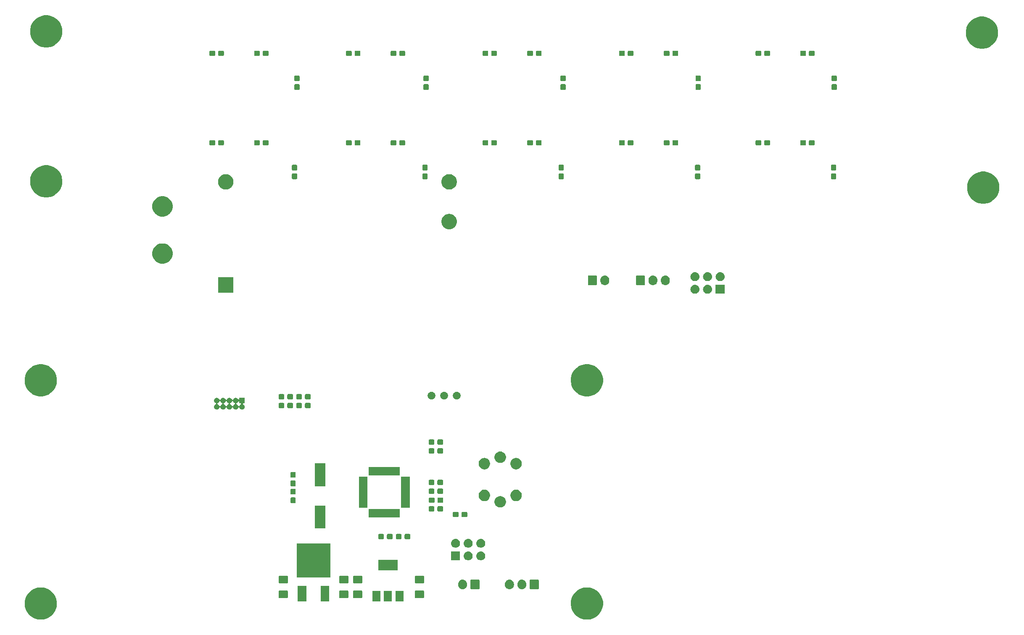
<source format=gbr>
G04 #@! TF.GenerationSoftware,KiCad,Pcbnew,(5.1.4)-1*
G04 #@! TF.CreationDate,2019-10-18T18:31:52+09:00*
G04 #@! TF.ProjectId,AirCleaner,41697243-6c65-4616-9e65-722e6b696361,rev?*
G04 #@! TF.SameCoordinates,Original*
G04 #@! TF.FileFunction,Soldermask,Top*
G04 #@! TF.FilePolarity,Negative*
%FSLAX46Y46*%
G04 Gerber Fmt 4.6, Leading zero omitted, Abs format (unit mm)*
G04 Created by KiCad (PCBNEW (5.1.4)-1) date 2019-10-18 18:31:52*
%MOMM*%
%LPD*%
G04 APERTURE LIST*
%ADD10C,0.100000*%
G04 APERTURE END LIST*
D10*
G36*
X115634239Y-121811467D02*
G01*
X115948282Y-121873934D01*
X116539926Y-122119001D01*
X116966477Y-122404014D01*
X117070227Y-122473337D01*
X117072392Y-122474784D01*
X117525216Y-122927608D01*
X117880999Y-123460074D01*
X118126066Y-124051718D01*
X118126066Y-124051719D01*
X118251000Y-124679803D01*
X118251000Y-125320197D01*
X118188533Y-125634239D01*
X118126066Y-125948282D01*
X117880999Y-126539926D01*
X117525216Y-127072392D01*
X117072392Y-127525216D01*
X116539926Y-127880999D01*
X115948282Y-128126066D01*
X115634239Y-128188533D01*
X115320197Y-128251000D01*
X114679803Y-128251000D01*
X114365761Y-128188533D01*
X114051718Y-128126066D01*
X113460074Y-127880999D01*
X112927608Y-127525216D01*
X112474784Y-127072392D01*
X112119001Y-126539926D01*
X111873934Y-125948282D01*
X111811467Y-125634239D01*
X111749000Y-125320197D01*
X111749000Y-124679803D01*
X111873934Y-124051719D01*
X111873934Y-124051718D01*
X112119001Y-123460074D01*
X112474784Y-122927608D01*
X112927608Y-122474784D01*
X112929774Y-122473337D01*
X113033523Y-122404014D01*
X113460074Y-122119001D01*
X114051718Y-121873934D01*
X114365761Y-121811467D01*
X114679803Y-121749000D01*
X115320197Y-121749000D01*
X115634239Y-121811467D01*
X115634239Y-121811467D01*
G37*
G36*
X5634239Y-121811467D02*
G01*
X5948282Y-121873934D01*
X6539926Y-122119001D01*
X6966477Y-122404014D01*
X7070227Y-122473337D01*
X7072392Y-122474784D01*
X7525216Y-122927608D01*
X7880999Y-123460074D01*
X8126066Y-124051718D01*
X8126066Y-124051719D01*
X8251000Y-124679803D01*
X8251000Y-125320197D01*
X8188533Y-125634239D01*
X8126066Y-125948282D01*
X7880999Y-126539926D01*
X7525216Y-127072392D01*
X7072392Y-127525216D01*
X6539926Y-127880999D01*
X5948282Y-128126066D01*
X5634239Y-128188533D01*
X5320197Y-128251000D01*
X4679803Y-128251000D01*
X4365761Y-128188533D01*
X4051718Y-128126066D01*
X3460074Y-127880999D01*
X2927608Y-127525216D01*
X2474784Y-127072392D01*
X2119001Y-126539926D01*
X1873934Y-125948282D01*
X1811467Y-125634239D01*
X1749000Y-125320197D01*
X1749000Y-124679803D01*
X1873934Y-124051719D01*
X1873934Y-124051718D01*
X2119001Y-123460074D01*
X2474784Y-122927608D01*
X2927608Y-122474784D01*
X2929774Y-122473337D01*
X3033523Y-122404014D01*
X3460074Y-122119001D01*
X4051718Y-121873934D01*
X4365761Y-121811467D01*
X4679803Y-121749000D01*
X5320197Y-121749000D01*
X5634239Y-121811467D01*
X5634239Y-121811467D01*
G37*
G36*
X73431000Y-124597000D02*
G01*
X71829000Y-124597000D01*
X71829000Y-122495000D01*
X73431000Y-122495000D01*
X73431000Y-124597000D01*
X73431000Y-124597000D01*
G37*
G36*
X78031000Y-124597000D02*
G01*
X76429000Y-124597000D01*
X76429000Y-122495000D01*
X78031000Y-122495000D01*
X78031000Y-124597000D01*
X78031000Y-124597000D01*
G37*
G36*
X75731000Y-124597000D02*
G01*
X74129000Y-124597000D01*
X74129000Y-122495000D01*
X75731000Y-122495000D01*
X75731000Y-124597000D01*
X75731000Y-124597000D01*
G37*
G36*
X58519260Y-124556720D02*
G01*
X56766260Y-124556720D01*
X56766260Y-121406720D01*
X58519260Y-121406720D01*
X58519260Y-124556720D01*
X58519260Y-124556720D01*
G37*
G36*
X63121740Y-124556720D02*
G01*
X61368740Y-124556720D01*
X61368740Y-121406720D01*
X63121740Y-121406720D01*
X63121740Y-124556720D01*
X63121740Y-124556720D01*
G37*
G36*
X69609562Y-122394181D02*
G01*
X69644481Y-122404774D01*
X69676663Y-122421976D01*
X69704873Y-122445127D01*
X69728024Y-122473337D01*
X69745226Y-122505519D01*
X69755819Y-122540438D01*
X69760000Y-122582895D01*
X69760000Y-123724105D01*
X69755819Y-123766562D01*
X69745226Y-123801481D01*
X69728024Y-123833663D01*
X69704873Y-123861873D01*
X69676663Y-123885024D01*
X69644481Y-123902226D01*
X69609562Y-123912819D01*
X69567105Y-123917000D01*
X68100895Y-123917000D01*
X68058438Y-123912819D01*
X68023519Y-123902226D01*
X67991337Y-123885024D01*
X67963127Y-123861873D01*
X67939976Y-123833663D01*
X67922774Y-123801481D01*
X67912181Y-123766562D01*
X67908000Y-123724105D01*
X67908000Y-122582895D01*
X67912181Y-122540438D01*
X67922774Y-122505519D01*
X67939976Y-122473337D01*
X67963127Y-122445127D01*
X67991337Y-122421976D01*
X68023519Y-122404774D01*
X68058438Y-122394181D01*
X68100895Y-122390000D01*
X69567105Y-122390000D01*
X69609562Y-122394181D01*
X69609562Y-122394181D01*
G37*
G36*
X82055562Y-122394181D02*
G01*
X82090481Y-122404774D01*
X82122663Y-122421976D01*
X82150873Y-122445127D01*
X82174024Y-122473337D01*
X82191226Y-122505519D01*
X82201819Y-122540438D01*
X82206000Y-122582895D01*
X82206000Y-123724105D01*
X82201819Y-123766562D01*
X82191226Y-123801481D01*
X82174024Y-123833663D01*
X82150873Y-123861873D01*
X82122663Y-123885024D01*
X82090481Y-123902226D01*
X82055562Y-123912819D01*
X82013105Y-123917000D01*
X80546895Y-123917000D01*
X80504438Y-123912819D01*
X80469519Y-123902226D01*
X80437337Y-123885024D01*
X80409127Y-123861873D01*
X80385976Y-123833663D01*
X80368774Y-123801481D01*
X80358181Y-123766562D01*
X80354000Y-123724105D01*
X80354000Y-122582895D01*
X80358181Y-122540438D01*
X80368774Y-122505519D01*
X80385976Y-122473337D01*
X80409127Y-122445127D01*
X80437337Y-122421976D01*
X80469519Y-122404774D01*
X80504438Y-122394181D01*
X80546895Y-122390000D01*
X82013105Y-122390000D01*
X82055562Y-122394181D01*
X82055562Y-122394181D01*
G37*
G36*
X54623562Y-122394181D02*
G01*
X54658481Y-122404774D01*
X54690663Y-122421976D01*
X54718873Y-122445127D01*
X54742024Y-122473337D01*
X54759226Y-122505519D01*
X54769819Y-122540438D01*
X54774000Y-122582895D01*
X54774000Y-123724105D01*
X54769819Y-123766562D01*
X54759226Y-123801481D01*
X54742024Y-123833663D01*
X54718873Y-123861873D01*
X54690663Y-123885024D01*
X54658481Y-123902226D01*
X54623562Y-123912819D01*
X54581105Y-123917000D01*
X53114895Y-123917000D01*
X53072438Y-123912819D01*
X53037519Y-123902226D01*
X53005337Y-123885024D01*
X52977127Y-123861873D01*
X52953976Y-123833663D01*
X52936774Y-123801481D01*
X52926181Y-123766562D01*
X52922000Y-123724105D01*
X52922000Y-122582895D01*
X52926181Y-122540438D01*
X52936774Y-122505519D01*
X52953976Y-122473337D01*
X52977127Y-122445127D01*
X53005337Y-122421976D01*
X53037519Y-122404774D01*
X53072438Y-122394181D01*
X53114895Y-122390000D01*
X54581105Y-122390000D01*
X54623562Y-122394181D01*
X54623562Y-122394181D01*
G37*
G36*
X66815562Y-122394181D02*
G01*
X66850481Y-122404774D01*
X66882663Y-122421976D01*
X66910873Y-122445127D01*
X66934024Y-122473337D01*
X66951226Y-122505519D01*
X66961819Y-122540438D01*
X66966000Y-122582895D01*
X66966000Y-123724105D01*
X66961819Y-123766562D01*
X66951226Y-123801481D01*
X66934024Y-123833663D01*
X66910873Y-123861873D01*
X66882663Y-123885024D01*
X66850481Y-123902226D01*
X66815562Y-123912819D01*
X66773105Y-123917000D01*
X65306895Y-123917000D01*
X65264438Y-123912819D01*
X65229519Y-123902226D01*
X65197337Y-123885024D01*
X65169127Y-123861873D01*
X65145976Y-123833663D01*
X65128774Y-123801481D01*
X65118181Y-123766562D01*
X65114000Y-123724105D01*
X65114000Y-122582895D01*
X65118181Y-122540438D01*
X65128774Y-122505519D01*
X65145976Y-122473337D01*
X65169127Y-122445127D01*
X65197337Y-122421976D01*
X65229519Y-122404774D01*
X65264438Y-122394181D01*
X65306895Y-122390000D01*
X66773105Y-122390000D01*
X66815562Y-122394181D01*
X66815562Y-122394181D01*
G37*
G36*
X102070627Y-120195037D02*
G01*
X102240466Y-120246557D01*
X102396991Y-120330222D01*
X102432729Y-120359552D01*
X102534186Y-120442814D01*
X102617448Y-120544271D01*
X102646778Y-120580009D01*
X102730443Y-120736535D01*
X102781963Y-120906374D01*
X102795000Y-121038743D01*
X102795000Y-121277258D01*
X102781963Y-121409627D01*
X102730443Y-121579466D01*
X102646778Y-121735991D01*
X102617448Y-121771729D01*
X102534186Y-121873186D01*
X102396989Y-121985779D01*
X102240467Y-122069442D01*
X102240465Y-122069443D01*
X102070626Y-122120963D01*
X101894000Y-122138359D01*
X101717373Y-122120963D01*
X101547534Y-122069443D01*
X101391009Y-121985778D01*
X101348750Y-121951097D01*
X101253814Y-121873186D01*
X101141221Y-121735989D01*
X101057558Y-121579467D01*
X101057557Y-121579465D01*
X101006037Y-121409626D01*
X100993000Y-121277257D01*
X100993000Y-121038742D01*
X101006037Y-120906373D01*
X101057557Y-120736534D01*
X101141222Y-120580009D01*
X101185217Y-120526401D01*
X101253814Y-120442815D01*
X101348751Y-120364903D01*
X101391010Y-120330222D01*
X101547535Y-120246557D01*
X101717374Y-120195037D01*
X101894000Y-120177641D01*
X102070627Y-120195037D01*
X102070627Y-120195037D01*
G37*
G36*
X99570627Y-120195037D02*
G01*
X99740466Y-120246557D01*
X99896991Y-120330222D01*
X99932729Y-120359552D01*
X100034186Y-120442814D01*
X100117448Y-120544271D01*
X100146778Y-120580009D01*
X100230443Y-120736535D01*
X100281963Y-120906374D01*
X100295000Y-121038743D01*
X100295000Y-121277258D01*
X100281963Y-121409627D01*
X100230443Y-121579466D01*
X100146778Y-121735991D01*
X100117448Y-121771729D01*
X100034186Y-121873186D01*
X99896989Y-121985779D01*
X99740467Y-122069442D01*
X99740465Y-122069443D01*
X99570626Y-122120963D01*
X99394000Y-122138359D01*
X99217373Y-122120963D01*
X99047534Y-122069443D01*
X98891009Y-121985778D01*
X98848750Y-121951097D01*
X98753814Y-121873186D01*
X98641221Y-121735989D01*
X98557558Y-121579467D01*
X98557557Y-121579465D01*
X98506037Y-121409626D01*
X98493000Y-121277257D01*
X98493000Y-121038742D01*
X98506037Y-120906373D01*
X98557557Y-120736534D01*
X98641222Y-120580009D01*
X98685217Y-120526401D01*
X98753814Y-120442815D01*
X98848751Y-120364903D01*
X98891010Y-120330222D01*
X99047535Y-120246557D01*
X99217374Y-120195037D01*
X99394000Y-120177641D01*
X99570627Y-120195037D01*
X99570627Y-120195037D01*
G37*
G36*
X90132627Y-120195037D02*
G01*
X90302466Y-120246557D01*
X90458991Y-120330222D01*
X90494729Y-120359552D01*
X90596186Y-120442814D01*
X90679448Y-120544271D01*
X90708778Y-120580009D01*
X90792443Y-120736535D01*
X90843963Y-120906374D01*
X90857000Y-121038743D01*
X90857000Y-121277258D01*
X90843963Y-121409627D01*
X90792443Y-121579466D01*
X90708778Y-121735991D01*
X90679448Y-121771729D01*
X90596186Y-121873186D01*
X90458989Y-121985779D01*
X90302467Y-122069442D01*
X90302465Y-122069443D01*
X90132626Y-122120963D01*
X89956000Y-122138359D01*
X89779373Y-122120963D01*
X89609534Y-122069443D01*
X89453009Y-121985778D01*
X89410750Y-121951097D01*
X89315814Y-121873186D01*
X89203221Y-121735989D01*
X89119558Y-121579467D01*
X89119557Y-121579465D01*
X89068037Y-121409626D01*
X89055000Y-121277257D01*
X89055000Y-121038742D01*
X89068037Y-120906373D01*
X89119557Y-120736534D01*
X89203222Y-120580009D01*
X89247217Y-120526401D01*
X89315814Y-120442815D01*
X89410751Y-120364903D01*
X89453010Y-120330222D01*
X89609535Y-120246557D01*
X89779374Y-120195037D01*
X89956000Y-120177641D01*
X90132627Y-120195037D01*
X90132627Y-120195037D01*
G37*
G36*
X93214600Y-120185989D02*
G01*
X93247652Y-120196015D01*
X93278103Y-120212292D01*
X93304799Y-120234201D01*
X93326708Y-120260897D01*
X93342985Y-120291348D01*
X93353011Y-120324400D01*
X93357000Y-120364903D01*
X93357000Y-121951097D01*
X93353011Y-121991600D01*
X93342985Y-122024652D01*
X93326708Y-122055103D01*
X93304799Y-122081799D01*
X93278103Y-122103708D01*
X93247652Y-122119985D01*
X93214600Y-122130011D01*
X93174097Y-122134000D01*
X91737903Y-122134000D01*
X91697400Y-122130011D01*
X91664348Y-122119985D01*
X91633897Y-122103708D01*
X91607201Y-122081799D01*
X91585292Y-122055103D01*
X91569015Y-122024652D01*
X91558989Y-121991600D01*
X91555000Y-121951097D01*
X91555000Y-120364903D01*
X91558989Y-120324400D01*
X91569015Y-120291348D01*
X91585292Y-120260897D01*
X91607201Y-120234201D01*
X91633897Y-120212292D01*
X91664348Y-120196015D01*
X91697400Y-120185989D01*
X91737903Y-120182000D01*
X93174097Y-120182000D01*
X93214600Y-120185989D01*
X93214600Y-120185989D01*
G37*
G36*
X105152600Y-120185989D02*
G01*
X105185652Y-120196015D01*
X105216103Y-120212292D01*
X105242799Y-120234201D01*
X105264708Y-120260897D01*
X105280985Y-120291348D01*
X105291011Y-120324400D01*
X105295000Y-120364903D01*
X105295000Y-121951097D01*
X105291011Y-121991600D01*
X105280985Y-122024652D01*
X105264708Y-122055103D01*
X105242799Y-122081799D01*
X105216103Y-122103708D01*
X105185652Y-122119985D01*
X105152600Y-122130011D01*
X105112097Y-122134000D01*
X103675903Y-122134000D01*
X103635400Y-122130011D01*
X103602348Y-122119985D01*
X103571897Y-122103708D01*
X103545201Y-122081799D01*
X103523292Y-122055103D01*
X103507015Y-122024652D01*
X103496989Y-121991600D01*
X103493000Y-121951097D01*
X103493000Y-120364903D01*
X103496989Y-120324400D01*
X103507015Y-120291348D01*
X103523292Y-120260897D01*
X103545201Y-120234201D01*
X103571897Y-120212292D01*
X103602348Y-120196015D01*
X103635400Y-120185989D01*
X103675903Y-120182000D01*
X105112097Y-120182000D01*
X105152600Y-120185989D01*
X105152600Y-120185989D01*
G37*
G36*
X54623562Y-119419181D02*
G01*
X54658481Y-119429774D01*
X54690663Y-119446976D01*
X54718873Y-119470127D01*
X54742024Y-119498337D01*
X54759226Y-119530519D01*
X54769819Y-119565438D01*
X54774000Y-119607895D01*
X54774000Y-120749105D01*
X54769819Y-120791562D01*
X54759226Y-120826481D01*
X54742024Y-120858663D01*
X54718873Y-120886873D01*
X54690663Y-120910024D01*
X54658481Y-120927226D01*
X54623562Y-120937819D01*
X54581105Y-120942000D01*
X53114895Y-120942000D01*
X53072438Y-120937819D01*
X53037519Y-120927226D01*
X53005337Y-120910024D01*
X52977127Y-120886873D01*
X52953976Y-120858663D01*
X52936774Y-120826481D01*
X52926181Y-120791562D01*
X52922000Y-120749105D01*
X52922000Y-119607895D01*
X52926181Y-119565438D01*
X52936774Y-119530519D01*
X52953976Y-119498337D01*
X52977127Y-119470127D01*
X53005337Y-119446976D01*
X53037519Y-119429774D01*
X53072438Y-119419181D01*
X53114895Y-119415000D01*
X54581105Y-119415000D01*
X54623562Y-119419181D01*
X54623562Y-119419181D01*
G37*
G36*
X82055562Y-119419181D02*
G01*
X82090481Y-119429774D01*
X82122663Y-119446976D01*
X82150873Y-119470127D01*
X82174024Y-119498337D01*
X82191226Y-119530519D01*
X82201819Y-119565438D01*
X82206000Y-119607895D01*
X82206000Y-120749105D01*
X82201819Y-120791562D01*
X82191226Y-120826481D01*
X82174024Y-120858663D01*
X82150873Y-120886873D01*
X82122663Y-120910024D01*
X82090481Y-120927226D01*
X82055562Y-120937819D01*
X82013105Y-120942000D01*
X80546895Y-120942000D01*
X80504438Y-120937819D01*
X80469519Y-120927226D01*
X80437337Y-120910024D01*
X80409127Y-120886873D01*
X80385976Y-120858663D01*
X80368774Y-120826481D01*
X80358181Y-120791562D01*
X80354000Y-120749105D01*
X80354000Y-119607895D01*
X80358181Y-119565438D01*
X80368774Y-119530519D01*
X80385976Y-119498337D01*
X80409127Y-119470127D01*
X80437337Y-119446976D01*
X80469519Y-119429774D01*
X80504438Y-119419181D01*
X80546895Y-119415000D01*
X82013105Y-119415000D01*
X82055562Y-119419181D01*
X82055562Y-119419181D01*
G37*
G36*
X69609562Y-119419181D02*
G01*
X69644481Y-119429774D01*
X69676663Y-119446976D01*
X69704873Y-119470127D01*
X69728024Y-119498337D01*
X69745226Y-119530519D01*
X69755819Y-119565438D01*
X69760000Y-119607895D01*
X69760000Y-120749105D01*
X69755819Y-120791562D01*
X69745226Y-120826481D01*
X69728024Y-120858663D01*
X69704873Y-120886873D01*
X69676663Y-120910024D01*
X69644481Y-120927226D01*
X69609562Y-120937819D01*
X69567105Y-120942000D01*
X68100895Y-120942000D01*
X68058438Y-120937819D01*
X68023519Y-120927226D01*
X67991337Y-120910024D01*
X67963127Y-120886873D01*
X67939976Y-120858663D01*
X67922774Y-120826481D01*
X67912181Y-120791562D01*
X67908000Y-120749105D01*
X67908000Y-119607895D01*
X67912181Y-119565438D01*
X67922774Y-119530519D01*
X67939976Y-119498337D01*
X67963127Y-119470127D01*
X67991337Y-119446976D01*
X68023519Y-119429774D01*
X68058438Y-119419181D01*
X68100895Y-119415000D01*
X69567105Y-119415000D01*
X69609562Y-119419181D01*
X69609562Y-119419181D01*
G37*
G36*
X66815562Y-119419181D02*
G01*
X66850481Y-119429774D01*
X66882663Y-119446976D01*
X66910873Y-119470127D01*
X66934024Y-119498337D01*
X66951226Y-119530519D01*
X66961819Y-119565438D01*
X66966000Y-119607895D01*
X66966000Y-120749105D01*
X66961819Y-120791562D01*
X66951226Y-120826481D01*
X66934024Y-120858663D01*
X66910873Y-120886873D01*
X66882663Y-120910024D01*
X66850481Y-120927226D01*
X66815562Y-120937819D01*
X66773105Y-120942000D01*
X65306895Y-120942000D01*
X65264438Y-120937819D01*
X65229519Y-120927226D01*
X65197337Y-120910024D01*
X65169127Y-120886873D01*
X65145976Y-120858663D01*
X65128774Y-120826481D01*
X65118181Y-120791562D01*
X65114000Y-120749105D01*
X65114000Y-119607895D01*
X65118181Y-119565438D01*
X65128774Y-119530519D01*
X65145976Y-119498337D01*
X65169127Y-119470127D01*
X65197337Y-119446976D01*
X65229519Y-119429774D01*
X65264438Y-119419181D01*
X65306895Y-119415000D01*
X66773105Y-119415000D01*
X66815562Y-119419181D01*
X66815562Y-119419181D01*
G37*
G36*
X63345260Y-119733260D02*
G01*
X56542740Y-119733260D01*
X56542740Y-112930740D01*
X63345260Y-112930740D01*
X63345260Y-119733260D01*
X63345260Y-119733260D01*
G37*
G36*
X76881000Y-118297000D02*
G01*
X72979000Y-118297000D01*
X72979000Y-116195000D01*
X76881000Y-116195000D01*
X76881000Y-118297000D01*
X76881000Y-118297000D01*
G37*
G36*
X89451000Y-116301000D02*
G01*
X87649000Y-116301000D01*
X87649000Y-114499000D01*
X89451000Y-114499000D01*
X89451000Y-116301000D01*
X89451000Y-116301000D01*
G37*
G36*
X91200443Y-114505519D02*
G01*
X91266627Y-114512037D01*
X91436466Y-114563557D01*
X91592991Y-114647222D01*
X91628729Y-114676552D01*
X91730186Y-114759814D01*
X91813448Y-114861271D01*
X91842778Y-114897009D01*
X91926443Y-115053534D01*
X91977963Y-115223373D01*
X91995359Y-115400000D01*
X91977963Y-115576627D01*
X91926443Y-115746466D01*
X91842778Y-115902991D01*
X91813448Y-115938729D01*
X91730186Y-116040186D01*
X91628729Y-116123448D01*
X91592991Y-116152778D01*
X91436466Y-116236443D01*
X91266627Y-116287963D01*
X91200442Y-116294482D01*
X91134260Y-116301000D01*
X91045740Y-116301000D01*
X90979558Y-116294482D01*
X90913373Y-116287963D01*
X90743534Y-116236443D01*
X90587009Y-116152778D01*
X90551271Y-116123448D01*
X90449814Y-116040186D01*
X90366552Y-115938729D01*
X90337222Y-115902991D01*
X90253557Y-115746466D01*
X90202037Y-115576627D01*
X90184641Y-115400000D01*
X90202037Y-115223373D01*
X90253557Y-115053534D01*
X90337222Y-114897009D01*
X90366552Y-114861271D01*
X90449814Y-114759814D01*
X90551271Y-114676552D01*
X90587009Y-114647222D01*
X90743534Y-114563557D01*
X90913373Y-114512037D01*
X90979557Y-114505519D01*
X91045740Y-114499000D01*
X91134260Y-114499000D01*
X91200443Y-114505519D01*
X91200443Y-114505519D01*
G37*
G36*
X93740443Y-114505519D02*
G01*
X93806627Y-114512037D01*
X93976466Y-114563557D01*
X94132991Y-114647222D01*
X94168729Y-114676552D01*
X94270186Y-114759814D01*
X94353448Y-114861271D01*
X94382778Y-114897009D01*
X94466443Y-115053534D01*
X94517963Y-115223373D01*
X94535359Y-115400000D01*
X94517963Y-115576627D01*
X94466443Y-115746466D01*
X94382778Y-115902991D01*
X94353448Y-115938729D01*
X94270186Y-116040186D01*
X94168729Y-116123448D01*
X94132991Y-116152778D01*
X93976466Y-116236443D01*
X93806627Y-116287963D01*
X93740442Y-116294482D01*
X93674260Y-116301000D01*
X93585740Y-116301000D01*
X93519558Y-116294482D01*
X93453373Y-116287963D01*
X93283534Y-116236443D01*
X93127009Y-116152778D01*
X93091271Y-116123448D01*
X92989814Y-116040186D01*
X92906552Y-115938729D01*
X92877222Y-115902991D01*
X92793557Y-115746466D01*
X92742037Y-115576627D01*
X92724641Y-115400000D01*
X92742037Y-115223373D01*
X92793557Y-115053534D01*
X92877222Y-114897009D01*
X92906552Y-114861271D01*
X92989814Y-114759814D01*
X93091271Y-114676552D01*
X93127009Y-114647222D01*
X93283534Y-114563557D01*
X93453373Y-114512037D01*
X93519557Y-114505519D01*
X93585740Y-114499000D01*
X93674260Y-114499000D01*
X93740443Y-114505519D01*
X93740443Y-114505519D01*
G37*
G36*
X93740442Y-111965518D02*
G01*
X93806627Y-111972037D01*
X93976466Y-112023557D01*
X94132991Y-112107222D01*
X94168729Y-112136552D01*
X94270186Y-112219814D01*
X94353448Y-112321271D01*
X94382778Y-112357009D01*
X94466443Y-112513534D01*
X94517963Y-112683373D01*
X94535359Y-112860000D01*
X94517963Y-113036627D01*
X94466443Y-113206466D01*
X94382778Y-113362991D01*
X94353448Y-113398729D01*
X94270186Y-113500186D01*
X94168729Y-113583448D01*
X94132991Y-113612778D01*
X93976466Y-113696443D01*
X93806627Y-113747963D01*
X93740443Y-113754481D01*
X93674260Y-113761000D01*
X93585740Y-113761000D01*
X93519557Y-113754481D01*
X93453373Y-113747963D01*
X93283534Y-113696443D01*
X93127009Y-113612778D01*
X93091271Y-113583448D01*
X92989814Y-113500186D01*
X92906552Y-113398729D01*
X92877222Y-113362991D01*
X92793557Y-113206466D01*
X92742037Y-113036627D01*
X92724641Y-112860000D01*
X92742037Y-112683373D01*
X92793557Y-112513534D01*
X92877222Y-112357009D01*
X92906552Y-112321271D01*
X92989814Y-112219814D01*
X93091271Y-112136552D01*
X93127009Y-112107222D01*
X93283534Y-112023557D01*
X93453373Y-111972037D01*
X93519558Y-111965518D01*
X93585740Y-111959000D01*
X93674260Y-111959000D01*
X93740442Y-111965518D01*
X93740442Y-111965518D01*
G37*
G36*
X91200442Y-111965518D02*
G01*
X91266627Y-111972037D01*
X91436466Y-112023557D01*
X91592991Y-112107222D01*
X91628729Y-112136552D01*
X91730186Y-112219814D01*
X91813448Y-112321271D01*
X91842778Y-112357009D01*
X91926443Y-112513534D01*
X91977963Y-112683373D01*
X91995359Y-112860000D01*
X91977963Y-113036627D01*
X91926443Y-113206466D01*
X91842778Y-113362991D01*
X91813448Y-113398729D01*
X91730186Y-113500186D01*
X91628729Y-113583448D01*
X91592991Y-113612778D01*
X91436466Y-113696443D01*
X91266627Y-113747963D01*
X91200443Y-113754481D01*
X91134260Y-113761000D01*
X91045740Y-113761000D01*
X90979557Y-113754481D01*
X90913373Y-113747963D01*
X90743534Y-113696443D01*
X90587009Y-113612778D01*
X90551271Y-113583448D01*
X90449814Y-113500186D01*
X90366552Y-113398729D01*
X90337222Y-113362991D01*
X90253557Y-113206466D01*
X90202037Y-113036627D01*
X90184641Y-112860000D01*
X90202037Y-112683373D01*
X90253557Y-112513534D01*
X90337222Y-112357009D01*
X90366552Y-112321271D01*
X90449814Y-112219814D01*
X90551271Y-112136552D01*
X90587009Y-112107222D01*
X90743534Y-112023557D01*
X90913373Y-111972037D01*
X90979558Y-111965518D01*
X91045740Y-111959000D01*
X91134260Y-111959000D01*
X91200442Y-111965518D01*
X91200442Y-111965518D01*
G37*
G36*
X88660442Y-111965518D02*
G01*
X88726627Y-111972037D01*
X88896466Y-112023557D01*
X89052991Y-112107222D01*
X89088729Y-112136552D01*
X89190186Y-112219814D01*
X89273448Y-112321271D01*
X89302778Y-112357009D01*
X89386443Y-112513534D01*
X89437963Y-112683373D01*
X89455359Y-112860000D01*
X89437963Y-113036627D01*
X89386443Y-113206466D01*
X89302778Y-113362991D01*
X89273448Y-113398729D01*
X89190186Y-113500186D01*
X89088729Y-113583448D01*
X89052991Y-113612778D01*
X88896466Y-113696443D01*
X88726627Y-113747963D01*
X88660443Y-113754481D01*
X88594260Y-113761000D01*
X88505740Y-113761000D01*
X88439557Y-113754481D01*
X88373373Y-113747963D01*
X88203534Y-113696443D01*
X88047009Y-113612778D01*
X88011271Y-113583448D01*
X87909814Y-113500186D01*
X87826552Y-113398729D01*
X87797222Y-113362991D01*
X87713557Y-113206466D01*
X87662037Y-113036627D01*
X87644641Y-112860000D01*
X87662037Y-112683373D01*
X87713557Y-112513534D01*
X87797222Y-112357009D01*
X87826552Y-112321271D01*
X87909814Y-112219814D01*
X88011271Y-112136552D01*
X88047009Y-112107222D01*
X88203534Y-112023557D01*
X88373373Y-111972037D01*
X88439558Y-111965518D01*
X88505740Y-111959000D01*
X88594260Y-111959000D01*
X88660442Y-111965518D01*
X88660442Y-111965518D01*
G37*
G36*
X77517499Y-110984445D02*
G01*
X77554995Y-110995820D01*
X77589554Y-111014292D01*
X77619847Y-111039153D01*
X77644708Y-111069446D01*
X77663180Y-111104005D01*
X77674555Y-111141501D01*
X77679000Y-111186638D01*
X77679000Y-111825362D01*
X77674555Y-111870499D01*
X77663180Y-111907995D01*
X77644708Y-111942554D01*
X77619847Y-111972847D01*
X77589554Y-111997708D01*
X77554995Y-112016180D01*
X77517499Y-112027555D01*
X77472362Y-112032000D01*
X76733638Y-112032000D01*
X76688501Y-112027555D01*
X76651005Y-112016180D01*
X76616446Y-111997708D01*
X76586153Y-111972847D01*
X76561292Y-111942554D01*
X76542820Y-111907995D01*
X76531445Y-111870499D01*
X76527000Y-111825362D01*
X76527000Y-111186638D01*
X76531445Y-111141501D01*
X76542820Y-111104005D01*
X76561292Y-111069446D01*
X76586153Y-111039153D01*
X76616446Y-111014292D01*
X76651005Y-110995820D01*
X76688501Y-110984445D01*
X76733638Y-110980000D01*
X77472362Y-110980000D01*
X77517499Y-110984445D01*
X77517499Y-110984445D01*
G37*
G36*
X79267499Y-110984445D02*
G01*
X79304995Y-110995820D01*
X79339554Y-111014292D01*
X79369847Y-111039153D01*
X79394708Y-111069446D01*
X79413180Y-111104005D01*
X79424555Y-111141501D01*
X79429000Y-111186638D01*
X79429000Y-111825362D01*
X79424555Y-111870499D01*
X79413180Y-111907995D01*
X79394708Y-111942554D01*
X79369847Y-111972847D01*
X79339554Y-111997708D01*
X79304995Y-112016180D01*
X79267499Y-112027555D01*
X79222362Y-112032000D01*
X78483638Y-112032000D01*
X78438501Y-112027555D01*
X78401005Y-112016180D01*
X78366446Y-111997708D01*
X78336153Y-111972847D01*
X78311292Y-111942554D01*
X78292820Y-111907995D01*
X78281445Y-111870499D01*
X78277000Y-111825362D01*
X78277000Y-111186638D01*
X78281445Y-111141501D01*
X78292820Y-111104005D01*
X78311292Y-111069446D01*
X78336153Y-111039153D01*
X78366446Y-111014292D01*
X78401005Y-110995820D01*
X78438501Y-110984445D01*
X78483638Y-110980000D01*
X79222362Y-110980000D01*
X79267499Y-110984445D01*
X79267499Y-110984445D01*
G37*
G36*
X75711499Y-110984445D02*
G01*
X75748995Y-110995820D01*
X75783554Y-111014292D01*
X75813847Y-111039153D01*
X75838708Y-111069446D01*
X75857180Y-111104005D01*
X75868555Y-111141501D01*
X75873000Y-111186638D01*
X75873000Y-111825362D01*
X75868555Y-111870499D01*
X75857180Y-111907995D01*
X75838708Y-111942554D01*
X75813847Y-111972847D01*
X75783554Y-111997708D01*
X75748995Y-112016180D01*
X75711499Y-112027555D01*
X75666362Y-112032000D01*
X74927638Y-112032000D01*
X74882501Y-112027555D01*
X74845005Y-112016180D01*
X74810446Y-111997708D01*
X74780153Y-111972847D01*
X74755292Y-111942554D01*
X74736820Y-111907995D01*
X74725445Y-111870499D01*
X74721000Y-111825362D01*
X74721000Y-111186638D01*
X74725445Y-111141501D01*
X74736820Y-111104005D01*
X74755292Y-111069446D01*
X74780153Y-111039153D01*
X74810446Y-111014292D01*
X74845005Y-110995820D01*
X74882501Y-110984445D01*
X74927638Y-110980000D01*
X75666362Y-110980000D01*
X75711499Y-110984445D01*
X75711499Y-110984445D01*
G37*
G36*
X73961499Y-110984445D02*
G01*
X73998995Y-110995820D01*
X74033554Y-111014292D01*
X74063847Y-111039153D01*
X74088708Y-111069446D01*
X74107180Y-111104005D01*
X74118555Y-111141501D01*
X74123000Y-111186638D01*
X74123000Y-111825362D01*
X74118555Y-111870499D01*
X74107180Y-111907995D01*
X74088708Y-111942554D01*
X74063847Y-111972847D01*
X74033554Y-111997708D01*
X73998995Y-112016180D01*
X73961499Y-112027555D01*
X73916362Y-112032000D01*
X73177638Y-112032000D01*
X73132501Y-112027555D01*
X73095005Y-112016180D01*
X73060446Y-111997708D01*
X73030153Y-111972847D01*
X73005292Y-111942554D01*
X72986820Y-111907995D01*
X72975445Y-111870499D01*
X72971000Y-111825362D01*
X72971000Y-111186638D01*
X72975445Y-111141501D01*
X72986820Y-111104005D01*
X73005292Y-111069446D01*
X73030153Y-111039153D01*
X73060446Y-111014292D01*
X73095005Y-110995820D01*
X73132501Y-110984445D01*
X73177638Y-110980000D01*
X73916362Y-110980000D01*
X73961499Y-110984445D01*
X73961499Y-110984445D01*
G37*
G36*
X62311000Y-109851000D02*
G01*
X60209000Y-109851000D01*
X60209000Y-105249000D01*
X62311000Y-105249000D01*
X62311000Y-109851000D01*
X62311000Y-109851000D01*
G37*
G36*
X77326000Y-107661000D02*
G01*
X71074000Y-107661000D01*
X71074000Y-105959000D01*
X77326000Y-105959000D01*
X77326000Y-107661000D01*
X77326000Y-107661000D01*
G37*
G36*
X90739499Y-106528445D02*
G01*
X90776995Y-106539820D01*
X90811554Y-106558292D01*
X90841847Y-106583153D01*
X90866708Y-106613446D01*
X90885180Y-106648005D01*
X90896555Y-106685501D01*
X90901000Y-106730638D01*
X90901000Y-107369362D01*
X90896555Y-107414499D01*
X90885180Y-107451995D01*
X90866708Y-107486554D01*
X90841847Y-107516847D01*
X90811554Y-107541708D01*
X90776995Y-107560180D01*
X90739499Y-107571555D01*
X90694362Y-107576000D01*
X89955638Y-107576000D01*
X89910501Y-107571555D01*
X89873005Y-107560180D01*
X89838446Y-107541708D01*
X89808153Y-107516847D01*
X89783292Y-107486554D01*
X89764820Y-107451995D01*
X89753445Y-107414499D01*
X89749000Y-107369362D01*
X89749000Y-106730638D01*
X89753445Y-106685501D01*
X89764820Y-106648005D01*
X89783292Y-106613446D01*
X89808153Y-106583153D01*
X89838446Y-106558292D01*
X89873005Y-106539820D01*
X89910501Y-106528445D01*
X89955638Y-106524000D01*
X90694362Y-106524000D01*
X90739499Y-106528445D01*
X90739499Y-106528445D01*
G37*
G36*
X88989499Y-106528445D02*
G01*
X89026995Y-106539820D01*
X89061554Y-106558292D01*
X89091847Y-106583153D01*
X89116708Y-106613446D01*
X89135180Y-106648005D01*
X89146555Y-106685501D01*
X89151000Y-106730638D01*
X89151000Y-107369362D01*
X89146555Y-107414499D01*
X89135180Y-107451995D01*
X89116708Y-107486554D01*
X89091847Y-107516847D01*
X89061554Y-107541708D01*
X89026995Y-107560180D01*
X88989499Y-107571555D01*
X88944362Y-107576000D01*
X88205638Y-107576000D01*
X88160501Y-107571555D01*
X88123005Y-107560180D01*
X88088446Y-107541708D01*
X88058153Y-107516847D01*
X88033292Y-107486554D01*
X88014820Y-107451995D01*
X88003445Y-107414499D01*
X87999000Y-107369362D01*
X87999000Y-106730638D01*
X88003445Y-106685501D01*
X88014820Y-106648005D01*
X88033292Y-106613446D01*
X88058153Y-106583153D01*
X88088446Y-106558292D01*
X88123005Y-106539820D01*
X88160501Y-106528445D01*
X88205638Y-106524000D01*
X88944362Y-106524000D01*
X88989499Y-106528445D01*
X88989499Y-106528445D01*
G37*
G36*
X85871499Y-105396445D02*
G01*
X85908995Y-105407820D01*
X85943554Y-105426292D01*
X85973847Y-105451153D01*
X85998708Y-105481446D01*
X86017180Y-105516005D01*
X86028555Y-105553501D01*
X86033000Y-105598638D01*
X86033000Y-106237362D01*
X86028555Y-106282499D01*
X86017180Y-106319995D01*
X85998708Y-106354554D01*
X85973847Y-106384847D01*
X85943554Y-106409708D01*
X85908995Y-106428180D01*
X85871499Y-106439555D01*
X85826362Y-106444000D01*
X85087638Y-106444000D01*
X85042501Y-106439555D01*
X85005005Y-106428180D01*
X84970446Y-106409708D01*
X84940153Y-106384847D01*
X84915292Y-106354554D01*
X84896820Y-106319995D01*
X84885445Y-106282499D01*
X84881000Y-106237362D01*
X84881000Y-105598638D01*
X84885445Y-105553501D01*
X84896820Y-105516005D01*
X84915292Y-105481446D01*
X84940153Y-105451153D01*
X84970446Y-105426292D01*
X85005005Y-105407820D01*
X85042501Y-105396445D01*
X85087638Y-105392000D01*
X85826362Y-105392000D01*
X85871499Y-105396445D01*
X85871499Y-105396445D01*
G37*
G36*
X84121499Y-105396445D02*
G01*
X84158995Y-105407820D01*
X84193554Y-105426292D01*
X84223847Y-105451153D01*
X84248708Y-105481446D01*
X84267180Y-105516005D01*
X84278555Y-105553501D01*
X84283000Y-105598638D01*
X84283000Y-106237362D01*
X84278555Y-106282499D01*
X84267180Y-106319995D01*
X84248708Y-106354554D01*
X84223847Y-106384847D01*
X84193554Y-106409708D01*
X84158995Y-106428180D01*
X84121499Y-106439555D01*
X84076362Y-106444000D01*
X83337638Y-106444000D01*
X83292501Y-106439555D01*
X83255005Y-106428180D01*
X83220446Y-106409708D01*
X83190153Y-106384847D01*
X83165292Y-106354554D01*
X83146820Y-106319995D01*
X83135445Y-106282499D01*
X83131000Y-106237362D01*
X83131000Y-105598638D01*
X83135445Y-105553501D01*
X83146820Y-105516005D01*
X83165292Y-105481446D01*
X83190153Y-105451153D01*
X83220446Y-105426292D01*
X83255005Y-105407820D01*
X83292501Y-105396445D01*
X83337638Y-105392000D01*
X84076362Y-105392000D01*
X84121499Y-105396445D01*
X84121499Y-105396445D01*
G37*
G36*
X70801000Y-105686000D02*
G01*
X69099000Y-105686000D01*
X69099000Y-99434000D01*
X70801000Y-99434000D01*
X70801000Y-105686000D01*
X70801000Y-105686000D01*
G37*
G36*
X79301000Y-105686000D02*
G01*
X77599000Y-105686000D01*
X77599000Y-99434000D01*
X79301000Y-99434000D01*
X79301000Y-105686000D01*
X79301000Y-105686000D01*
G37*
G36*
X97764549Y-103371116D02*
G01*
X97875734Y-103393232D01*
X98085203Y-103479997D01*
X98273720Y-103605960D01*
X98434040Y-103766280D01*
X98560003Y-103954797D01*
X98560004Y-103954799D01*
X98646768Y-104164267D01*
X98691000Y-104386635D01*
X98691000Y-104613365D01*
X98682894Y-104654115D01*
X98660529Y-104766555D01*
X98646768Y-104835733D01*
X98564644Y-105034000D01*
X98560003Y-105045203D01*
X98434040Y-105233720D01*
X98273720Y-105394040D01*
X98085203Y-105520003D01*
X97875734Y-105606768D01*
X97764549Y-105628884D01*
X97653365Y-105651000D01*
X97426635Y-105651000D01*
X97315451Y-105628884D01*
X97204266Y-105606768D01*
X96994797Y-105520003D01*
X96806280Y-105394040D01*
X96645960Y-105233720D01*
X96519997Y-105045203D01*
X96515357Y-105034000D01*
X96433232Y-104835733D01*
X96419472Y-104766555D01*
X96397106Y-104654115D01*
X96389000Y-104613365D01*
X96389000Y-104386635D01*
X96433232Y-104164267D01*
X96519996Y-103954799D01*
X96519997Y-103954797D01*
X96645960Y-103766280D01*
X96806280Y-103605960D01*
X96994797Y-103479997D01*
X97204266Y-103393232D01*
X97315451Y-103371116D01*
X97426635Y-103349000D01*
X97653365Y-103349000D01*
X97764549Y-103371116D01*
X97764549Y-103371116D01*
G37*
G36*
X56174499Y-103623445D02*
G01*
X56211995Y-103634820D01*
X56246554Y-103653292D01*
X56276847Y-103678153D01*
X56301708Y-103708446D01*
X56320180Y-103743005D01*
X56331555Y-103780501D01*
X56336000Y-103825638D01*
X56336000Y-104564362D01*
X56331555Y-104609499D01*
X56320180Y-104646995D01*
X56301708Y-104681554D01*
X56276847Y-104711847D01*
X56246554Y-104736708D01*
X56211995Y-104755180D01*
X56174499Y-104766555D01*
X56129362Y-104771000D01*
X55490638Y-104771000D01*
X55445501Y-104766555D01*
X55408005Y-104755180D01*
X55373446Y-104736708D01*
X55343153Y-104711847D01*
X55318292Y-104681554D01*
X55299820Y-104646995D01*
X55288445Y-104609499D01*
X55284000Y-104564362D01*
X55284000Y-103825638D01*
X55288445Y-103780501D01*
X55299820Y-103743005D01*
X55318292Y-103708446D01*
X55343153Y-103678153D01*
X55373446Y-103653292D01*
X55408005Y-103634820D01*
X55445501Y-103623445D01*
X55490638Y-103619000D01*
X56129362Y-103619000D01*
X56174499Y-103623445D01*
X56174499Y-103623445D01*
G37*
G36*
X85885500Y-103631446D02*
G01*
X85922996Y-103642821D01*
X85957555Y-103661293D01*
X85987848Y-103686154D01*
X86012709Y-103716447D01*
X86031181Y-103751006D01*
X86042556Y-103788502D01*
X86047001Y-103833639D01*
X86047001Y-104472363D01*
X86042556Y-104517500D01*
X86031181Y-104554996D01*
X86012709Y-104589555D01*
X85987848Y-104619848D01*
X85957555Y-104644709D01*
X85922996Y-104663181D01*
X85885500Y-104674556D01*
X85840363Y-104679001D01*
X85101639Y-104679001D01*
X85056502Y-104674556D01*
X85019006Y-104663181D01*
X84984447Y-104644709D01*
X84954154Y-104619848D01*
X84929293Y-104589555D01*
X84910821Y-104554996D01*
X84899446Y-104517500D01*
X84895001Y-104472363D01*
X84895001Y-103833639D01*
X84899446Y-103788502D01*
X84910821Y-103751006D01*
X84929293Y-103716447D01*
X84954154Y-103686154D01*
X84984447Y-103661293D01*
X85019006Y-103642821D01*
X85056502Y-103631446D01*
X85101639Y-103627001D01*
X85840363Y-103627001D01*
X85885500Y-103631446D01*
X85885500Y-103631446D01*
G37*
G36*
X84135500Y-103631446D02*
G01*
X84172996Y-103642821D01*
X84207555Y-103661293D01*
X84237848Y-103686154D01*
X84262709Y-103716447D01*
X84281181Y-103751006D01*
X84292556Y-103788502D01*
X84297001Y-103833639D01*
X84297001Y-104472363D01*
X84292556Y-104517500D01*
X84281181Y-104554996D01*
X84262709Y-104589555D01*
X84237848Y-104619848D01*
X84207555Y-104644709D01*
X84172996Y-104663181D01*
X84135500Y-104674556D01*
X84090363Y-104679001D01*
X83351639Y-104679001D01*
X83306502Y-104674556D01*
X83269006Y-104663181D01*
X83234447Y-104644709D01*
X83204154Y-104619848D01*
X83179293Y-104589555D01*
X83160821Y-104554996D01*
X83149446Y-104517500D01*
X83145001Y-104472363D01*
X83145001Y-103833639D01*
X83149446Y-103788502D01*
X83160821Y-103751006D01*
X83179293Y-103716447D01*
X83204154Y-103686154D01*
X83234447Y-103661293D01*
X83269006Y-103642821D01*
X83306502Y-103631446D01*
X83351639Y-103627001D01*
X84090363Y-103627001D01*
X84135500Y-103631446D01*
X84135500Y-103631446D01*
G37*
G36*
X100964549Y-102071116D02*
G01*
X101075734Y-102093232D01*
X101285203Y-102179997D01*
X101473720Y-102305960D01*
X101634040Y-102466280D01*
X101760003Y-102654797D01*
X101842395Y-102853708D01*
X101846768Y-102864267D01*
X101891000Y-103086635D01*
X101891000Y-103313365D01*
X101846768Y-103535733D01*
X101760914Y-103743005D01*
X101760003Y-103745203D01*
X101634040Y-103933720D01*
X101473720Y-104094040D01*
X101285203Y-104220003D01*
X101075734Y-104306768D01*
X100964549Y-104328884D01*
X100853365Y-104351000D01*
X100626635Y-104351000D01*
X100515451Y-104328884D01*
X100404266Y-104306768D01*
X100194797Y-104220003D01*
X100006280Y-104094040D01*
X99845960Y-103933720D01*
X99719997Y-103745203D01*
X99719087Y-103743005D01*
X99633232Y-103535733D01*
X99589000Y-103313365D01*
X99589000Y-103086635D01*
X99633232Y-102864267D01*
X99637606Y-102853708D01*
X99719997Y-102654797D01*
X99845960Y-102466280D01*
X100006280Y-102305960D01*
X100194797Y-102179997D01*
X100404266Y-102093232D01*
X100515451Y-102071116D01*
X100626635Y-102049000D01*
X100853365Y-102049000D01*
X100964549Y-102071116D01*
X100964549Y-102071116D01*
G37*
G36*
X94564549Y-102071116D02*
G01*
X94675734Y-102093232D01*
X94885203Y-102179997D01*
X95073720Y-102305960D01*
X95234040Y-102466280D01*
X95360003Y-102654797D01*
X95442395Y-102853708D01*
X95446768Y-102864267D01*
X95491000Y-103086635D01*
X95491000Y-103313365D01*
X95446768Y-103535733D01*
X95360914Y-103743005D01*
X95360003Y-103745203D01*
X95234040Y-103933720D01*
X95073720Y-104094040D01*
X94885203Y-104220003D01*
X94675734Y-104306768D01*
X94564549Y-104328884D01*
X94453365Y-104351000D01*
X94226635Y-104351000D01*
X94115451Y-104328884D01*
X94004266Y-104306768D01*
X93794797Y-104220003D01*
X93606280Y-104094040D01*
X93445960Y-103933720D01*
X93319997Y-103745203D01*
X93319087Y-103743005D01*
X93233232Y-103535733D01*
X93189000Y-103313365D01*
X93189000Y-103086635D01*
X93233232Y-102864267D01*
X93237606Y-102853708D01*
X93319997Y-102654797D01*
X93445960Y-102466280D01*
X93606280Y-102305960D01*
X93794797Y-102179997D01*
X94004266Y-102093232D01*
X94115451Y-102071116D01*
X94226635Y-102049000D01*
X94453365Y-102049000D01*
X94564549Y-102071116D01*
X94564549Y-102071116D01*
G37*
G36*
X56174499Y-101873445D02*
G01*
X56211995Y-101884820D01*
X56246554Y-101903292D01*
X56276847Y-101928153D01*
X56301708Y-101958446D01*
X56320180Y-101993005D01*
X56331555Y-102030501D01*
X56336000Y-102075638D01*
X56336000Y-102814362D01*
X56331555Y-102859499D01*
X56320180Y-102896995D01*
X56301708Y-102931554D01*
X56276847Y-102961847D01*
X56246554Y-102986708D01*
X56211995Y-103005180D01*
X56174499Y-103016555D01*
X56129362Y-103021000D01*
X55490638Y-103021000D01*
X55445501Y-103016555D01*
X55408005Y-103005180D01*
X55373446Y-102986708D01*
X55343153Y-102961847D01*
X55318292Y-102931554D01*
X55299820Y-102896995D01*
X55288445Y-102859499D01*
X55284000Y-102814362D01*
X55284000Y-102075638D01*
X55288445Y-102030501D01*
X55299820Y-101993005D01*
X55318292Y-101958446D01*
X55343153Y-101928153D01*
X55373446Y-101903292D01*
X55408005Y-101884820D01*
X55445501Y-101873445D01*
X55490638Y-101869000D01*
X56129362Y-101869000D01*
X56174499Y-101873445D01*
X56174499Y-101873445D01*
G37*
G36*
X85871499Y-101840445D02*
G01*
X85908995Y-101851820D01*
X85943554Y-101870292D01*
X85973847Y-101895153D01*
X85998708Y-101925446D01*
X86017180Y-101960005D01*
X86028555Y-101997501D01*
X86033000Y-102042638D01*
X86033000Y-102681362D01*
X86028555Y-102726499D01*
X86017180Y-102763995D01*
X85998708Y-102798554D01*
X85973847Y-102828847D01*
X85943554Y-102853708D01*
X85908995Y-102872180D01*
X85871499Y-102883555D01*
X85826362Y-102888000D01*
X85087638Y-102888000D01*
X85042501Y-102883555D01*
X85005005Y-102872180D01*
X84970446Y-102853708D01*
X84940153Y-102828847D01*
X84915292Y-102798554D01*
X84896820Y-102763995D01*
X84885445Y-102726499D01*
X84881000Y-102681362D01*
X84881000Y-102042638D01*
X84885445Y-101997501D01*
X84896820Y-101960005D01*
X84915292Y-101925446D01*
X84940153Y-101895153D01*
X84970446Y-101870292D01*
X85005005Y-101851820D01*
X85042501Y-101840445D01*
X85087638Y-101836000D01*
X85826362Y-101836000D01*
X85871499Y-101840445D01*
X85871499Y-101840445D01*
G37*
G36*
X84121499Y-101840445D02*
G01*
X84158995Y-101851820D01*
X84193554Y-101870292D01*
X84223847Y-101895153D01*
X84248708Y-101925446D01*
X84267180Y-101960005D01*
X84278555Y-101997501D01*
X84283000Y-102042638D01*
X84283000Y-102681362D01*
X84278555Y-102726499D01*
X84267180Y-102763995D01*
X84248708Y-102798554D01*
X84223847Y-102828847D01*
X84193554Y-102853708D01*
X84158995Y-102872180D01*
X84121499Y-102883555D01*
X84076362Y-102888000D01*
X83337638Y-102888000D01*
X83292501Y-102883555D01*
X83255005Y-102872180D01*
X83220446Y-102853708D01*
X83190153Y-102828847D01*
X83165292Y-102798554D01*
X83146820Y-102763995D01*
X83135445Y-102726499D01*
X83131000Y-102681362D01*
X83131000Y-102042638D01*
X83135445Y-101997501D01*
X83146820Y-101960005D01*
X83165292Y-101925446D01*
X83190153Y-101895153D01*
X83220446Y-101870292D01*
X83255005Y-101851820D01*
X83292501Y-101840445D01*
X83337638Y-101836000D01*
X84076362Y-101836000D01*
X84121499Y-101840445D01*
X84121499Y-101840445D01*
G37*
G36*
X56174499Y-100223445D02*
G01*
X56211995Y-100234820D01*
X56246554Y-100253292D01*
X56276847Y-100278153D01*
X56301708Y-100308446D01*
X56320180Y-100343005D01*
X56331555Y-100380501D01*
X56336000Y-100425638D01*
X56336000Y-101164362D01*
X56331555Y-101209499D01*
X56320180Y-101246995D01*
X56301708Y-101281554D01*
X56276847Y-101311847D01*
X56246554Y-101336708D01*
X56211995Y-101355180D01*
X56174499Y-101366555D01*
X56129362Y-101371000D01*
X55490638Y-101371000D01*
X55445501Y-101366555D01*
X55408005Y-101355180D01*
X55373446Y-101336708D01*
X55343153Y-101311847D01*
X55318292Y-101281554D01*
X55299820Y-101246995D01*
X55288445Y-101209499D01*
X55284000Y-101164362D01*
X55284000Y-100425638D01*
X55288445Y-100380501D01*
X55299820Y-100343005D01*
X55318292Y-100308446D01*
X55343153Y-100278153D01*
X55373446Y-100253292D01*
X55408005Y-100234820D01*
X55445501Y-100223445D01*
X55490638Y-100219000D01*
X56129362Y-100219000D01*
X56174499Y-100223445D01*
X56174499Y-100223445D01*
G37*
G36*
X62311000Y-101351000D02*
G01*
X60209000Y-101351000D01*
X60209000Y-96749000D01*
X62311000Y-96749000D01*
X62311000Y-101351000D01*
X62311000Y-101351000D01*
G37*
G36*
X85871499Y-100062445D02*
G01*
X85908995Y-100073820D01*
X85943554Y-100092292D01*
X85973847Y-100117153D01*
X85998708Y-100147446D01*
X86017180Y-100182005D01*
X86028555Y-100219501D01*
X86033000Y-100264638D01*
X86033000Y-100903362D01*
X86028555Y-100948499D01*
X86017180Y-100985995D01*
X85998708Y-101020554D01*
X85973847Y-101050847D01*
X85943554Y-101075708D01*
X85908995Y-101094180D01*
X85871499Y-101105555D01*
X85826362Y-101110000D01*
X85087638Y-101110000D01*
X85042501Y-101105555D01*
X85005005Y-101094180D01*
X84970446Y-101075708D01*
X84940153Y-101050847D01*
X84915292Y-101020554D01*
X84896820Y-100985995D01*
X84885445Y-100948499D01*
X84881000Y-100903362D01*
X84881000Y-100264638D01*
X84885445Y-100219501D01*
X84896820Y-100182005D01*
X84915292Y-100147446D01*
X84940153Y-100117153D01*
X84970446Y-100092292D01*
X85005005Y-100073820D01*
X85042501Y-100062445D01*
X85087638Y-100058000D01*
X85826362Y-100058000D01*
X85871499Y-100062445D01*
X85871499Y-100062445D01*
G37*
G36*
X84121499Y-100062445D02*
G01*
X84158995Y-100073820D01*
X84193554Y-100092292D01*
X84223847Y-100117153D01*
X84248708Y-100147446D01*
X84267180Y-100182005D01*
X84278555Y-100219501D01*
X84283000Y-100264638D01*
X84283000Y-100903362D01*
X84278555Y-100948499D01*
X84267180Y-100985995D01*
X84248708Y-101020554D01*
X84223847Y-101050847D01*
X84193554Y-101075708D01*
X84158995Y-101094180D01*
X84121499Y-101105555D01*
X84076362Y-101110000D01*
X83337638Y-101110000D01*
X83292501Y-101105555D01*
X83255005Y-101094180D01*
X83220446Y-101075708D01*
X83190153Y-101050847D01*
X83165292Y-101020554D01*
X83146820Y-100985995D01*
X83135445Y-100948499D01*
X83131000Y-100903362D01*
X83131000Y-100264638D01*
X83135445Y-100219501D01*
X83146820Y-100182005D01*
X83165292Y-100147446D01*
X83190153Y-100117153D01*
X83220446Y-100092292D01*
X83255005Y-100073820D01*
X83292501Y-100062445D01*
X83337638Y-100058000D01*
X84076362Y-100058000D01*
X84121499Y-100062445D01*
X84121499Y-100062445D01*
G37*
G36*
X56174499Y-98473445D02*
G01*
X56211995Y-98484820D01*
X56246554Y-98503292D01*
X56276847Y-98528153D01*
X56301708Y-98558446D01*
X56320180Y-98593005D01*
X56331555Y-98630501D01*
X56336000Y-98675638D01*
X56336000Y-99414362D01*
X56331555Y-99459499D01*
X56320180Y-99496995D01*
X56301708Y-99531554D01*
X56276847Y-99561847D01*
X56246554Y-99586708D01*
X56211995Y-99605180D01*
X56174499Y-99616555D01*
X56129362Y-99621000D01*
X55490638Y-99621000D01*
X55445501Y-99616555D01*
X55408005Y-99605180D01*
X55373446Y-99586708D01*
X55343153Y-99561847D01*
X55318292Y-99531554D01*
X55299820Y-99496995D01*
X55288445Y-99459499D01*
X55284000Y-99414362D01*
X55284000Y-98675638D01*
X55288445Y-98630501D01*
X55299820Y-98593005D01*
X55318292Y-98558446D01*
X55343153Y-98528153D01*
X55373446Y-98503292D01*
X55408005Y-98484820D01*
X55445501Y-98473445D01*
X55490638Y-98469000D01*
X56129362Y-98469000D01*
X56174499Y-98473445D01*
X56174499Y-98473445D01*
G37*
G36*
X77326000Y-99161000D02*
G01*
X71074000Y-99161000D01*
X71074000Y-97459000D01*
X77326000Y-97459000D01*
X77326000Y-99161000D01*
X77326000Y-99161000D01*
G37*
G36*
X94564549Y-95671116D02*
G01*
X94675734Y-95693232D01*
X94885203Y-95779997D01*
X95073720Y-95905960D01*
X95234040Y-96066280D01*
X95360003Y-96254797D01*
X95446768Y-96464266D01*
X95491000Y-96686636D01*
X95491000Y-96913364D01*
X95446768Y-97135734D01*
X95360003Y-97345203D01*
X95234040Y-97533720D01*
X95073720Y-97694040D01*
X94885203Y-97820003D01*
X94675734Y-97906768D01*
X94564549Y-97928884D01*
X94453365Y-97951000D01*
X94226635Y-97951000D01*
X94115451Y-97928884D01*
X94004266Y-97906768D01*
X93794797Y-97820003D01*
X93606280Y-97694040D01*
X93445960Y-97533720D01*
X93319997Y-97345203D01*
X93233232Y-97135734D01*
X93189000Y-96913364D01*
X93189000Y-96686636D01*
X93233232Y-96464266D01*
X93319997Y-96254797D01*
X93445960Y-96066280D01*
X93606280Y-95905960D01*
X93794797Y-95779997D01*
X94004266Y-95693232D01*
X94115451Y-95671116D01*
X94226635Y-95649000D01*
X94453365Y-95649000D01*
X94564549Y-95671116D01*
X94564549Y-95671116D01*
G37*
G36*
X100964549Y-95671116D02*
G01*
X101075734Y-95693232D01*
X101285203Y-95779997D01*
X101473720Y-95905960D01*
X101634040Y-96066280D01*
X101760003Y-96254797D01*
X101846768Y-96464266D01*
X101891000Y-96686636D01*
X101891000Y-96913364D01*
X101846768Y-97135734D01*
X101760003Y-97345203D01*
X101634040Y-97533720D01*
X101473720Y-97694040D01*
X101285203Y-97820003D01*
X101075734Y-97906768D01*
X100964549Y-97928884D01*
X100853365Y-97951000D01*
X100626635Y-97951000D01*
X100515451Y-97928884D01*
X100404266Y-97906768D01*
X100194797Y-97820003D01*
X100006280Y-97694040D01*
X99845960Y-97533720D01*
X99719997Y-97345203D01*
X99633232Y-97135734D01*
X99589000Y-96913364D01*
X99589000Y-96686636D01*
X99633232Y-96464266D01*
X99719997Y-96254797D01*
X99845960Y-96066280D01*
X100006280Y-95905960D01*
X100194797Y-95779997D01*
X100404266Y-95693232D01*
X100515451Y-95671116D01*
X100626635Y-95649000D01*
X100853365Y-95649000D01*
X100964549Y-95671116D01*
X100964549Y-95671116D01*
G37*
G36*
X97764549Y-94371116D02*
G01*
X97875734Y-94393232D01*
X98085203Y-94479997D01*
X98273720Y-94605960D01*
X98434040Y-94766280D01*
X98560003Y-94954797D01*
X98646768Y-95164266D01*
X98691000Y-95386636D01*
X98691000Y-95613364D01*
X98646768Y-95835734D01*
X98560003Y-96045203D01*
X98434040Y-96233720D01*
X98273720Y-96394040D01*
X98085203Y-96520003D01*
X97875734Y-96606768D01*
X97764549Y-96628884D01*
X97653365Y-96651000D01*
X97426635Y-96651000D01*
X97315451Y-96628884D01*
X97204266Y-96606768D01*
X96994797Y-96520003D01*
X96806280Y-96394040D01*
X96645960Y-96233720D01*
X96519997Y-96045203D01*
X96433232Y-95835734D01*
X96389000Y-95613364D01*
X96389000Y-95386636D01*
X96433232Y-95164266D01*
X96519997Y-94954797D01*
X96645960Y-94766280D01*
X96806280Y-94605960D01*
X96994797Y-94479997D01*
X97204266Y-94393232D01*
X97315451Y-94371116D01*
X97426635Y-94349000D01*
X97653365Y-94349000D01*
X97764549Y-94371116D01*
X97764549Y-94371116D01*
G37*
G36*
X85871499Y-93712445D02*
G01*
X85908995Y-93723820D01*
X85943554Y-93742292D01*
X85973847Y-93767153D01*
X85998708Y-93797446D01*
X86017180Y-93832005D01*
X86028555Y-93869501D01*
X86033000Y-93914638D01*
X86033000Y-94553362D01*
X86028555Y-94598499D01*
X86017180Y-94635995D01*
X85998708Y-94670554D01*
X85973847Y-94700847D01*
X85943554Y-94725708D01*
X85908995Y-94744180D01*
X85871499Y-94755555D01*
X85826362Y-94760000D01*
X85087638Y-94760000D01*
X85042501Y-94755555D01*
X85005005Y-94744180D01*
X84970446Y-94725708D01*
X84940153Y-94700847D01*
X84915292Y-94670554D01*
X84896820Y-94635995D01*
X84885445Y-94598499D01*
X84881000Y-94553362D01*
X84881000Y-93914638D01*
X84885445Y-93869501D01*
X84896820Y-93832005D01*
X84915292Y-93797446D01*
X84940153Y-93767153D01*
X84970446Y-93742292D01*
X85005005Y-93723820D01*
X85042501Y-93712445D01*
X85087638Y-93708000D01*
X85826362Y-93708000D01*
X85871499Y-93712445D01*
X85871499Y-93712445D01*
G37*
G36*
X84121499Y-93712445D02*
G01*
X84158995Y-93723820D01*
X84193554Y-93742292D01*
X84223847Y-93767153D01*
X84248708Y-93797446D01*
X84267180Y-93832005D01*
X84278555Y-93869501D01*
X84283000Y-93914638D01*
X84283000Y-94553362D01*
X84278555Y-94598499D01*
X84267180Y-94635995D01*
X84248708Y-94670554D01*
X84223847Y-94700847D01*
X84193554Y-94725708D01*
X84158995Y-94744180D01*
X84121499Y-94755555D01*
X84076362Y-94760000D01*
X83337638Y-94760000D01*
X83292501Y-94755555D01*
X83255005Y-94744180D01*
X83220446Y-94725708D01*
X83190153Y-94700847D01*
X83165292Y-94670554D01*
X83146820Y-94635995D01*
X83135445Y-94598499D01*
X83131000Y-94553362D01*
X83131000Y-93914638D01*
X83135445Y-93869501D01*
X83146820Y-93832005D01*
X83165292Y-93797446D01*
X83190153Y-93767153D01*
X83220446Y-93742292D01*
X83255005Y-93723820D01*
X83292501Y-93712445D01*
X83337638Y-93708000D01*
X84076362Y-93708000D01*
X84121499Y-93712445D01*
X84121499Y-93712445D01*
G37*
G36*
X84121499Y-91934445D02*
G01*
X84158995Y-91945820D01*
X84193554Y-91964292D01*
X84223847Y-91989153D01*
X84248708Y-92019446D01*
X84267180Y-92054005D01*
X84278555Y-92091501D01*
X84283000Y-92136638D01*
X84283000Y-92775362D01*
X84278555Y-92820499D01*
X84267180Y-92857995D01*
X84248708Y-92892554D01*
X84223847Y-92922847D01*
X84193554Y-92947708D01*
X84158995Y-92966180D01*
X84121499Y-92977555D01*
X84076362Y-92982000D01*
X83337638Y-92982000D01*
X83292501Y-92977555D01*
X83255005Y-92966180D01*
X83220446Y-92947708D01*
X83190153Y-92922847D01*
X83165292Y-92892554D01*
X83146820Y-92857995D01*
X83135445Y-92820499D01*
X83131000Y-92775362D01*
X83131000Y-92136638D01*
X83135445Y-92091501D01*
X83146820Y-92054005D01*
X83165292Y-92019446D01*
X83190153Y-91989153D01*
X83220446Y-91964292D01*
X83255005Y-91945820D01*
X83292501Y-91934445D01*
X83337638Y-91930000D01*
X84076362Y-91930000D01*
X84121499Y-91934445D01*
X84121499Y-91934445D01*
G37*
G36*
X85871499Y-91934445D02*
G01*
X85908995Y-91945820D01*
X85943554Y-91964292D01*
X85973847Y-91989153D01*
X85998708Y-92019446D01*
X86017180Y-92054005D01*
X86028555Y-92091501D01*
X86033000Y-92136638D01*
X86033000Y-92775362D01*
X86028555Y-92820499D01*
X86017180Y-92857995D01*
X85998708Y-92892554D01*
X85973847Y-92922847D01*
X85943554Y-92947708D01*
X85908995Y-92966180D01*
X85871499Y-92977555D01*
X85826362Y-92982000D01*
X85087638Y-92982000D01*
X85042501Y-92977555D01*
X85005005Y-92966180D01*
X84970446Y-92947708D01*
X84940153Y-92922847D01*
X84915292Y-92892554D01*
X84896820Y-92857995D01*
X84885445Y-92820499D01*
X84881000Y-92775362D01*
X84881000Y-92136638D01*
X84885445Y-92091501D01*
X84896820Y-92054005D01*
X84915292Y-92019446D01*
X84940153Y-91989153D01*
X84970446Y-91964292D01*
X85005005Y-91945820D01*
X85042501Y-91934445D01*
X85087638Y-91930000D01*
X85826362Y-91930000D01*
X85871499Y-91934445D01*
X85871499Y-91934445D01*
G37*
G36*
X40568015Y-83526973D02*
G01*
X40671879Y-83558479D01*
X40699055Y-83573005D01*
X40767600Y-83609643D01*
X40851501Y-83678499D01*
X40920357Y-83762400D01*
X40942436Y-83803708D01*
X40971521Y-83858121D01*
X40975388Y-83870869D01*
X40984760Y-83893496D01*
X40998374Y-83913870D01*
X41015701Y-83931197D01*
X41036075Y-83944811D01*
X41058714Y-83954188D01*
X41082747Y-83958969D01*
X41107251Y-83958969D01*
X41131285Y-83954189D01*
X41153924Y-83944812D01*
X41174298Y-83931198D01*
X41191625Y-83913871D01*
X41205239Y-83893497D01*
X41214612Y-83870869D01*
X41218479Y-83858121D01*
X41247564Y-83803708D01*
X41269643Y-83762400D01*
X41338499Y-83678499D01*
X41422400Y-83609643D01*
X41490945Y-83573005D01*
X41518121Y-83558479D01*
X41621985Y-83526973D01*
X41702933Y-83519000D01*
X41757067Y-83519000D01*
X41838015Y-83526973D01*
X41941879Y-83558479D01*
X41969055Y-83573005D01*
X42037600Y-83609643D01*
X42121501Y-83678499D01*
X42190357Y-83762400D01*
X42212436Y-83803708D01*
X42241521Y-83858121D01*
X42245388Y-83870869D01*
X42254760Y-83893496D01*
X42268374Y-83913870D01*
X42285701Y-83931197D01*
X42306075Y-83944811D01*
X42328714Y-83954188D01*
X42352747Y-83958969D01*
X42377251Y-83958969D01*
X42401285Y-83954189D01*
X42423924Y-83944812D01*
X42444298Y-83931198D01*
X42461625Y-83913871D01*
X42475239Y-83893497D01*
X42484612Y-83870869D01*
X42488479Y-83858121D01*
X42517564Y-83803708D01*
X42539643Y-83762400D01*
X42608499Y-83678499D01*
X42692400Y-83609643D01*
X42760945Y-83573005D01*
X42788121Y-83558479D01*
X42891985Y-83526973D01*
X42972933Y-83519000D01*
X43027067Y-83519000D01*
X43108015Y-83526973D01*
X43211879Y-83558479D01*
X43239055Y-83573005D01*
X43307600Y-83609643D01*
X43391501Y-83678499D01*
X43460357Y-83762400D01*
X43482436Y-83803708D01*
X43511521Y-83858121D01*
X43515388Y-83870869D01*
X43524760Y-83893496D01*
X43538374Y-83913870D01*
X43555701Y-83931197D01*
X43576075Y-83944811D01*
X43598714Y-83954188D01*
X43622747Y-83958969D01*
X43647251Y-83958969D01*
X43671285Y-83954189D01*
X43693924Y-83944812D01*
X43714298Y-83931198D01*
X43731625Y-83913871D01*
X43745239Y-83893497D01*
X43754612Y-83870869D01*
X43758479Y-83858121D01*
X43787564Y-83803708D01*
X43809643Y-83762400D01*
X43878499Y-83678499D01*
X43962400Y-83609643D01*
X44030945Y-83573005D01*
X44058121Y-83558479D01*
X44161985Y-83526973D01*
X44242933Y-83519000D01*
X44297067Y-83519000D01*
X44378015Y-83526973D01*
X44481879Y-83558479D01*
X44509055Y-83573005D01*
X44577600Y-83609643D01*
X44658025Y-83675646D01*
X44661501Y-83678499D01*
X44730356Y-83762400D01*
X44753764Y-83806193D01*
X44767375Y-83826563D01*
X44784702Y-83843890D01*
X44805076Y-83857504D01*
X44827715Y-83866881D01*
X44851748Y-83871662D01*
X44876252Y-83871662D01*
X44900286Y-83866882D01*
X44922924Y-83857505D01*
X44943299Y-83843891D01*
X44960626Y-83826564D01*
X44974240Y-83806190D01*
X44983617Y-83783551D01*
X44988398Y-83759518D01*
X44989000Y-83747265D01*
X44989000Y-83519000D01*
X46091000Y-83519000D01*
X46091000Y-84621000D01*
X45862735Y-84621000D01*
X45838349Y-84623402D01*
X45814900Y-84630515D01*
X45793289Y-84642066D01*
X45774347Y-84657611D01*
X45758802Y-84676553D01*
X45747251Y-84698164D01*
X45740138Y-84721613D01*
X45737736Y-84745999D01*
X45740138Y-84770385D01*
X45747251Y-84793834D01*
X45758802Y-84815445D01*
X45774347Y-84834387D01*
X45793289Y-84849932D01*
X45803802Y-84856233D01*
X45847600Y-84879644D01*
X45847602Y-84879645D01*
X45847601Y-84879645D01*
X45931501Y-84948499D01*
X46000357Y-85032400D01*
X46036995Y-85100945D01*
X46051521Y-85128121D01*
X46083027Y-85231985D01*
X46093666Y-85340000D01*
X46083027Y-85448015D01*
X46051521Y-85551879D01*
X46036995Y-85579055D01*
X46000357Y-85647600D01*
X45931501Y-85731501D01*
X45847600Y-85800357D01*
X45779055Y-85836995D01*
X45751879Y-85851521D01*
X45648015Y-85883027D01*
X45567067Y-85891000D01*
X45512933Y-85891000D01*
X45431985Y-85883027D01*
X45328121Y-85851521D01*
X45300945Y-85836995D01*
X45232400Y-85800357D01*
X45148499Y-85731501D01*
X45079643Y-85647600D01*
X45043005Y-85579055D01*
X45028479Y-85551879D01*
X45024612Y-85539131D01*
X45015240Y-85516504D01*
X45001626Y-85496130D01*
X44984299Y-85478803D01*
X44963925Y-85465189D01*
X44941286Y-85455812D01*
X44917253Y-85451031D01*
X44892749Y-85451031D01*
X44868715Y-85455811D01*
X44846076Y-85465188D01*
X44825702Y-85478802D01*
X44808375Y-85496129D01*
X44794761Y-85516503D01*
X44785388Y-85539131D01*
X44781521Y-85551879D01*
X44766995Y-85579055D01*
X44730357Y-85647600D01*
X44661501Y-85731501D01*
X44577600Y-85800357D01*
X44509055Y-85836995D01*
X44481879Y-85851521D01*
X44378015Y-85883027D01*
X44297067Y-85891000D01*
X44242933Y-85891000D01*
X44161985Y-85883027D01*
X44058121Y-85851521D01*
X44030945Y-85836995D01*
X43962400Y-85800357D01*
X43878499Y-85731501D01*
X43809643Y-85647600D01*
X43773005Y-85579055D01*
X43758479Y-85551879D01*
X43754612Y-85539131D01*
X43745240Y-85516504D01*
X43731626Y-85496130D01*
X43714299Y-85478803D01*
X43693925Y-85465189D01*
X43671286Y-85455812D01*
X43647253Y-85451031D01*
X43622749Y-85451031D01*
X43598715Y-85455811D01*
X43576076Y-85465188D01*
X43555702Y-85478802D01*
X43538375Y-85496129D01*
X43524761Y-85516503D01*
X43515388Y-85539131D01*
X43511521Y-85551879D01*
X43496995Y-85579055D01*
X43460357Y-85647600D01*
X43391501Y-85731501D01*
X43307600Y-85800357D01*
X43239055Y-85836995D01*
X43211879Y-85851521D01*
X43108015Y-85883027D01*
X43027067Y-85891000D01*
X42972933Y-85891000D01*
X42891985Y-85883027D01*
X42788121Y-85851521D01*
X42760945Y-85836995D01*
X42692400Y-85800357D01*
X42608499Y-85731501D01*
X42539643Y-85647600D01*
X42503005Y-85579055D01*
X42488479Y-85551879D01*
X42484612Y-85539131D01*
X42475240Y-85516504D01*
X42461626Y-85496130D01*
X42444299Y-85478803D01*
X42423925Y-85465189D01*
X42401286Y-85455812D01*
X42377253Y-85451031D01*
X42352749Y-85451031D01*
X42328715Y-85455811D01*
X42306076Y-85465188D01*
X42285702Y-85478802D01*
X42268375Y-85496129D01*
X42254761Y-85516503D01*
X42245388Y-85539131D01*
X42241521Y-85551879D01*
X42226995Y-85579055D01*
X42190357Y-85647600D01*
X42121501Y-85731501D01*
X42037600Y-85800357D01*
X41969055Y-85836995D01*
X41941879Y-85851521D01*
X41838015Y-85883027D01*
X41757067Y-85891000D01*
X41702933Y-85891000D01*
X41621985Y-85883027D01*
X41518121Y-85851521D01*
X41490945Y-85836995D01*
X41422400Y-85800357D01*
X41338499Y-85731501D01*
X41269643Y-85647600D01*
X41233005Y-85579055D01*
X41218479Y-85551879D01*
X41214612Y-85539131D01*
X41205240Y-85516504D01*
X41191626Y-85496130D01*
X41174299Y-85478803D01*
X41153925Y-85465189D01*
X41131286Y-85455812D01*
X41107253Y-85451031D01*
X41082749Y-85451031D01*
X41058715Y-85455811D01*
X41036076Y-85465188D01*
X41015702Y-85478802D01*
X40998375Y-85496129D01*
X40984761Y-85516503D01*
X40975388Y-85539131D01*
X40971521Y-85551879D01*
X40956995Y-85579055D01*
X40920357Y-85647600D01*
X40851501Y-85731501D01*
X40767600Y-85800357D01*
X40699055Y-85836995D01*
X40671879Y-85851521D01*
X40568015Y-85883027D01*
X40487067Y-85891000D01*
X40432933Y-85891000D01*
X40351985Y-85883027D01*
X40248121Y-85851521D01*
X40220945Y-85836995D01*
X40152400Y-85800357D01*
X40068499Y-85731501D01*
X39999643Y-85647600D01*
X39963005Y-85579055D01*
X39948479Y-85551879D01*
X39916973Y-85448015D01*
X39906334Y-85340000D01*
X39916973Y-85231985D01*
X39948479Y-85128121D01*
X39963005Y-85100945D01*
X39999643Y-85032400D01*
X40068499Y-84948499D01*
X40152400Y-84879643D01*
X40221656Y-84842625D01*
X40248121Y-84828479D01*
X40260869Y-84824612D01*
X40283496Y-84815240D01*
X40303870Y-84801626D01*
X40321197Y-84784299D01*
X40334811Y-84763925D01*
X40344188Y-84741286D01*
X40348969Y-84717253D01*
X40348969Y-84692749D01*
X40348969Y-84692747D01*
X40571031Y-84692747D01*
X40571031Y-84717251D01*
X40575811Y-84741285D01*
X40585188Y-84763924D01*
X40598802Y-84784298D01*
X40616129Y-84801625D01*
X40636503Y-84815239D01*
X40659131Y-84824612D01*
X40671879Y-84828479D01*
X40698344Y-84842625D01*
X40767600Y-84879643D01*
X40851501Y-84948499D01*
X40920357Y-85032400D01*
X40956995Y-85100945D01*
X40971521Y-85128121D01*
X40975388Y-85140869D01*
X40984760Y-85163496D01*
X40998374Y-85183870D01*
X41015701Y-85201197D01*
X41036075Y-85214811D01*
X41058714Y-85224188D01*
X41082747Y-85228969D01*
X41107251Y-85228969D01*
X41131285Y-85224189D01*
X41153924Y-85214812D01*
X41174298Y-85201198D01*
X41191625Y-85183871D01*
X41205239Y-85163497D01*
X41214612Y-85140869D01*
X41218479Y-85128121D01*
X41233005Y-85100945D01*
X41269643Y-85032400D01*
X41338499Y-84948499D01*
X41422400Y-84879643D01*
X41491656Y-84842625D01*
X41518121Y-84828479D01*
X41530869Y-84824612D01*
X41553496Y-84815240D01*
X41573870Y-84801626D01*
X41591197Y-84784299D01*
X41604811Y-84763925D01*
X41614188Y-84741286D01*
X41618969Y-84717253D01*
X41618969Y-84692749D01*
X41618969Y-84692747D01*
X41841031Y-84692747D01*
X41841031Y-84717251D01*
X41845811Y-84741285D01*
X41855188Y-84763924D01*
X41868802Y-84784298D01*
X41886129Y-84801625D01*
X41906503Y-84815239D01*
X41929131Y-84824612D01*
X41941879Y-84828479D01*
X41968344Y-84842625D01*
X42037600Y-84879643D01*
X42121501Y-84948499D01*
X42190357Y-85032400D01*
X42226995Y-85100945D01*
X42241521Y-85128121D01*
X42245388Y-85140869D01*
X42254760Y-85163496D01*
X42268374Y-85183870D01*
X42285701Y-85201197D01*
X42306075Y-85214811D01*
X42328714Y-85224188D01*
X42352747Y-85228969D01*
X42377251Y-85228969D01*
X42401285Y-85224189D01*
X42423924Y-85214812D01*
X42444298Y-85201198D01*
X42461625Y-85183871D01*
X42475239Y-85163497D01*
X42484612Y-85140869D01*
X42488479Y-85128121D01*
X42503005Y-85100945D01*
X42539643Y-85032400D01*
X42608499Y-84948499D01*
X42692400Y-84879643D01*
X42761656Y-84842625D01*
X42788121Y-84828479D01*
X42800869Y-84824612D01*
X42823496Y-84815240D01*
X42843870Y-84801626D01*
X42861197Y-84784299D01*
X42874811Y-84763925D01*
X42884188Y-84741286D01*
X42888969Y-84717253D01*
X42888969Y-84692749D01*
X42888969Y-84692747D01*
X43111031Y-84692747D01*
X43111031Y-84717251D01*
X43115811Y-84741285D01*
X43125188Y-84763924D01*
X43138802Y-84784298D01*
X43156129Y-84801625D01*
X43176503Y-84815239D01*
X43199131Y-84824612D01*
X43211879Y-84828479D01*
X43238344Y-84842625D01*
X43307600Y-84879643D01*
X43391501Y-84948499D01*
X43460357Y-85032400D01*
X43496995Y-85100945D01*
X43511521Y-85128121D01*
X43515388Y-85140869D01*
X43524760Y-85163496D01*
X43538374Y-85183870D01*
X43555701Y-85201197D01*
X43576075Y-85214811D01*
X43598714Y-85224188D01*
X43622747Y-85228969D01*
X43647251Y-85228969D01*
X43671285Y-85224189D01*
X43693924Y-85214812D01*
X43714298Y-85201198D01*
X43731625Y-85183871D01*
X43745239Y-85163497D01*
X43754612Y-85140869D01*
X43758479Y-85128121D01*
X43773005Y-85100945D01*
X43809643Y-85032400D01*
X43878499Y-84948499D01*
X43962400Y-84879643D01*
X44031656Y-84842625D01*
X44058121Y-84828479D01*
X44070869Y-84824612D01*
X44093496Y-84815240D01*
X44113870Y-84801626D01*
X44131197Y-84784299D01*
X44144811Y-84763925D01*
X44154188Y-84741286D01*
X44158969Y-84717253D01*
X44158969Y-84692749D01*
X44158969Y-84692747D01*
X44381031Y-84692747D01*
X44381031Y-84717251D01*
X44385811Y-84741285D01*
X44395188Y-84763924D01*
X44408802Y-84784298D01*
X44426129Y-84801625D01*
X44446503Y-84815239D01*
X44469131Y-84824612D01*
X44481879Y-84828479D01*
X44508344Y-84842625D01*
X44577600Y-84879643D01*
X44661501Y-84948499D01*
X44730357Y-85032400D01*
X44766995Y-85100945D01*
X44781521Y-85128121D01*
X44785388Y-85140869D01*
X44794760Y-85163496D01*
X44808374Y-85183870D01*
X44825701Y-85201197D01*
X44846075Y-85214811D01*
X44868714Y-85224188D01*
X44892747Y-85228969D01*
X44917251Y-85228969D01*
X44941285Y-85224189D01*
X44963924Y-85214812D01*
X44984298Y-85201198D01*
X45001625Y-85183871D01*
X45015239Y-85163497D01*
X45024612Y-85140869D01*
X45028479Y-85128121D01*
X45043005Y-85100945D01*
X45079643Y-85032400D01*
X45148499Y-84948499D01*
X45232399Y-84879645D01*
X45232398Y-84879645D01*
X45232400Y-84879644D01*
X45276193Y-84856236D01*
X45296563Y-84842625D01*
X45313890Y-84825298D01*
X45327504Y-84804924D01*
X45336881Y-84782285D01*
X45341662Y-84758252D01*
X45341662Y-84733748D01*
X45336882Y-84709714D01*
X45327505Y-84687076D01*
X45313891Y-84666701D01*
X45296564Y-84649374D01*
X45276190Y-84635760D01*
X45253551Y-84626383D01*
X45229518Y-84621602D01*
X45217265Y-84621000D01*
X44989000Y-84621000D01*
X44989000Y-84392735D01*
X44986598Y-84368349D01*
X44979485Y-84344900D01*
X44967934Y-84323289D01*
X44952389Y-84304347D01*
X44933447Y-84288802D01*
X44911836Y-84277251D01*
X44888387Y-84270138D01*
X44864001Y-84267736D01*
X44839615Y-84270138D01*
X44816166Y-84277251D01*
X44794555Y-84288802D01*
X44775613Y-84304347D01*
X44760068Y-84323289D01*
X44753767Y-84333802D01*
X44730356Y-84377600D01*
X44730355Y-84377601D01*
X44661501Y-84461501D01*
X44577600Y-84530357D01*
X44514658Y-84564000D01*
X44481879Y-84581521D01*
X44469131Y-84585388D01*
X44446504Y-84594760D01*
X44426130Y-84608374D01*
X44408803Y-84625701D01*
X44395189Y-84646075D01*
X44385812Y-84668714D01*
X44381031Y-84692747D01*
X44158969Y-84692747D01*
X44154189Y-84668715D01*
X44144812Y-84646076D01*
X44131198Y-84625702D01*
X44113871Y-84608375D01*
X44093497Y-84594761D01*
X44070869Y-84585388D01*
X44058121Y-84581521D01*
X44025342Y-84564000D01*
X43962400Y-84530357D01*
X43878499Y-84461501D01*
X43809643Y-84377600D01*
X43770489Y-84304347D01*
X43758479Y-84281879D01*
X43754612Y-84269131D01*
X43745240Y-84246504D01*
X43731626Y-84226130D01*
X43714299Y-84208803D01*
X43693925Y-84195189D01*
X43671286Y-84185812D01*
X43647253Y-84181031D01*
X43622749Y-84181031D01*
X43598715Y-84185811D01*
X43576076Y-84195188D01*
X43555702Y-84208802D01*
X43538375Y-84226129D01*
X43524761Y-84246503D01*
X43515388Y-84269131D01*
X43511521Y-84281879D01*
X43499511Y-84304347D01*
X43460357Y-84377600D01*
X43391501Y-84461501D01*
X43307600Y-84530357D01*
X43244658Y-84564000D01*
X43211879Y-84581521D01*
X43199131Y-84585388D01*
X43176504Y-84594760D01*
X43156130Y-84608374D01*
X43138803Y-84625701D01*
X43125189Y-84646075D01*
X43115812Y-84668714D01*
X43111031Y-84692747D01*
X42888969Y-84692747D01*
X42884189Y-84668715D01*
X42874812Y-84646076D01*
X42861198Y-84625702D01*
X42843871Y-84608375D01*
X42823497Y-84594761D01*
X42800869Y-84585388D01*
X42788121Y-84581521D01*
X42755342Y-84564000D01*
X42692400Y-84530357D01*
X42608499Y-84461501D01*
X42539643Y-84377600D01*
X42500489Y-84304347D01*
X42488479Y-84281879D01*
X42484612Y-84269131D01*
X42475240Y-84246504D01*
X42461626Y-84226130D01*
X42444299Y-84208803D01*
X42423925Y-84195189D01*
X42401286Y-84185812D01*
X42377253Y-84181031D01*
X42352749Y-84181031D01*
X42328715Y-84185811D01*
X42306076Y-84195188D01*
X42285702Y-84208802D01*
X42268375Y-84226129D01*
X42254761Y-84246503D01*
X42245388Y-84269131D01*
X42241521Y-84281879D01*
X42229511Y-84304347D01*
X42190357Y-84377600D01*
X42121501Y-84461501D01*
X42037600Y-84530357D01*
X41974658Y-84564000D01*
X41941879Y-84581521D01*
X41929131Y-84585388D01*
X41906504Y-84594760D01*
X41886130Y-84608374D01*
X41868803Y-84625701D01*
X41855189Y-84646075D01*
X41845812Y-84668714D01*
X41841031Y-84692747D01*
X41618969Y-84692747D01*
X41614189Y-84668715D01*
X41604812Y-84646076D01*
X41591198Y-84625702D01*
X41573871Y-84608375D01*
X41553497Y-84594761D01*
X41530869Y-84585388D01*
X41518121Y-84581521D01*
X41485342Y-84564000D01*
X41422400Y-84530357D01*
X41338499Y-84461501D01*
X41269643Y-84377600D01*
X41230489Y-84304347D01*
X41218479Y-84281879D01*
X41214612Y-84269131D01*
X41205240Y-84246504D01*
X41191626Y-84226130D01*
X41174299Y-84208803D01*
X41153925Y-84195189D01*
X41131286Y-84185812D01*
X41107253Y-84181031D01*
X41082749Y-84181031D01*
X41058715Y-84185811D01*
X41036076Y-84195188D01*
X41015702Y-84208802D01*
X40998375Y-84226129D01*
X40984761Y-84246503D01*
X40975388Y-84269131D01*
X40971521Y-84281879D01*
X40959511Y-84304347D01*
X40920357Y-84377600D01*
X40851501Y-84461501D01*
X40767600Y-84530357D01*
X40704658Y-84564000D01*
X40671879Y-84581521D01*
X40659131Y-84585388D01*
X40636504Y-84594760D01*
X40616130Y-84608374D01*
X40598803Y-84625701D01*
X40585189Y-84646075D01*
X40575812Y-84668714D01*
X40571031Y-84692747D01*
X40348969Y-84692747D01*
X40344189Y-84668715D01*
X40334812Y-84646076D01*
X40321198Y-84625702D01*
X40303871Y-84608375D01*
X40283497Y-84594761D01*
X40260869Y-84585388D01*
X40248121Y-84581521D01*
X40215342Y-84564000D01*
X40152400Y-84530357D01*
X40068499Y-84461501D01*
X39999643Y-84377600D01*
X39960489Y-84304347D01*
X39948479Y-84281879D01*
X39916973Y-84178015D01*
X39906334Y-84070000D01*
X39916973Y-83961985D01*
X39948479Y-83858121D01*
X39977564Y-83803708D01*
X39999643Y-83762400D01*
X40068499Y-83678499D01*
X40152400Y-83609643D01*
X40220945Y-83573005D01*
X40248121Y-83558479D01*
X40351985Y-83526973D01*
X40432933Y-83519000D01*
X40487067Y-83519000D01*
X40568015Y-83526973D01*
X40568015Y-83526973D01*
G37*
G36*
X57451499Y-84568445D02*
G01*
X57488995Y-84579820D01*
X57523554Y-84598292D01*
X57553847Y-84623153D01*
X57578708Y-84653446D01*
X57597180Y-84688005D01*
X57608555Y-84725501D01*
X57613000Y-84770638D01*
X57613000Y-85409362D01*
X57608555Y-85454499D01*
X57597180Y-85491995D01*
X57578708Y-85526554D01*
X57553847Y-85556847D01*
X57523554Y-85581708D01*
X57488995Y-85600180D01*
X57451499Y-85611555D01*
X57406362Y-85616000D01*
X56667638Y-85616000D01*
X56622501Y-85611555D01*
X56585005Y-85600180D01*
X56550446Y-85581708D01*
X56520153Y-85556847D01*
X56495292Y-85526554D01*
X56476820Y-85491995D01*
X56465445Y-85454499D01*
X56461000Y-85409362D01*
X56461000Y-84770638D01*
X56465445Y-84725501D01*
X56476820Y-84688005D01*
X56495292Y-84653446D01*
X56520153Y-84623153D01*
X56550446Y-84598292D01*
X56585005Y-84579820D01*
X56622501Y-84568445D01*
X56667638Y-84564000D01*
X57406362Y-84564000D01*
X57451499Y-84568445D01*
X57451499Y-84568445D01*
G37*
G36*
X59201499Y-84568445D02*
G01*
X59238995Y-84579820D01*
X59273554Y-84598292D01*
X59303847Y-84623153D01*
X59328708Y-84653446D01*
X59347180Y-84688005D01*
X59358555Y-84725501D01*
X59363000Y-84770638D01*
X59363000Y-85409362D01*
X59358555Y-85454499D01*
X59347180Y-85491995D01*
X59328708Y-85526554D01*
X59303847Y-85556847D01*
X59273554Y-85581708D01*
X59238995Y-85600180D01*
X59201499Y-85611555D01*
X59156362Y-85616000D01*
X58417638Y-85616000D01*
X58372501Y-85611555D01*
X58335005Y-85600180D01*
X58300446Y-85581708D01*
X58270153Y-85556847D01*
X58245292Y-85526554D01*
X58226820Y-85491995D01*
X58215445Y-85454499D01*
X58211000Y-85409362D01*
X58211000Y-84770638D01*
X58215445Y-84725501D01*
X58226820Y-84688005D01*
X58245292Y-84653446D01*
X58270153Y-84623153D01*
X58300446Y-84598292D01*
X58335005Y-84579820D01*
X58372501Y-84568445D01*
X58417638Y-84564000D01*
X59156362Y-84564000D01*
X59201499Y-84568445D01*
X59201499Y-84568445D01*
G37*
G36*
X55645499Y-84568445D02*
G01*
X55682995Y-84579820D01*
X55717554Y-84598292D01*
X55747847Y-84623153D01*
X55772708Y-84653446D01*
X55791180Y-84688005D01*
X55802555Y-84725501D01*
X55807000Y-84770638D01*
X55807000Y-85409362D01*
X55802555Y-85454499D01*
X55791180Y-85491995D01*
X55772708Y-85526554D01*
X55747847Y-85556847D01*
X55717554Y-85581708D01*
X55682995Y-85600180D01*
X55645499Y-85611555D01*
X55600362Y-85616000D01*
X54861638Y-85616000D01*
X54816501Y-85611555D01*
X54779005Y-85600180D01*
X54744446Y-85581708D01*
X54714153Y-85556847D01*
X54689292Y-85526554D01*
X54670820Y-85491995D01*
X54659445Y-85454499D01*
X54655000Y-85409362D01*
X54655000Y-84770638D01*
X54659445Y-84725501D01*
X54670820Y-84688005D01*
X54689292Y-84653446D01*
X54714153Y-84623153D01*
X54744446Y-84598292D01*
X54779005Y-84579820D01*
X54816501Y-84568445D01*
X54861638Y-84564000D01*
X55600362Y-84564000D01*
X55645499Y-84568445D01*
X55645499Y-84568445D01*
G37*
G36*
X53895499Y-84568445D02*
G01*
X53932995Y-84579820D01*
X53967554Y-84598292D01*
X53997847Y-84623153D01*
X54022708Y-84653446D01*
X54041180Y-84688005D01*
X54052555Y-84725501D01*
X54057000Y-84770638D01*
X54057000Y-85409362D01*
X54052555Y-85454499D01*
X54041180Y-85491995D01*
X54022708Y-85526554D01*
X53997847Y-85556847D01*
X53967554Y-85581708D01*
X53932995Y-85600180D01*
X53895499Y-85611555D01*
X53850362Y-85616000D01*
X53111638Y-85616000D01*
X53066501Y-85611555D01*
X53029005Y-85600180D01*
X52994446Y-85581708D01*
X52964153Y-85556847D01*
X52939292Y-85526554D01*
X52920820Y-85491995D01*
X52909445Y-85454499D01*
X52905000Y-85409362D01*
X52905000Y-84770638D01*
X52909445Y-84725501D01*
X52920820Y-84688005D01*
X52939292Y-84653446D01*
X52964153Y-84623153D01*
X52994446Y-84598292D01*
X53029005Y-84579820D01*
X53066501Y-84568445D01*
X53111638Y-84564000D01*
X53850362Y-84564000D01*
X53895499Y-84568445D01*
X53895499Y-84568445D01*
G37*
G36*
X88905589Y-82338876D02*
G01*
X89004893Y-82358629D01*
X89145206Y-82416748D01*
X89271484Y-82501125D01*
X89378875Y-82608516D01*
X89463252Y-82734794D01*
X89521371Y-82875107D01*
X89551000Y-83024063D01*
X89551000Y-83175937D01*
X89521371Y-83324893D01*
X89463252Y-83465206D01*
X89378875Y-83591484D01*
X89271484Y-83698875D01*
X89145206Y-83783252D01*
X89004893Y-83841371D01*
X88905589Y-83861124D01*
X88855938Y-83871000D01*
X88704062Y-83871000D01*
X88654411Y-83861124D01*
X88555107Y-83841371D01*
X88414794Y-83783252D01*
X88288516Y-83698875D01*
X88181125Y-83591484D01*
X88096748Y-83465206D01*
X88038629Y-83324893D01*
X88009000Y-83175937D01*
X88009000Y-83024063D01*
X88038629Y-82875107D01*
X88096748Y-82734794D01*
X88181125Y-82608516D01*
X88288516Y-82501125D01*
X88414794Y-82416748D01*
X88555107Y-82358629D01*
X88654411Y-82338876D01*
X88704062Y-82329000D01*
X88855938Y-82329000D01*
X88905589Y-82338876D01*
X88905589Y-82338876D01*
G37*
G36*
X86365589Y-82338876D02*
G01*
X86464893Y-82358629D01*
X86605206Y-82416748D01*
X86731484Y-82501125D01*
X86838875Y-82608516D01*
X86923252Y-82734794D01*
X86981371Y-82875107D01*
X87011000Y-83024063D01*
X87011000Y-83175937D01*
X86981371Y-83324893D01*
X86923252Y-83465206D01*
X86838875Y-83591484D01*
X86731484Y-83698875D01*
X86605206Y-83783252D01*
X86464893Y-83841371D01*
X86365589Y-83861124D01*
X86315938Y-83871000D01*
X86164062Y-83871000D01*
X86114411Y-83861124D01*
X86015107Y-83841371D01*
X85874794Y-83783252D01*
X85748516Y-83698875D01*
X85641125Y-83591484D01*
X85556748Y-83465206D01*
X85498629Y-83324893D01*
X85469000Y-83175937D01*
X85469000Y-83024063D01*
X85498629Y-82875107D01*
X85556748Y-82734794D01*
X85641125Y-82608516D01*
X85748516Y-82501125D01*
X85874794Y-82416748D01*
X86015107Y-82358629D01*
X86114411Y-82338876D01*
X86164062Y-82329000D01*
X86315938Y-82329000D01*
X86365589Y-82338876D01*
X86365589Y-82338876D01*
G37*
G36*
X83825589Y-82338876D02*
G01*
X83924893Y-82358629D01*
X84065206Y-82416748D01*
X84191484Y-82501125D01*
X84298875Y-82608516D01*
X84383252Y-82734794D01*
X84441371Y-82875107D01*
X84471000Y-83024063D01*
X84471000Y-83175937D01*
X84441371Y-83324893D01*
X84383252Y-83465206D01*
X84298875Y-83591484D01*
X84191484Y-83698875D01*
X84065206Y-83783252D01*
X83924893Y-83841371D01*
X83825589Y-83861124D01*
X83775938Y-83871000D01*
X83624062Y-83871000D01*
X83574411Y-83861124D01*
X83475107Y-83841371D01*
X83334794Y-83783252D01*
X83208516Y-83698875D01*
X83101125Y-83591484D01*
X83016748Y-83465206D01*
X82958629Y-83324893D01*
X82929000Y-83175937D01*
X82929000Y-83024063D01*
X82958629Y-82875107D01*
X83016748Y-82734794D01*
X83101125Y-82608516D01*
X83208516Y-82501125D01*
X83334794Y-82416748D01*
X83475107Y-82358629D01*
X83574411Y-82338876D01*
X83624062Y-82329000D01*
X83775938Y-82329000D01*
X83825589Y-82338876D01*
X83825589Y-82338876D01*
G37*
G36*
X57451499Y-82790445D02*
G01*
X57488995Y-82801820D01*
X57523554Y-82820292D01*
X57553847Y-82845153D01*
X57578708Y-82875446D01*
X57597180Y-82910005D01*
X57608555Y-82947501D01*
X57613000Y-82992638D01*
X57613000Y-83631362D01*
X57608555Y-83676499D01*
X57597180Y-83713995D01*
X57578708Y-83748554D01*
X57553847Y-83778847D01*
X57523554Y-83803708D01*
X57488995Y-83822180D01*
X57451499Y-83833555D01*
X57406362Y-83838000D01*
X56667638Y-83838000D01*
X56622501Y-83833555D01*
X56585005Y-83822180D01*
X56550446Y-83803708D01*
X56520153Y-83778847D01*
X56495292Y-83748554D01*
X56476820Y-83713995D01*
X56465445Y-83676499D01*
X56461000Y-83631362D01*
X56461000Y-82992638D01*
X56465445Y-82947501D01*
X56476820Y-82910005D01*
X56495292Y-82875446D01*
X56520153Y-82845153D01*
X56550446Y-82820292D01*
X56585005Y-82801820D01*
X56622501Y-82790445D01*
X56667638Y-82786000D01*
X57406362Y-82786000D01*
X57451499Y-82790445D01*
X57451499Y-82790445D01*
G37*
G36*
X59201499Y-82790445D02*
G01*
X59238995Y-82801820D01*
X59273554Y-82820292D01*
X59303847Y-82845153D01*
X59328708Y-82875446D01*
X59347180Y-82910005D01*
X59358555Y-82947501D01*
X59363000Y-82992638D01*
X59363000Y-83631362D01*
X59358555Y-83676499D01*
X59347180Y-83713995D01*
X59328708Y-83748554D01*
X59303847Y-83778847D01*
X59273554Y-83803708D01*
X59238995Y-83822180D01*
X59201499Y-83833555D01*
X59156362Y-83838000D01*
X58417638Y-83838000D01*
X58372501Y-83833555D01*
X58335005Y-83822180D01*
X58300446Y-83803708D01*
X58270153Y-83778847D01*
X58245292Y-83748554D01*
X58226820Y-83713995D01*
X58215445Y-83676499D01*
X58211000Y-83631362D01*
X58211000Y-82992638D01*
X58215445Y-82947501D01*
X58226820Y-82910005D01*
X58245292Y-82875446D01*
X58270153Y-82845153D01*
X58300446Y-82820292D01*
X58335005Y-82801820D01*
X58372501Y-82790445D01*
X58417638Y-82786000D01*
X59156362Y-82786000D01*
X59201499Y-82790445D01*
X59201499Y-82790445D01*
G37*
G36*
X53895499Y-82790445D02*
G01*
X53932995Y-82801820D01*
X53967554Y-82820292D01*
X53997847Y-82845153D01*
X54022708Y-82875446D01*
X54041180Y-82910005D01*
X54052555Y-82947501D01*
X54057000Y-82992638D01*
X54057000Y-83631362D01*
X54052555Y-83676499D01*
X54041180Y-83713995D01*
X54022708Y-83748554D01*
X53997847Y-83778847D01*
X53967554Y-83803708D01*
X53932995Y-83822180D01*
X53895499Y-83833555D01*
X53850362Y-83838000D01*
X53111638Y-83838000D01*
X53066501Y-83833555D01*
X53029005Y-83822180D01*
X52994446Y-83803708D01*
X52964153Y-83778847D01*
X52939292Y-83748554D01*
X52920820Y-83713995D01*
X52909445Y-83676499D01*
X52905000Y-83631362D01*
X52905000Y-82992638D01*
X52909445Y-82947501D01*
X52920820Y-82910005D01*
X52939292Y-82875446D01*
X52964153Y-82845153D01*
X52994446Y-82820292D01*
X53029005Y-82801820D01*
X53066501Y-82790445D01*
X53111638Y-82786000D01*
X53850362Y-82786000D01*
X53895499Y-82790445D01*
X53895499Y-82790445D01*
G37*
G36*
X55645499Y-82790445D02*
G01*
X55682995Y-82801820D01*
X55717554Y-82820292D01*
X55747847Y-82845153D01*
X55772708Y-82875446D01*
X55791180Y-82910005D01*
X55802555Y-82947501D01*
X55807000Y-82992638D01*
X55807000Y-83631362D01*
X55802555Y-83676499D01*
X55791180Y-83713995D01*
X55772708Y-83748554D01*
X55747847Y-83778847D01*
X55717554Y-83803708D01*
X55682995Y-83822180D01*
X55645499Y-83833555D01*
X55600362Y-83838000D01*
X54861638Y-83838000D01*
X54816501Y-83833555D01*
X54779005Y-83822180D01*
X54744446Y-83803708D01*
X54714153Y-83778847D01*
X54689292Y-83748554D01*
X54670820Y-83713995D01*
X54659445Y-83676499D01*
X54655000Y-83631362D01*
X54655000Y-82992638D01*
X54659445Y-82947501D01*
X54670820Y-82910005D01*
X54689292Y-82875446D01*
X54714153Y-82845153D01*
X54744446Y-82820292D01*
X54779005Y-82801820D01*
X54816501Y-82790445D01*
X54861638Y-82786000D01*
X55600362Y-82786000D01*
X55645499Y-82790445D01*
X55645499Y-82790445D01*
G37*
G36*
X5634239Y-76811467D02*
G01*
X5948282Y-76873934D01*
X6539926Y-77119001D01*
X7072392Y-77474784D01*
X7525216Y-77927608D01*
X7880999Y-78460074D01*
X8126066Y-79051718D01*
X8126066Y-79051719D01*
X8251000Y-79679803D01*
X8251000Y-80320197D01*
X8188533Y-80634239D01*
X8126066Y-80948282D01*
X7880999Y-81539926D01*
X7525216Y-82072392D01*
X7072392Y-82525216D01*
X6539926Y-82880999D01*
X5948282Y-83126066D01*
X5697563Y-83175937D01*
X5320197Y-83251000D01*
X4679803Y-83251000D01*
X4302437Y-83175937D01*
X4051718Y-83126066D01*
X3460074Y-82880999D01*
X2927608Y-82525216D01*
X2474784Y-82072392D01*
X2119001Y-81539926D01*
X1873934Y-80948282D01*
X1811467Y-80634239D01*
X1749000Y-80320197D01*
X1749000Y-79679803D01*
X1873934Y-79051719D01*
X1873934Y-79051718D01*
X2119001Y-78460074D01*
X2474784Y-77927608D01*
X2927608Y-77474784D01*
X3460074Y-77119001D01*
X4051718Y-76873934D01*
X4365761Y-76811467D01*
X4679803Y-76749000D01*
X5320197Y-76749000D01*
X5634239Y-76811467D01*
X5634239Y-76811467D01*
G37*
G36*
X115634239Y-76811467D02*
G01*
X115948282Y-76873934D01*
X116539926Y-77119001D01*
X117072392Y-77474784D01*
X117525216Y-77927608D01*
X117880999Y-78460074D01*
X118126066Y-79051718D01*
X118126066Y-79051719D01*
X118251000Y-79679803D01*
X118251000Y-80320197D01*
X118188533Y-80634239D01*
X118126066Y-80948282D01*
X117880999Y-81539926D01*
X117525216Y-82072392D01*
X117072392Y-82525216D01*
X116539926Y-82880999D01*
X115948282Y-83126066D01*
X115697563Y-83175937D01*
X115320197Y-83251000D01*
X114679803Y-83251000D01*
X114302437Y-83175937D01*
X114051718Y-83126066D01*
X113460074Y-82880999D01*
X112927608Y-82525216D01*
X112474784Y-82072392D01*
X112119001Y-81539926D01*
X111873934Y-80948282D01*
X111811467Y-80634239D01*
X111749000Y-80320197D01*
X111749000Y-79679803D01*
X111873934Y-79051719D01*
X111873934Y-79051718D01*
X112119001Y-78460074D01*
X112474784Y-77927608D01*
X112927608Y-77474784D01*
X113460074Y-77119001D01*
X114051718Y-76873934D01*
X114365761Y-76811467D01*
X114679803Y-76749000D01*
X115320197Y-76749000D01*
X115634239Y-76811467D01*
X115634239Y-76811467D01*
G37*
G36*
X139400442Y-60755518D02*
G01*
X139466627Y-60762037D01*
X139636466Y-60813557D01*
X139792991Y-60897222D01*
X139828729Y-60926552D01*
X139930186Y-61009814D01*
X140013448Y-61111271D01*
X140042778Y-61147009D01*
X140126443Y-61303534D01*
X140177963Y-61473373D01*
X140195359Y-61650000D01*
X140177963Y-61826627D01*
X140126443Y-61996466D01*
X140042778Y-62152991D01*
X140013448Y-62188729D01*
X139930186Y-62290186D01*
X139828729Y-62373448D01*
X139792991Y-62402778D01*
X139636466Y-62486443D01*
X139466627Y-62537963D01*
X139400442Y-62544482D01*
X139334260Y-62551000D01*
X139245740Y-62551000D01*
X139179558Y-62544482D01*
X139113373Y-62537963D01*
X138943534Y-62486443D01*
X138787009Y-62402778D01*
X138751271Y-62373448D01*
X138649814Y-62290186D01*
X138566552Y-62188729D01*
X138537222Y-62152991D01*
X138453557Y-61996466D01*
X138402037Y-61826627D01*
X138384641Y-61650000D01*
X138402037Y-61473373D01*
X138453557Y-61303534D01*
X138537222Y-61147009D01*
X138566552Y-61111271D01*
X138649814Y-61009814D01*
X138751271Y-60926552D01*
X138787009Y-60897222D01*
X138943534Y-60813557D01*
X139113373Y-60762037D01*
X139179558Y-60755518D01*
X139245740Y-60749000D01*
X139334260Y-60749000D01*
X139400442Y-60755518D01*
X139400442Y-60755518D01*
G37*
G36*
X136860442Y-60755518D02*
G01*
X136926627Y-60762037D01*
X137096466Y-60813557D01*
X137252991Y-60897222D01*
X137288729Y-60926552D01*
X137390186Y-61009814D01*
X137473448Y-61111271D01*
X137502778Y-61147009D01*
X137586443Y-61303534D01*
X137637963Y-61473373D01*
X137655359Y-61650000D01*
X137637963Y-61826627D01*
X137586443Y-61996466D01*
X137502778Y-62152991D01*
X137473448Y-62188729D01*
X137390186Y-62290186D01*
X137288729Y-62373448D01*
X137252991Y-62402778D01*
X137096466Y-62486443D01*
X136926627Y-62537963D01*
X136860442Y-62544482D01*
X136794260Y-62551000D01*
X136705740Y-62551000D01*
X136639558Y-62544482D01*
X136573373Y-62537963D01*
X136403534Y-62486443D01*
X136247009Y-62402778D01*
X136211271Y-62373448D01*
X136109814Y-62290186D01*
X136026552Y-62188729D01*
X135997222Y-62152991D01*
X135913557Y-61996466D01*
X135862037Y-61826627D01*
X135844641Y-61650000D01*
X135862037Y-61473373D01*
X135913557Y-61303534D01*
X135997222Y-61147009D01*
X136026552Y-61111271D01*
X136109814Y-61009814D01*
X136211271Y-60926552D01*
X136247009Y-60897222D01*
X136403534Y-60813557D01*
X136573373Y-60762037D01*
X136639558Y-60755518D01*
X136705740Y-60749000D01*
X136794260Y-60749000D01*
X136860442Y-60755518D01*
X136860442Y-60755518D01*
G37*
G36*
X142731000Y-62551000D02*
G01*
X140929000Y-62551000D01*
X140929000Y-60749000D01*
X142731000Y-60749000D01*
X142731000Y-62551000D01*
X142731000Y-62551000D01*
G37*
G36*
X43801000Y-62351000D02*
G01*
X40699000Y-62351000D01*
X40699000Y-59249000D01*
X43801000Y-59249000D01*
X43801000Y-62351000D01*
X43801000Y-62351000D01*
G37*
G36*
X128476626Y-58887037D02*
G01*
X128646465Y-58938557D01*
X128646467Y-58938558D01*
X128802989Y-59022221D01*
X128940186Y-59134814D01*
X129023448Y-59236271D01*
X129052778Y-59272009D01*
X129136443Y-59428534D01*
X129187963Y-59598373D01*
X129201000Y-59730742D01*
X129201000Y-59969257D01*
X129187963Y-60101626D01*
X129136443Y-60271465D01*
X129052778Y-60427991D01*
X129023448Y-60463729D01*
X128940186Y-60565186D01*
X128845250Y-60643097D01*
X128802991Y-60677778D01*
X128646466Y-60761443D01*
X128476627Y-60812963D01*
X128300000Y-60830359D01*
X128123374Y-60812963D01*
X127953535Y-60761443D01*
X127797010Y-60677778D01*
X127717711Y-60612699D01*
X127659814Y-60565185D01*
X127591217Y-60481599D01*
X127547222Y-60427991D01*
X127463557Y-60271466D01*
X127412037Y-60101627D01*
X127399000Y-59969258D01*
X127399000Y-59730743D01*
X127412037Y-59598374D01*
X127463557Y-59428535D01*
X127547222Y-59272010D01*
X127547223Y-59272009D01*
X127659814Y-59134814D01*
X127761271Y-59051552D01*
X127797009Y-59022222D01*
X127953534Y-58938557D01*
X128123373Y-58887037D01*
X128300000Y-58869641D01*
X128476626Y-58887037D01*
X128476626Y-58887037D01*
G37*
G36*
X130976626Y-58887037D02*
G01*
X131146465Y-58938557D01*
X131146467Y-58938558D01*
X131302989Y-59022221D01*
X131440186Y-59134814D01*
X131523448Y-59236271D01*
X131552778Y-59272009D01*
X131636443Y-59428534D01*
X131687963Y-59598373D01*
X131701000Y-59730742D01*
X131701000Y-59969257D01*
X131687963Y-60101626D01*
X131636443Y-60271465D01*
X131552778Y-60427991D01*
X131523448Y-60463729D01*
X131440186Y-60565186D01*
X131345250Y-60643097D01*
X131302991Y-60677778D01*
X131146466Y-60761443D01*
X130976627Y-60812963D01*
X130800000Y-60830359D01*
X130623374Y-60812963D01*
X130453535Y-60761443D01*
X130297010Y-60677778D01*
X130217711Y-60612699D01*
X130159814Y-60565185D01*
X130091217Y-60481599D01*
X130047222Y-60427991D01*
X129963557Y-60271466D01*
X129912037Y-60101627D01*
X129899000Y-59969258D01*
X129899000Y-59730743D01*
X129912037Y-59598374D01*
X129963557Y-59428535D01*
X130047222Y-59272010D01*
X130047223Y-59272009D01*
X130159814Y-59134814D01*
X130261271Y-59051552D01*
X130297009Y-59022222D01*
X130453534Y-58938557D01*
X130623373Y-58887037D01*
X130800000Y-58869641D01*
X130976626Y-58887037D01*
X130976626Y-58887037D01*
G37*
G36*
X118776626Y-58887037D02*
G01*
X118946465Y-58938557D01*
X118946467Y-58938558D01*
X119102989Y-59022221D01*
X119240186Y-59134814D01*
X119323448Y-59236271D01*
X119352778Y-59272009D01*
X119436443Y-59428534D01*
X119487963Y-59598373D01*
X119501000Y-59730742D01*
X119501000Y-59969257D01*
X119487963Y-60101626D01*
X119436443Y-60271465D01*
X119352778Y-60427991D01*
X119323448Y-60463729D01*
X119240186Y-60565186D01*
X119145250Y-60643097D01*
X119102991Y-60677778D01*
X118946466Y-60761443D01*
X118776627Y-60812963D01*
X118600000Y-60830359D01*
X118423374Y-60812963D01*
X118253535Y-60761443D01*
X118097010Y-60677778D01*
X118017711Y-60612699D01*
X117959814Y-60565185D01*
X117891217Y-60481599D01*
X117847222Y-60427991D01*
X117763557Y-60271466D01*
X117712037Y-60101627D01*
X117699000Y-59969258D01*
X117699000Y-59730743D01*
X117712037Y-59598374D01*
X117763557Y-59428535D01*
X117847222Y-59272010D01*
X117847223Y-59272009D01*
X117959814Y-59134814D01*
X118061271Y-59051552D01*
X118097009Y-59022222D01*
X118253534Y-58938557D01*
X118423373Y-58887037D01*
X118600000Y-58869641D01*
X118776626Y-58887037D01*
X118776626Y-58887037D01*
G37*
G36*
X116858600Y-58877989D02*
G01*
X116891652Y-58888015D01*
X116922103Y-58904292D01*
X116948799Y-58926201D01*
X116970708Y-58952897D01*
X116986985Y-58983348D01*
X116997011Y-59016400D01*
X117001000Y-59056903D01*
X117001000Y-60643097D01*
X116997011Y-60683600D01*
X116986985Y-60716652D01*
X116970708Y-60747103D01*
X116948799Y-60773799D01*
X116922103Y-60795708D01*
X116891652Y-60811985D01*
X116858600Y-60822011D01*
X116818097Y-60826000D01*
X115381903Y-60826000D01*
X115341400Y-60822011D01*
X115308348Y-60811985D01*
X115277897Y-60795708D01*
X115251201Y-60773799D01*
X115229292Y-60747103D01*
X115213015Y-60716652D01*
X115202989Y-60683600D01*
X115199000Y-60643097D01*
X115199000Y-59056903D01*
X115202989Y-59016400D01*
X115213015Y-58983348D01*
X115229292Y-58952897D01*
X115251201Y-58926201D01*
X115277897Y-58904292D01*
X115308348Y-58888015D01*
X115341400Y-58877989D01*
X115381903Y-58874000D01*
X116818097Y-58874000D01*
X116858600Y-58877989D01*
X116858600Y-58877989D01*
G37*
G36*
X126558600Y-58877989D02*
G01*
X126591652Y-58888015D01*
X126622103Y-58904292D01*
X126648799Y-58926201D01*
X126670708Y-58952897D01*
X126686985Y-58983348D01*
X126697011Y-59016400D01*
X126701000Y-59056903D01*
X126701000Y-60643097D01*
X126697011Y-60683600D01*
X126686985Y-60716652D01*
X126670708Y-60747103D01*
X126648799Y-60773799D01*
X126622103Y-60795708D01*
X126591652Y-60811985D01*
X126558600Y-60822011D01*
X126518097Y-60826000D01*
X125081903Y-60826000D01*
X125041400Y-60822011D01*
X125008348Y-60811985D01*
X124977897Y-60795708D01*
X124951201Y-60773799D01*
X124929292Y-60747103D01*
X124913015Y-60716652D01*
X124902989Y-60683600D01*
X124899000Y-60643097D01*
X124899000Y-59056903D01*
X124902989Y-59016400D01*
X124913015Y-58983348D01*
X124929292Y-58952897D01*
X124951201Y-58926201D01*
X124977897Y-58904292D01*
X125008348Y-58888015D01*
X125041400Y-58877989D01*
X125081903Y-58874000D01*
X126518097Y-58874000D01*
X126558600Y-58877989D01*
X126558600Y-58877989D01*
G37*
G36*
X136860443Y-58215519D02*
G01*
X136926627Y-58222037D01*
X137096466Y-58273557D01*
X137252991Y-58357222D01*
X137288729Y-58386552D01*
X137390186Y-58469814D01*
X137473448Y-58571271D01*
X137502778Y-58607009D01*
X137586443Y-58763534D01*
X137637963Y-58933373D01*
X137655359Y-59110000D01*
X137637963Y-59286627D01*
X137586443Y-59456466D01*
X137502778Y-59612991D01*
X137473448Y-59648729D01*
X137390186Y-59750186D01*
X137288729Y-59833448D01*
X137252991Y-59862778D01*
X137096466Y-59946443D01*
X136926627Y-59997963D01*
X136860443Y-60004481D01*
X136794260Y-60011000D01*
X136705740Y-60011000D01*
X136639557Y-60004481D01*
X136573373Y-59997963D01*
X136403534Y-59946443D01*
X136247009Y-59862778D01*
X136211271Y-59833448D01*
X136109814Y-59750186D01*
X136026552Y-59648729D01*
X135997222Y-59612991D01*
X135913557Y-59456466D01*
X135862037Y-59286627D01*
X135844641Y-59110000D01*
X135862037Y-58933373D01*
X135913557Y-58763534D01*
X135997222Y-58607009D01*
X136026552Y-58571271D01*
X136109814Y-58469814D01*
X136211271Y-58386552D01*
X136247009Y-58357222D01*
X136403534Y-58273557D01*
X136573373Y-58222037D01*
X136639557Y-58215519D01*
X136705740Y-58209000D01*
X136794260Y-58209000D01*
X136860443Y-58215519D01*
X136860443Y-58215519D01*
G37*
G36*
X141940443Y-58215519D02*
G01*
X142006627Y-58222037D01*
X142176466Y-58273557D01*
X142332991Y-58357222D01*
X142368729Y-58386552D01*
X142470186Y-58469814D01*
X142553448Y-58571271D01*
X142582778Y-58607009D01*
X142666443Y-58763534D01*
X142717963Y-58933373D01*
X142735359Y-59110000D01*
X142717963Y-59286627D01*
X142666443Y-59456466D01*
X142582778Y-59612991D01*
X142553448Y-59648729D01*
X142470186Y-59750186D01*
X142368729Y-59833448D01*
X142332991Y-59862778D01*
X142176466Y-59946443D01*
X142006627Y-59997963D01*
X141940443Y-60004481D01*
X141874260Y-60011000D01*
X141785740Y-60011000D01*
X141719557Y-60004481D01*
X141653373Y-59997963D01*
X141483534Y-59946443D01*
X141327009Y-59862778D01*
X141291271Y-59833448D01*
X141189814Y-59750186D01*
X141106552Y-59648729D01*
X141077222Y-59612991D01*
X140993557Y-59456466D01*
X140942037Y-59286627D01*
X140924641Y-59110000D01*
X140942037Y-58933373D01*
X140993557Y-58763534D01*
X141077222Y-58607009D01*
X141106552Y-58571271D01*
X141189814Y-58469814D01*
X141291271Y-58386552D01*
X141327009Y-58357222D01*
X141483534Y-58273557D01*
X141653373Y-58222037D01*
X141719557Y-58215519D01*
X141785740Y-58209000D01*
X141874260Y-58209000D01*
X141940443Y-58215519D01*
X141940443Y-58215519D01*
G37*
G36*
X139400443Y-58215519D02*
G01*
X139466627Y-58222037D01*
X139636466Y-58273557D01*
X139792991Y-58357222D01*
X139828729Y-58386552D01*
X139930186Y-58469814D01*
X140013448Y-58571271D01*
X140042778Y-58607009D01*
X140126443Y-58763534D01*
X140177963Y-58933373D01*
X140195359Y-59110000D01*
X140177963Y-59286627D01*
X140126443Y-59456466D01*
X140042778Y-59612991D01*
X140013448Y-59648729D01*
X139930186Y-59750186D01*
X139828729Y-59833448D01*
X139792991Y-59862778D01*
X139636466Y-59946443D01*
X139466627Y-59997963D01*
X139400443Y-60004481D01*
X139334260Y-60011000D01*
X139245740Y-60011000D01*
X139179557Y-60004481D01*
X139113373Y-59997963D01*
X138943534Y-59946443D01*
X138787009Y-59862778D01*
X138751271Y-59833448D01*
X138649814Y-59750186D01*
X138566552Y-59648729D01*
X138537222Y-59612991D01*
X138453557Y-59456466D01*
X138402037Y-59286627D01*
X138384641Y-59110000D01*
X138402037Y-58933373D01*
X138453557Y-58763534D01*
X138537222Y-58607009D01*
X138566552Y-58571271D01*
X138649814Y-58469814D01*
X138751271Y-58386552D01*
X138787009Y-58357222D01*
X138943534Y-58273557D01*
X139113373Y-58222037D01*
X139179557Y-58215519D01*
X139245740Y-58209000D01*
X139334260Y-58209000D01*
X139400443Y-58215519D01*
X139400443Y-58215519D01*
G37*
G36*
X30098254Y-52477818D02*
G01*
X30471511Y-52632426D01*
X30471513Y-52632427D01*
X30807436Y-52856884D01*
X31093116Y-53142564D01*
X31317574Y-53478489D01*
X31472182Y-53851746D01*
X31551000Y-54247993D01*
X31551000Y-54652007D01*
X31472182Y-55048254D01*
X31317574Y-55421511D01*
X31317573Y-55421513D01*
X31093116Y-55757436D01*
X30807436Y-56043116D01*
X30471513Y-56267573D01*
X30471512Y-56267574D01*
X30471511Y-56267574D01*
X30098254Y-56422182D01*
X29702007Y-56501000D01*
X29297993Y-56501000D01*
X28901746Y-56422182D01*
X28528489Y-56267574D01*
X28528488Y-56267574D01*
X28528487Y-56267573D01*
X28192564Y-56043116D01*
X27906884Y-55757436D01*
X27682427Y-55421513D01*
X27682426Y-55421511D01*
X27527818Y-55048254D01*
X27449000Y-54652007D01*
X27449000Y-54247993D01*
X27527818Y-53851746D01*
X27682426Y-53478489D01*
X27906884Y-53142564D01*
X28192564Y-52856884D01*
X28528487Y-52632427D01*
X28528489Y-52632426D01*
X28901746Y-52477818D01*
X29297993Y-52399000D01*
X29702007Y-52399000D01*
X30098254Y-52477818D01*
X30098254Y-52477818D01*
G37*
G36*
X87552585Y-46478802D02*
G01*
X87702410Y-46508604D01*
X87984674Y-46625521D01*
X88238705Y-46795259D01*
X88454741Y-47011295D01*
X88624479Y-47265326D01*
X88741396Y-47547590D01*
X88801000Y-47847240D01*
X88801000Y-48152760D01*
X88741396Y-48452410D01*
X88624479Y-48734674D01*
X88454741Y-48988705D01*
X88238705Y-49204741D01*
X87984674Y-49374479D01*
X87702410Y-49491396D01*
X87552585Y-49521198D01*
X87402761Y-49551000D01*
X87097239Y-49551000D01*
X86947415Y-49521198D01*
X86797590Y-49491396D01*
X86515326Y-49374479D01*
X86261295Y-49204741D01*
X86045259Y-48988705D01*
X85875521Y-48734674D01*
X85758604Y-48452410D01*
X85699000Y-48152760D01*
X85699000Y-47847240D01*
X85758604Y-47547590D01*
X85875521Y-47265326D01*
X86045259Y-47011295D01*
X86261295Y-46795259D01*
X86515326Y-46625521D01*
X86797590Y-46508604D01*
X86947415Y-46478802D01*
X87097239Y-46449000D01*
X87402761Y-46449000D01*
X87552585Y-46478802D01*
X87552585Y-46478802D01*
G37*
G36*
X30098254Y-42977818D02*
G01*
X30471511Y-43132426D01*
X30471513Y-43132427D01*
X30716401Y-43296056D01*
X30807436Y-43356884D01*
X31093116Y-43642564D01*
X31317574Y-43978489D01*
X31472182Y-44351746D01*
X31551000Y-44747993D01*
X31551000Y-45152007D01*
X31472182Y-45548254D01*
X31317574Y-45921511D01*
X31317573Y-45921513D01*
X31093116Y-46257436D01*
X30807436Y-46543116D01*
X30471513Y-46767573D01*
X30471512Y-46767574D01*
X30471511Y-46767574D01*
X30098254Y-46922182D01*
X29702007Y-47001000D01*
X29297993Y-47001000D01*
X28901746Y-46922182D01*
X28528489Y-46767574D01*
X28528488Y-46767574D01*
X28528487Y-46767573D01*
X28192564Y-46543116D01*
X27906884Y-46257436D01*
X27682427Y-45921513D01*
X27682426Y-45921511D01*
X27527818Y-45548254D01*
X27449000Y-45152007D01*
X27449000Y-44747993D01*
X27527818Y-44351746D01*
X27682426Y-43978489D01*
X27906884Y-43642564D01*
X28192564Y-43356884D01*
X28283599Y-43296056D01*
X28528487Y-43132427D01*
X28528489Y-43132426D01*
X28901746Y-42977818D01*
X29297993Y-42899000D01*
X29702007Y-42899000D01*
X30098254Y-42977818D01*
X30098254Y-42977818D01*
G37*
G36*
X195299071Y-37929000D02*
G01*
X195766282Y-38021934D01*
X196357926Y-38267001D01*
X196647523Y-38460504D01*
X196799423Y-38562000D01*
X196890392Y-38622784D01*
X197343216Y-39075608D01*
X197698999Y-39608074D01*
X197944066Y-40199718D01*
X198006533Y-40513761D01*
X198069000Y-40827803D01*
X198069000Y-41468197D01*
X198038909Y-41619476D01*
X197944066Y-42096282D01*
X197698999Y-42687926D01*
X197343216Y-43220392D01*
X196890392Y-43673216D01*
X196357926Y-44028999D01*
X195766282Y-44274066D01*
X195452239Y-44336533D01*
X195138197Y-44399000D01*
X194497803Y-44399000D01*
X194183761Y-44336533D01*
X193869718Y-44274066D01*
X193278074Y-44028999D01*
X192745608Y-43673216D01*
X192292784Y-43220392D01*
X191937001Y-42687926D01*
X191691934Y-42096282D01*
X191597091Y-41619476D01*
X191567000Y-41468197D01*
X191567000Y-40827803D01*
X191629467Y-40513761D01*
X191691934Y-40199718D01*
X191937001Y-39608074D01*
X192292784Y-39075608D01*
X192745608Y-38622784D01*
X192836578Y-38562000D01*
X192988477Y-38460504D01*
X193278074Y-38267001D01*
X193869718Y-38021934D01*
X194336929Y-37929000D01*
X194497803Y-37897000D01*
X195138197Y-37897000D01*
X195299071Y-37929000D01*
X195299071Y-37929000D01*
G37*
G36*
X6647479Y-36673005D02*
G01*
X7044282Y-36751934D01*
X7635926Y-36997001D01*
X8168392Y-37352784D01*
X8621216Y-37805608D01*
X8976999Y-38338074D01*
X9222066Y-38929718D01*
X9268558Y-39163448D01*
X9347000Y-39557803D01*
X9347000Y-40198197D01*
X9296434Y-40452409D01*
X9222066Y-40826282D01*
X8976999Y-41417926D01*
X8621216Y-41950392D01*
X8168392Y-42403216D01*
X7635926Y-42758999D01*
X7044282Y-43004066D01*
X6730239Y-43066533D01*
X6416197Y-43129000D01*
X5775803Y-43129000D01*
X5461761Y-43066533D01*
X5147718Y-43004066D01*
X4556074Y-42758999D01*
X4023608Y-42403216D01*
X3570784Y-41950392D01*
X3215001Y-41417926D01*
X2969934Y-40826282D01*
X2895566Y-40452409D01*
X2845000Y-40198197D01*
X2845000Y-39557803D01*
X2923442Y-39163448D01*
X2969934Y-38929718D01*
X3215001Y-38338074D01*
X3570784Y-37805608D01*
X4023608Y-37352784D01*
X4556074Y-36997001D01*
X5147718Y-36751934D01*
X5544521Y-36673005D01*
X5775803Y-36627000D01*
X6416197Y-36627000D01*
X6647479Y-36673005D01*
X6647479Y-36673005D01*
G37*
G36*
X42460580Y-38460501D02*
G01*
X42702410Y-38508604D01*
X42984674Y-38625521D01*
X43238705Y-38795259D01*
X43454741Y-39011295D01*
X43624479Y-39265326D01*
X43741396Y-39547590D01*
X43741396Y-39547591D01*
X43801000Y-39847239D01*
X43801000Y-40152761D01*
X43791659Y-40199719D01*
X43741396Y-40452410D01*
X43624479Y-40734674D01*
X43454741Y-40988705D01*
X43238705Y-41204741D01*
X42984674Y-41374479D01*
X42702410Y-41491396D01*
X42552585Y-41521198D01*
X42402761Y-41551000D01*
X42097239Y-41551000D01*
X41947415Y-41521198D01*
X41797590Y-41491396D01*
X41515326Y-41374479D01*
X41261295Y-41204741D01*
X41045259Y-40988705D01*
X40875521Y-40734674D01*
X40758604Y-40452410D01*
X40708341Y-40199719D01*
X40699000Y-40152761D01*
X40699000Y-39847239D01*
X40758604Y-39547591D01*
X40758604Y-39547590D01*
X40875521Y-39265326D01*
X41045259Y-39011295D01*
X41261295Y-38795259D01*
X41515326Y-38625521D01*
X41797590Y-38508604D01*
X42039420Y-38460501D01*
X42097239Y-38449000D01*
X42402761Y-38449000D01*
X42460580Y-38460501D01*
X42460580Y-38460501D01*
G37*
G36*
X87460580Y-38460501D02*
G01*
X87702410Y-38508604D01*
X87984674Y-38625521D01*
X88238705Y-38795259D01*
X88454741Y-39011295D01*
X88624479Y-39265326D01*
X88741396Y-39547590D01*
X88741396Y-39547591D01*
X88801000Y-39847239D01*
X88801000Y-40152761D01*
X88791659Y-40199719D01*
X88741396Y-40452410D01*
X88624479Y-40734674D01*
X88454741Y-40988705D01*
X88238705Y-41204741D01*
X87984674Y-41374479D01*
X87702410Y-41491396D01*
X87552585Y-41521198D01*
X87402761Y-41551000D01*
X87097239Y-41551000D01*
X86947415Y-41521198D01*
X86797590Y-41491396D01*
X86515326Y-41374479D01*
X86261295Y-41204741D01*
X86045259Y-40988705D01*
X85875521Y-40734674D01*
X85758604Y-40452410D01*
X85708341Y-40199719D01*
X85699000Y-40152761D01*
X85699000Y-39847239D01*
X85758604Y-39547591D01*
X85758604Y-39547590D01*
X85875521Y-39265326D01*
X86045259Y-39011295D01*
X86261295Y-38795259D01*
X86515326Y-38625521D01*
X86797590Y-38508604D01*
X87039420Y-38460501D01*
X87097239Y-38449000D01*
X87402761Y-38449000D01*
X87460580Y-38460501D01*
X87460580Y-38460501D01*
G37*
G36*
X165064499Y-38303445D02*
G01*
X165101995Y-38314820D01*
X165136554Y-38333292D01*
X165166847Y-38358153D01*
X165191708Y-38388446D01*
X165210180Y-38423005D01*
X165221555Y-38460501D01*
X165226000Y-38505638D01*
X165226000Y-39244362D01*
X165221555Y-39289499D01*
X165210180Y-39326995D01*
X165191708Y-39361554D01*
X165166847Y-39391847D01*
X165136554Y-39416708D01*
X165101995Y-39435180D01*
X165064499Y-39446555D01*
X165019362Y-39451000D01*
X164380638Y-39451000D01*
X164335501Y-39446555D01*
X164298005Y-39435180D01*
X164263446Y-39416708D01*
X164233153Y-39391847D01*
X164208292Y-39361554D01*
X164189820Y-39326995D01*
X164178445Y-39289499D01*
X164174000Y-39244362D01*
X164174000Y-38505638D01*
X164178445Y-38460501D01*
X164189820Y-38423005D01*
X164208292Y-38388446D01*
X164233153Y-38358153D01*
X164263446Y-38333292D01*
X164298005Y-38314820D01*
X164335501Y-38303445D01*
X164380638Y-38299000D01*
X165019362Y-38299000D01*
X165064499Y-38303445D01*
X165064499Y-38303445D01*
G37*
G36*
X82764499Y-38303445D02*
G01*
X82801995Y-38314820D01*
X82836554Y-38333292D01*
X82866847Y-38358153D01*
X82891708Y-38388446D01*
X82910180Y-38423005D01*
X82921555Y-38460501D01*
X82926000Y-38505638D01*
X82926000Y-39244362D01*
X82921555Y-39289499D01*
X82910180Y-39326995D01*
X82891708Y-39361554D01*
X82866847Y-39391847D01*
X82836554Y-39416708D01*
X82801995Y-39435180D01*
X82764499Y-39446555D01*
X82719362Y-39451000D01*
X82080638Y-39451000D01*
X82035501Y-39446555D01*
X81998005Y-39435180D01*
X81963446Y-39416708D01*
X81933153Y-39391847D01*
X81908292Y-39361554D01*
X81889820Y-39326995D01*
X81878445Y-39289499D01*
X81874000Y-39244362D01*
X81874000Y-38505638D01*
X81878445Y-38460501D01*
X81889820Y-38423005D01*
X81908292Y-38388446D01*
X81933153Y-38358153D01*
X81963446Y-38333292D01*
X81998005Y-38314820D01*
X82035501Y-38303445D01*
X82080638Y-38299000D01*
X82719362Y-38299000D01*
X82764499Y-38303445D01*
X82764499Y-38303445D01*
G37*
G36*
X137664499Y-38303445D02*
G01*
X137701995Y-38314820D01*
X137736554Y-38333292D01*
X137766847Y-38358153D01*
X137791708Y-38388446D01*
X137810180Y-38423005D01*
X137821555Y-38460501D01*
X137826000Y-38505638D01*
X137826000Y-39244362D01*
X137821555Y-39289499D01*
X137810180Y-39326995D01*
X137791708Y-39361554D01*
X137766847Y-39391847D01*
X137736554Y-39416708D01*
X137701995Y-39435180D01*
X137664499Y-39446555D01*
X137619362Y-39451000D01*
X136980638Y-39451000D01*
X136935501Y-39446555D01*
X136898005Y-39435180D01*
X136863446Y-39416708D01*
X136833153Y-39391847D01*
X136808292Y-39361554D01*
X136789820Y-39326995D01*
X136778445Y-39289499D01*
X136774000Y-39244362D01*
X136774000Y-38505638D01*
X136778445Y-38460501D01*
X136789820Y-38423005D01*
X136808292Y-38388446D01*
X136833153Y-38358153D01*
X136863446Y-38333292D01*
X136898005Y-38314820D01*
X136935501Y-38303445D01*
X136980638Y-38299000D01*
X137619362Y-38299000D01*
X137664499Y-38303445D01*
X137664499Y-38303445D01*
G37*
G36*
X56464499Y-38303445D02*
G01*
X56501995Y-38314820D01*
X56536554Y-38333292D01*
X56566847Y-38358153D01*
X56591708Y-38388446D01*
X56610180Y-38423005D01*
X56621555Y-38460501D01*
X56626000Y-38505638D01*
X56626000Y-39244362D01*
X56621555Y-39289499D01*
X56610180Y-39326995D01*
X56591708Y-39361554D01*
X56566847Y-39391847D01*
X56536554Y-39416708D01*
X56501995Y-39435180D01*
X56464499Y-39446555D01*
X56419362Y-39451000D01*
X55780638Y-39451000D01*
X55735501Y-39446555D01*
X55698005Y-39435180D01*
X55663446Y-39416708D01*
X55633153Y-39391847D01*
X55608292Y-39361554D01*
X55589820Y-39326995D01*
X55578445Y-39289499D01*
X55574000Y-39244362D01*
X55574000Y-38505638D01*
X55578445Y-38460501D01*
X55589820Y-38423005D01*
X55608292Y-38388446D01*
X55633153Y-38358153D01*
X55663446Y-38333292D01*
X55698005Y-38314820D01*
X55735501Y-38303445D01*
X55780638Y-38299000D01*
X56419362Y-38299000D01*
X56464499Y-38303445D01*
X56464499Y-38303445D01*
G37*
G36*
X110164499Y-38303445D02*
G01*
X110201995Y-38314820D01*
X110236554Y-38333292D01*
X110266847Y-38358153D01*
X110291708Y-38388446D01*
X110310180Y-38423005D01*
X110321555Y-38460501D01*
X110326000Y-38505638D01*
X110326000Y-39244362D01*
X110321555Y-39289499D01*
X110310180Y-39326995D01*
X110291708Y-39361554D01*
X110266847Y-39391847D01*
X110236554Y-39416708D01*
X110201995Y-39435180D01*
X110164499Y-39446555D01*
X110119362Y-39451000D01*
X109480638Y-39451000D01*
X109435501Y-39446555D01*
X109398005Y-39435180D01*
X109363446Y-39416708D01*
X109333153Y-39391847D01*
X109308292Y-39361554D01*
X109289820Y-39326995D01*
X109278445Y-39289499D01*
X109274000Y-39244362D01*
X109274000Y-38505638D01*
X109278445Y-38460501D01*
X109289820Y-38423005D01*
X109308292Y-38388446D01*
X109333153Y-38358153D01*
X109363446Y-38333292D01*
X109398005Y-38314820D01*
X109435501Y-38303445D01*
X109480638Y-38299000D01*
X110119362Y-38299000D01*
X110164499Y-38303445D01*
X110164499Y-38303445D01*
G37*
G36*
X165064499Y-36553445D02*
G01*
X165101995Y-36564820D01*
X165136554Y-36583292D01*
X165166847Y-36608153D01*
X165191708Y-36638446D01*
X165210180Y-36673005D01*
X165221555Y-36710501D01*
X165226000Y-36755638D01*
X165226000Y-37494362D01*
X165221555Y-37539499D01*
X165210180Y-37576995D01*
X165191708Y-37611554D01*
X165166847Y-37641847D01*
X165136554Y-37666708D01*
X165101995Y-37685180D01*
X165064499Y-37696555D01*
X165019362Y-37701000D01*
X164380638Y-37701000D01*
X164335501Y-37696555D01*
X164298005Y-37685180D01*
X164263446Y-37666708D01*
X164233153Y-37641847D01*
X164208292Y-37611554D01*
X164189820Y-37576995D01*
X164178445Y-37539499D01*
X164174000Y-37494362D01*
X164174000Y-36755638D01*
X164178445Y-36710501D01*
X164189820Y-36673005D01*
X164208292Y-36638446D01*
X164233153Y-36608153D01*
X164263446Y-36583292D01*
X164298005Y-36564820D01*
X164335501Y-36553445D01*
X164380638Y-36549000D01*
X165019362Y-36549000D01*
X165064499Y-36553445D01*
X165064499Y-36553445D01*
G37*
G36*
X110164499Y-36553445D02*
G01*
X110201995Y-36564820D01*
X110236554Y-36583292D01*
X110266847Y-36608153D01*
X110291708Y-36638446D01*
X110310180Y-36673005D01*
X110321555Y-36710501D01*
X110326000Y-36755638D01*
X110326000Y-37494362D01*
X110321555Y-37539499D01*
X110310180Y-37576995D01*
X110291708Y-37611554D01*
X110266847Y-37641847D01*
X110236554Y-37666708D01*
X110201995Y-37685180D01*
X110164499Y-37696555D01*
X110119362Y-37701000D01*
X109480638Y-37701000D01*
X109435501Y-37696555D01*
X109398005Y-37685180D01*
X109363446Y-37666708D01*
X109333153Y-37641847D01*
X109308292Y-37611554D01*
X109289820Y-37576995D01*
X109278445Y-37539499D01*
X109274000Y-37494362D01*
X109274000Y-36755638D01*
X109278445Y-36710501D01*
X109289820Y-36673005D01*
X109308292Y-36638446D01*
X109333153Y-36608153D01*
X109363446Y-36583292D01*
X109398005Y-36564820D01*
X109435501Y-36553445D01*
X109480638Y-36549000D01*
X110119362Y-36549000D01*
X110164499Y-36553445D01*
X110164499Y-36553445D01*
G37*
G36*
X82764499Y-36553445D02*
G01*
X82801995Y-36564820D01*
X82836554Y-36583292D01*
X82866847Y-36608153D01*
X82891708Y-36638446D01*
X82910180Y-36673005D01*
X82921555Y-36710501D01*
X82926000Y-36755638D01*
X82926000Y-37494362D01*
X82921555Y-37539499D01*
X82910180Y-37576995D01*
X82891708Y-37611554D01*
X82866847Y-37641847D01*
X82836554Y-37666708D01*
X82801995Y-37685180D01*
X82764499Y-37696555D01*
X82719362Y-37701000D01*
X82080638Y-37701000D01*
X82035501Y-37696555D01*
X81998005Y-37685180D01*
X81963446Y-37666708D01*
X81933153Y-37641847D01*
X81908292Y-37611554D01*
X81889820Y-37576995D01*
X81878445Y-37539499D01*
X81874000Y-37494362D01*
X81874000Y-36755638D01*
X81878445Y-36710501D01*
X81889820Y-36673005D01*
X81908292Y-36638446D01*
X81933153Y-36608153D01*
X81963446Y-36583292D01*
X81998005Y-36564820D01*
X82035501Y-36553445D01*
X82080638Y-36549000D01*
X82719362Y-36549000D01*
X82764499Y-36553445D01*
X82764499Y-36553445D01*
G37*
G36*
X137664499Y-36553445D02*
G01*
X137701995Y-36564820D01*
X137736554Y-36583292D01*
X137766847Y-36608153D01*
X137791708Y-36638446D01*
X137810180Y-36673005D01*
X137821555Y-36710501D01*
X137826000Y-36755638D01*
X137826000Y-37494362D01*
X137821555Y-37539499D01*
X137810180Y-37576995D01*
X137791708Y-37611554D01*
X137766847Y-37641847D01*
X137736554Y-37666708D01*
X137701995Y-37685180D01*
X137664499Y-37696555D01*
X137619362Y-37701000D01*
X136980638Y-37701000D01*
X136935501Y-37696555D01*
X136898005Y-37685180D01*
X136863446Y-37666708D01*
X136833153Y-37641847D01*
X136808292Y-37611554D01*
X136789820Y-37576995D01*
X136778445Y-37539499D01*
X136774000Y-37494362D01*
X136774000Y-36755638D01*
X136778445Y-36710501D01*
X136789820Y-36673005D01*
X136808292Y-36638446D01*
X136833153Y-36608153D01*
X136863446Y-36583292D01*
X136898005Y-36564820D01*
X136935501Y-36553445D01*
X136980638Y-36549000D01*
X137619362Y-36549000D01*
X137664499Y-36553445D01*
X137664499Y-36553445D01*
G37*
G36*
X56464499Y-36553445D02*
G01*
X56501995Y-36564820D01*
X56536554Y-36583292D01*
X56566847Y-36608153D01*
X56591708Y-36638446D01*
X56610180Y-36673005D01*
X56621555Y-36710501D01*
X56626000Y-36755638D01*
X56626000Y-37494362D01*
X56621555Y-37539499D01*
X56610180Y-37576995D01*
X56591708Y-37611554D01*
X56566847Y-37641847D01*
X56536554Y-37666708D01*
X56501995Y-37685180D01*
X56464499Y-37696555D01*
X56419362Y-37701000D01*
X55780638Y-37701000D01*
X55735501Y-37696555D01*
X55698005Y-37685180D01*
X55663446Y-37666708D01*
X55633153Y-37641847D01*
X55608292Y-37611554D01*
X55589820Y-37576995D01*
X55578445Y-37539499D01*
X55574000Y-37494362D01*
X55574000Y-36755638D01*
X55578445Y-36710501D01*
X55589820Y-36673005D01*
X55608292Y-36638446D01*
X55633153Y-36608153D01*
X55663446Y-36583292D01*
X55698005Y-36564820D01*
X55735501Y-36553445D01*
X55780638Y-36549000D01*
X56419362Y-36549000D01*
X56464499Y-36553445D01*
X56464499Y-36553445D01*
G37*
G36*
X39964499Y-31597868D02*
G01*
X40001995Y-31609243D01*
X40036554Y-31627715D01*
X40066847Y-31652576D01*
X40091708Y-31682869D01*
X40110180Y-31717428D01*
X40121555Y-31754924D01*
X40126000Y-31800061D01*
X40126000Y-32438785D01*
X40121555Y-32483922D01*
X40110180Y-32521418D01*
X40091708Y-32555977D01*
X40066847Y-32586270D01*
X40036554Y-32611131D01*
X40001995Y-32629603D01*
X39964499Y-32640978D01*
X39919362Y-32645423D01*
X39180638Y-32645423D01*
X39135501Y-32640978D01*
X39098005Y-32629603D01*
X39063446Y-32611131D01*
X39033153Y-32586270D01*
X39008292Y-32555977D01*
X38989820Y-32521418D01*
X38978445Y-32483922D01*
X38974000Y-32438785D01*
X38974000Y-31800061D01*
X38978445Y-31754924D01*
X38989820Y-31717428D01*
X39008292Y-31682869D01*
X39033153Y-31652576D01*
X39063446Y-31627715D01*
X39098005Y-31609243D01*
X39135501Y-31597868D01*
X39180638Y-31593423D01*
X39919362Y-31593423D01*
X39964499Y-31597868D01*
X39964499Y-31597868D01*
G37*
G36*
X41714499Y-31597868D02*
G01*
X41751995Y-31609243D01*
X41786554Y-31627715D01*
X41816847Y-31652576D01*
X41841708Y-31682869D01*
X41860180Y-31717428D01*
X41871555Y-31754924D01*
X41876000Y-31800061D01*
X41876000Y-32438785D01*
X41871555Y-32483922D01*
X41860180Y-32521418D01*
X41841708Y-32555977D01*
X41816847Y-32586270D01*
X41786554Y-32611131D01*
X41751995Y-32629603D01*
X41714499Y-32640978D01*
X41669362Y-32645423D01*
X40930638Y-32645423D01*
X40885501Y-32640978D01*
X40848005Y-32629603D01*
X40813446Y-32611131D01*
X40783153Y-32586270D01*
X40758292Y-32555977D01*
X40739820Y-32521418D01*
X40728445Y-32483922D01*
X40724000Y-32438785D01*
X40724000Y-31800061D01*
X40728445Y-31754924D01*
X40739820Y-31717428D01*
X40758292Y-31682869D01*
X40783153Y-31652576D01*
X40813446Y-31627715D01*
X40848005Y-31609243D01*
X40885501Y-31597868D01*
X40930638Y-31593423D01*
X41669362Y-31593423D01*
X41714499Y-31597868D01*
X41714499Y-31597868D01*
G37*
G36*
X160714499Y-31597868D02*
G01*
X160751995Y-31609243D01*
X160786554Y-31627715D01*
X160816847Y-31652576D01*
X160841708Y-31682869D01*
X160860180Y-31717428D01*
X160871555Y-31754924D01*
X160876000Y-31800061D01*
X160876000Y-32438785D01*
X160871555Y-32483922D01*
X160860180Y-32521418D01*
X160841708Y-32555977D01*
X160816847Y-32586270D01*
X160786554Y-32611131D01*
X160751995Y-32629603D01*
X160714499Y-32640978D01*
X160669362Y-32645423D01*
X159930638Y-32645423D01*
X159885501Y-32640978D01*
X159848005Y-32629603D01*
X159813446Y-32611131D01*
X159783153Y-32586270D01*
X159758292Y-32555977D01*
X159739820Y-32521418D01*
X159728445Y-32483922D01*
X159724000Y-32438785D01*
X159724000Y-31800061D01*
X159728445Y-31754924D01*
X159739820Y-31717428D01*
X159758292Y-31682869D01*
X159783153Y-31652576D01*
X159813446Y-31627715D01*
X159848005Y-31609243D01*
X159885501Y-31597868D01*
X159930638Y-31593423D01*
X160669362Y-31593423D01*
X160714499Y-31597868D01*
X160714499Y-31597868D01*
G37*
G36*
X158964499Y-31597868D02*
G01*
X159001995Y-31609243D01*
X159036554Y-31627715D01*
X159066847Y-31652576D01*
X159091708Y-31682869D01*
X159110180Y-31717428D01*
X159121555Y-31754924D01*
X159126000Y-31800061D01*
X159126000Y-32438785D01*
X159121555Y-32483922D01*
X159110180Y-32521418D01*
X159091708Y-32555977D01*
X159066847Y-32586270D01*
X159036554Y-32611131D01*
X159001995Y-32629603D01*
X158964499Y-32640978D01*
X158919362Y-32645423D01*
X158180638Y-32645423D01*
X158135501Y-32640978D01*
X158098005Y-32629603D01*
X158063446Y-32611131D01*
X158033153Y-32586270D01*
X158008292Y-32555977D01*
X157989820Y-32521418D01*
X157978445Y-32483922D01*
X157974000Y-32438785D01*
X157974000Y-31800061D01*
X157978445Y-31754924D01*
X157989820Y-31717428D01*
X158008292Y-31682869D01*
X158033153Y-31652576D01*
X158063446Y-31627715D01*
X158098005Y-31609243D01*
X158135501Y-31597868D01*
X158180638Y-31593423D01*
X158919362Y-31593423D01*
X158964499Y-31597868D01*
X158964499Y-31597868D01*
G37*
G36*
X133214499Y-31597868D02*
G01*
X133251995Y-31609243D01*
X133286554Y-31627715D01*
X133316847Y-31652576D01*
X133341708Y-31682869D01*
X133360180Y-31717428D01*
X133371555Y-31754924D01*
X133376000Y-31800061D01*
X133376000Y-32438785D01*
X133371555Y-32483922D01*
X133360180Y-32521418D01*
X133341708Y-32555977D01*
X133316847Y-32586270D01*
X133286554Y-32611131D01*
X133251995Y-32629603D01*
X133214499Y-32640978D01*
X133169362Y-32645423D01*
X132430638Y-32645423D01*
X132385501Y-32640978D01*
X132348005Y-32629603D01*
X132313446Y-32611131D01*
X132283153Y-32586270D01*
X132258292Y-32555977D01*
X132239820Y-32521418D01*
X132228445Y-32483922D01*
X132224000Y-32438785D01*
X132224000Y-31800061D01*
X132228445Y-31754924D01*
X132239820Y-31717428D01*
X132258292Y-31682869D01*
X132283153Y-31652576D01*
X132313446Y-31627715D01*
X132348005Y-31609243D01*
X132385501Y-31597868D01*
X132430638Y-31593423D01*
X133169362Y-31593423D01*
X133214499Y-31597868D01*
X133214499Y-31597868D01*
G37*
G36*
X131464499Y-31597868D02*
G01*
X131501995Y-31609243D01*
X131536554Y-31627715D01*
X131566847Y-31652576D01*
X131591708Y-31682869D01*
X131610180Y-31717428D01*
X131621555Y-31754924D01*
X131626000Y-31800061D01*
X131626000Y-32438785D01*
X131621555Y-32483922D01*
X131610180Y-32521418D01*
X131591708Y-32555977D01*
X131566847Y-32586270D01*
X131536554Y-32611131D01*
X131501995Y-32629603D01*
X131464499Y-32640978D01*
X131419362Y-32645423D01*
X130680638Y-32645423D01*
X130635501Y-32640978D01*
X130598005Y-32629603D01*
X130563446Y-32611131D01*
X130533153Y-32586270D01*
X130508292Y-32555977D01*
X130489820Y-32521418D01*
X130478445Y-32483922D01*
X130474000Y-32438785D01*
X130474000Y-31800061D01*
X130478445Y-31754924D01*
X130489820Y-31717428D01*
X130508292Y-31682869D01*
X130533153Y-31652576D01*
X130563446Y-31627715D01*
X130598005Y-31609243D01*
X130635501Y-31597868D01*
X130680638Y-31593423D01*
X131419362Y-31593423D01*
X131464499Y-31597868D01*
X131464499Y-31597868D01*
G37*
G36*
X124214499Y-31597868D02*
G01*
X124251995Y-31609243D01*
X124286554Y-31627715D01*
X124316847Y-31652576D01*
X124341708Y-31682869D01*
X124360180Y-31717428D01*
X124371555Y-31754924D01*
X124376000Y-31800061D01*
X124376000Y-32438785D01*
X124371555Y-32483922D01*
X124360180Y-32521418D01*
X124341708Y-32555977D01*
X124316847Y-32586270D01*
X124286554Y-32611131D01*
X124251995Y-32629603D01*
X124214499Y-32640978D01*
X124169362Y-32645423D01*
X123430638Y-32645423D01*
X123385501Y-32640978D01*
X123348005Y-32629603D01*
X123313446Y-32611131D01*
X123283153Y-32586270D01*
X123258292Y-32555977D01*
X123239820Y-32521418D01*
X123228445Y-32483922D01*
X123224000Y-32438785D01*
X123224000Y-31800061D01*
X123228445Y-31754924D01*
X123239820Y-31717428D01*
X123258292Y-31682869D01*
X123283153Y-31652576D01*
X123313446Y-31627715D01*
X123348005Y-31609243D01*
X123385501Y-31597868D01*
X123430638Y-31593423D01*
X124169362Y-31593423D01*
X124214499Y-31597868D01*
X124214499Y-31597868D01*
G37*
G36*
X122464499Y-31597868D02*
G01*
X122501995Y-31609243D01*
X122536554Y-31627715D01*
X122566847Y-31652576D01*
X122591708Y-31682869D01*
X122610180Y-31717428D01*
X122621555Y-31754924D01*
X122626000Y-31800061D01*
X122626000Y-32438785D01*
X122621555Y-32483922D01*
X122610180Y-32521418D01*
X122591708Y-32555977D01*
X122566847Y-32586270D01*
X122536554Y-32611131D01*
X122501995Y-32629603D01*
X122464499Y-32640978D01*
X122419362Y-32645423D01*
X121680638Y-32645423D01*
X121635501Y-32640978D01*
X121598005Y-32629603D01*
X121563446Y-32611131D01*
X121533153Y-32586270D01*
X121508292Y-32555977D01*
X121489820Y-32521418D01*
X121478445Y-32483922D01*
X121474000Y-32438785D01*
X121474000Y-31800061D01*
X121478445Y-31754924D01*
X121489820Y-31717428D01*
X121508292Y-31682869D01*
X121533153Y-31652576D01*
X121563446Y-31627715D01*
X121598005Y-31609243D01*
X121635501Y-31597868D01*
X121680638Y-31593423D01*
X122419362Y-31593423D01*
X122464499Y-31597868D01*
X122464499Y-31597868D01*
G37*
G36*
X103964499Y-31597868D02*
G01*
X104001995Y-31609243D01*
X104036554Y-31627715D01*
X104066847Y-31652576D01*
X104091708Y-31682869D01*
X104110180Y-31717428D01*
X104121555Y-31754924D01*
X104126000Y-31800061D01*
X104126000Y-32438785D01*
X104121555Y-32483922D01*
X104110180Y-32521418D01*
X104091708Y-32555977D01*
X104066847Y-32586270D01*
X104036554Y-32611131D01*
X104001995Y-32629603D01*
X103964499Y-32640978D01*
X103919362Y-32645423D01*
X103180638Y-32645423D01*
X103135501Y-32640978D01*
X103098005Y-32629603D01*
X103063446Y-32611131D01*
X103033153Y-32586270D01*
X103008292Y-32555977D01*
X102989820Y-32521418D01*
X102978445Y-32483922D01*
X102974000Y-32438785D01*
X102974000Y-31800061D01*
X102978445Y-31754924D01*
X102989820Y-31717428D01*
X103008292Y-31682869D01*
X103033153Y-31652576D01*
X103063446Y-31627715D01*
X103098005Y-31609243D01*
X103135501Y-31597868D01*
X103180638Y-31593423D01*
X103919362Y-31593423D01*
X103964499Y-31597868D01*
X103964499Y-31597868D01*
G37*
G36*
X94964499Y-31597868D02*
G01*
X95001995Y-31609243D01*
X95036554Y-31627715D01*
X95066847Y-31652576D01*
X95091708Y-31682869D01*
X95110180Y-31717428D01*
X95121555Y-31754924D01*
X95126000Y-31800061D01*
X95126000Y-32438785D01*
X95121555Y-32483922D01*
X95110180Y-32521418D01*
X95091708Y-32555977D01*
X95066847Y-32586270D01*
X95036554Y-32611131D01*
X95001995Y-32629603D01*
X94964499Y-32640978D01*
X94919362Y-32645423D01*
X94180638Y-32645423D01*
X94135501Y-32640978D01*
X94098005Y-32629603D01*
X94063446Y-32611131D01*
X94033153Y-32586270D01*
X94008292Y-32555977D01*
X93989820Y-32521418D01*
X93978445Y-32483922D01*
X93974000Y-32438785D01*
X93974000Y-31800061D01*
X93978445Y-31754924D01*
X93989820Y-31717428D01*
X94008292Y-31682869D01*
X94033153Y-31652576D01*
X94063446Y-31627715D01*
X94098005Y-31609243D01*
X94135501Y-31597868D01*
X94180638Y-31593423D01*
X94919362Y-31593423D01*
X94964499Y-31597868D01*
X94964499Y-31597868D01*
G37*
G36*
X96714499Y-31597868D02*
G01*
X96751995Y-31609243D01*
X96786554Y-31627715D01*
X96816847Y-31652576D01*
X96841708Y-31682869D01*
X96860180Y-31717428D01*
X96871555Y-31754924D01*
X96876000Y-31800061D01*
X96876000Y-32438785D01*
X96871555Y-32483922D01*
X96860180Y-32521418D01*
X96841708Y-32555977D01*
X96816847Y-32586270D01*
X96786554Y-32611131D01*
X96751995Y-32629603D01*
X96714499Y-32640978D01*
X96669362Y-32645423D01*
X95930638Y-32645423D01*
X95885501Y-32640978D01*
X95848005Y-32629603D01*
X95813446Y-32611131D01*
X95783153Y-32586270D01*
X95758292Y-32555977D01*
X95739820Y-32521418D01*
X95728445Y-32483922D01*
X95724000Y-32438785D01*
X95724000Y-31800061D01*
X95728445Y-31754924D01*
X95739820Y-31717428D01*
X95758292Y-31682869D01*
X95783153Y-31652576D01*
X95813446Y-31627715D01*
X95848005Y-31609243D01*
X95885501Y-31597868D01*
X95930638Y-31593423D01*
X96669362Y-31593423D01*
X96714499Y-31597868D01*
X96714499Y-31597868D01*
G37*
G36*
X69214499Y-31597868D02*
G01*
X69251995Y-31609243D01*
X69286554Y-31627715D01*
X69316847Y-31652576D01*
X69341708Y-31682869D01*
X69360180Y-31717428D01*
X69371555Y-31754924D01*
X69376000Y-31800061D01*
X69376000Y-32438785D01*
X69371555Y-32483922D01*
X69360180Y-32521418D01*
X69341708Y-32555977D01*
X69316847Y-32586270D01*
X69286554Y-32611131D01*
X69251995Y-32629603D01*
X69214499Y-32640978D01*
X69169362Y-32645423D01*
X68430638Y-32645423D01*
X68385501Y-32640978D01*
X68348005Y-32629603D01*
X68313446Y-32611131D01*
X68283153Y-32586270D01*
X68258292Y-32555977D01*
X68239820Y-32521418D01*
X68228445Y-32483922D01*
X68224000Y-32438785D01*
X68224000Y-31800061D01*
X68228445Y-31754924D01*
X68239820Y-31717428D01*
X68258292Y-31682869D01*
X68283153Y-31652576D01*
X68313446Y-31627715D01*
X68348005Y-31609243D01*
X68385501Y-31597868D01*
X68430638Y-31593423D01*
X69169362Y-31593423D01*
X69214499Y-31597868D01*
X69214499Y-31597868D01*
G37*
G36*
X105714499Y-31597868D02*
G01*
X105751995Y-31609243D01*
X105786554Y-31627715D01*
X105816847Y-31652576D01*
X105841708Y-31682869D01*
X105860180Y-31717428D01*
X105871555Y-31754924D01*
X105876000Y-31800061D01*
X105876000Y-32438785D01*
X105871555Y-32483922D01*
X105860180Y-32521418D01*
X105841708Y-32555977D01*
X105816847Y-32586270D01*
X105786554Y-32611131D01*
X105751995Y-32629603D01*
X105714499Y-32640978D01*
X105669362Y-32645423D01*
X104930638Y-32645423D01*
X104885501Y-32640978D01*
X104848005Y-32629603D01*
X104813446Y-32611131D01*
X104783153Y-32586270D01*
X104758292Y-32555977D01*
X104739820Y-32521418D01*
X104728445Y-32483922D01*
X104724000Y-32438785D01*
X104724000Y-31800061D01*
X104728445Y-31754924D01*
X104739820Y-31717428D01*
X104758292Y-31682869D01*
X104783153Y-31652576D01*
X104813446Y-31627715D01*
X104848005Y-31609243D01*
X104885501Y-31597868D01*
X104930638Y-31593423D01*
X105669362Y-31593423D01*
X105714499Y-31597868D01*
X105714499Y-31597868D01*
G37*
G36*
X67464499Y-31597868D02*
G01*
X67501995Y-31609243D01*
X67536554Y-31627715D01*
X67566847Y-31652576D01*
X67591708Y-31682869D01*
X67610180Y-31717428D01*
X67621555Y-31754924D01*
X67626000Y-31800061D01*
X67626000Y-32438785D01*
X67621555Y-32483922D01*
X67610180Y-32521418D01*
X67591708Y-32555977D01*
X67566847Y-32586270D01*
X67536554Y-32611131D01*
X67501995Y-32629603D01*
X67464499Y-32640978D01*
X67419362Y-32645423D01*
X66680638Y-32645423D01*
X66635501Y-32640978D01*
X66598005Y-32629603D01*
X66563446Y-32611131D01*
X66533153Y-32586270D01*
X66508292Y-32555977D01*
X66489820Y-32521418D01*
X66478445Y-32483922D01*
X66474000Y-32438785D01*
X66474000Y-31800061D01*
X66478445Y-31754924D01*
X66489820Y-31717428D01*
X66508292Y-31682869D01*
X66533153Y-31652576D01*
X66563446Y-31627715D01*
X66598005Y-31609243D01*
X66635501Y-31597868D01*
X66680638Y-31593423D01*
X67419362Y-31593423D01*
X67464499Y-31597868D01*
X67464499Y-31597868D01*
G37*
G36*
X76464499Y-31597868D02*
G01*
X76501995Y-31609243D01*
X76536554Y-31627715D01*
X76566847Y-31652576D01*
X76591708Y-31682869D01*
X76610180Y-31717428D01*
X76621555Y-31754924D01*
X76626000Y-31800061D01*
X76626000Y-32438785D01*
X76621555Y-32483922D01*
X76610180Y-32521418D01*
X76591708Y-32555977D01*
X76566847Y-32586270D01*
X76536554Y-32611131D01*
X76501995Y-32629603D01*
X76464499Y-32640978D01*
X76419362Y-32645423D01*
X75680638Y-32645423D01*
X75635501Y-32640978D01*
X75598005Y-32629603D01*
X75563446Y-32611131D01*
X75533153Y-32586270D01*
X75508292Y-32555977D01*
X75489820Y-32521418D01*
X75478445Y-32483922D01*
X75474000Y-32438785D01*
X75474000Y-31800061D01*
X75478445Y-31754924D01*
X75489820Y-31717428D01*
X75508292Y-31682869D01*
X75533153Y-31652576D01*
X75563446Y-31627715D01*
X75598005Y-31609243D01*
X75635501Y-31597868D01*
X75680638Y-31593423D01*
X76419362Y-31593423D01*
X76464499Y-31597868D01*
X76464499Y-31597868D01*
G37*
G36*
X50714499Y-31597868D02*
G01*
X50751995Y-31609243D01*
X50786554Y-31627715D01*
X50816847Y-31652576D01*
X50841708Y-31682869D01*
X50860180Y-31717428D01*
X50871555Y-31754924D01*
X50876000Y-31800061D01*
X50876000Y-32438785D01*
X50871555Y-32483922D01*
X50860180Y-32521418D01*
X50841708Y-32555977D01*
X50816847Y-32586270D01*
X50786554Y-32611131D01*
X50751995Y-32629603D01*
X50714499Y-32640978D01*
X50669362Y-32645423D01*
X49930638Y-32645423D01*
X49885501Y-32640978D01*
X49848005Y-32629603D01*
X49813446Y-32611131D01*
X49783153Y-32586270D01*
X49758292Y-32555977D01*
X49739820Y-32521418D01*
X49728445Y-32483922D01*
X49724000Y-32438785D01*
X49724000Y-31800061D01*
X49728445Y-31754924D01*
X49739820Y-31717428D01*
X49758292Y-31682869D01*
X49783153Y-31652576D01*
X49813446Y-31627715D01*
X49848005Y-31609243D01*
X49885501Y-31597868D01*
X49930638Y-31593423D01*
X50669362Y-31593423D01*
X50714499Y-31597868D01*
X50714499Y-31597868D01*
G37*
G36*
X48964499Y-31597868D02*
G01*
X49001995Y-31609243D01*
X49036554Y-31627715D01*
X49066847Y-31652576D01*
X49091708Y-31682869D01*
X49110180Y-31717428D01*
X49121555Y-31754924D01*
X49126000Y-31800061D01*
X49126000Y-32438785D01*
X49121555Y-32483922D01*
X49110180Y-32521418D01*
X49091708Y-32555977D01*
X49066847Y-32586270D01*
X49036554Y-32611131D01*
X49001995Y-32629603D01*
X48964499Y-32640978D01*
X48919362Y-32645423D01*
X48180638Y-32645423D01*
X48135501Y-32640978D01*
X48098005Y-32629603D01*
X48063446Y-32611131D01*
X48033153Y-32586270D01*
X48008292Y-32555977D01*
X47989820Y-32521418D01*
X47978445Y-32483922D01*
X47974000Y-32438785D01*
X47974000Y-31800061D01*
X47978445Y-31754924D01*
X47989820Y-31717428D01*
X48008292Y-31682869D01*
X48033153Y-31652576D01*
X48063446Y-31627715D01*
X48098005Y-31609243D01*
X48135501Y-31597868D01*
X48180638Y-31593423D01*
X48919362Y-31593423D01*
X48964499Y-31597868D01*
X48964499Y-31597868D01*
G37*
G36*
X78214499Y-31597868D02*
G01*
X78251995Y-31609243D01*
X78286554Y-31627715D01*
X78316847Y-31652576D01*
X78341708Y-31682869D01*
X78360180Y-31717428D01*
X78371555Y-31754924D01*
X78376000Y-31800061D01*
X78376000Y-32438785D01*
X78371555Y-32483922D01*
X78360180Y-32521418D01*
X78341708Y-32555977D01*
X78316847Y-32586270D01*
X78286554Y-32611131D01*
X78251995Y-32629603D01*
X78214499Y-32640978D01*
X78169362Y-32645423D01*
X77430638Y-32645423D01*
X77385501Y-32640978D01*
X77348005Y-32629603D01*
X77313446Y-32611131D01*
X77283153Y-32586270D01*
X77258292Y-32555977D01*
X77239820Y-32521418D01*
X77228445Y-32483922D01*
X77224000Y-32438785D01*
X77224000Y-31800061D01*
X77228445Y-31754924D01*
X77239820Y-31717428D01*
X77258292Y-31682869D01*
X77283153Y-31652576D01*
X77313446Y-31627715D01*
X77348005Y-31609243D01*
X77385501Y-31597868D01*
X77430638Y-31593423D01*
X78169362Y-31593423D01*
X78214499Y-31597868D01*
X78214499Y-31597868D01*
G37*
G36*
X149964499Y-31597868D02*
G01*
X150001995Y-31609243D01*
X150036554Y-31627715D01*
X150066847Y-31652576D01*
X150091708Y-31682869D01*
X150110180Y-31717428D01*
X150121555Y-31754924D01*
X150126000Y-31800061D01*
X150126000Y-32438785D01*
X150121555Y-32483922D01*
X150110180Y-32521418D01*
X150091708Y-32555977D01*
X150066847Y-32586270D01*
X150036554Y-32611131D01*
X150001995Y-32629603D01*
X149964499Y-32640978D01*
X149919362Y-32645423D01*
X149180638Y-32645423D01*
X149135501Y-32640978D01*
X149098005Y-32629603D01*
X149063446Y-32611131D01*
X149033153Y-32586270D01*
X149008292Y-32555977D01*
X148989820Y-32521418D01*
X148978445Y-32483922D01*
X148974000Y-32438785D01*
X148974000Y-31800061D01*
X148978445Y-31754924D01*
X148989820Y-31717428D01*
X149008292Y-31682869D01*
X149033153Y-31652576D01*
X149063446Y-31627715D01*
X149098005Y-31609243D01*
X149135501Y-31597868D01*
X149180638Y-31593423D01*
X149919362Y-31593423D01*
X149964499Y-31597868D01*
X149964499Y-31597868D01*
G37*
G36*
X151714499Y-31597868D02*
G01*
X151751995Y-31609243D01*
X151786554Y-31627715D01*
X151816847Y-31652576D01*
X151841708Y-31682869D01*
X151860180Y-31717428D01*
X151871555Y-31754924D01*
X151876000Y-31800061D01*
X151876000Y-32438785D01*
X151871555Y-32483922D01*
X151860180Y-32521418D01*
X151841708Y-32555977D01*
X151816847Y-32586270D01*
X151786554Y-32611131D01*
X151751995Y-32629603D01*
X151714499Y-32640978D01*
X151669362Y-32645423D01*
X150930638Y-32645423D01*
X150885501Y-32640978D01*
X150848005Y-32629603D01*
X150813446Y-32611131D01*
X150783153Y-32586270D01*
X150758292Y-32555977D01*
X150739820Y-32521418D01*
X150728445Y-32483922D01*
X150724000Y-32438785D01*
X150724000Y-31800061D01*
X150728445Y-31754924D01*
X150739820Y-31717428D01*
X150758292Y-31682869D01*
X150783153Y-31652576D01*
X150813446Y-31627715D01*
X150848005Y-31609243D01*
X150885501Y-31597868D01*
X150930638Y-31593423D01*
X151669362Y-31593423D01*
X151714499Y-31597868D01*
X151714499Y-31597868D01*
G37*
G36*
X137764499Y-20303445D02*
G01*
X137801995Y-20314820D01*
X137836554Y-20333292D01*
X137866847Y-20358153D01*
X137891708Y-20388446D01*
X137910180Y-20423005D01*
X137921555Y-20460501D01*
X137926000Y-20505638D01*
X137926000Y-21244362D01*
X137921555Y-21289499D01*
X137910180Y-21326995D01*
X137891708Y-21361554D01*
X137866847Y-21391847D01*
X137836554Y-21416708D01*
X137801995Y-21435180D01*
X137764499Y-21446555D01*
X137719362Y-21451000D01*
X137080638Y-21451000D01*
X137035501Y-21446555D01*
X136998005Y-21435180D01*
X136963446Y-21416708D01*
X136933153Y-21391847D01*
X136908292Y-21361554D01*
X136889820Y-21326995D01*
X136878445Y-21289499D01*
X136874000Y-21244362D01*
X136874000Y-20505638D01*
X136878445Y-20460501D01*
X136889820Y-20423005D01*
X136908292Y-20388446D01*
X136933153Y-20358153D01*
X136963446Y-20333292D01*
X136998005Y-20314820D01*
X137035501Y-20303445D01*
X137080638Y-20299000D01*
X137719362Y-20299000D01*
X137764499Y-20303445D01*
X137764499Y-20303445D01*
G37*
G36*
X110564499Y-20303445D02*
G01*
X110601995Y-20314820D01*
X110636554Y-20333292D01*
X110666847Y-20358153D01*
X110691708Y-20388446D01*
X110710180Y-20423005D01*
X110721555Y-20460501D01*
X110726000Y-20505638D01*
X110726000Y-21244362D01*
X110721555Y-21289499D01*
X110710180Y-21326995D01*
X110691708Y-21361554D01*
X110666847Y-21391847D01*
X110636554Y-21416708D01*
X110601995Y-21435180D01*
X110564499Y-21446555D01*
X110519362Y-21451000D01*
X109880638Y-21451000D01*
X109835501Y-21446555D01*
X109798005Y-21435180D01*
X109763446Y-21416708D01*
X109733153Y-21391847D01*
X109708292Y-21361554D01*
X109689820Y-21326995D01*
X109678445Y-21289499D01*
X109674000Y-21244362D01*
X109674000Y-20505638D01*
X109678445Y-20460501D01*
X109689820Y-20423005D01*
X109708292Y-20388446D01*
X109733153Y-20358153D01*
X109763446Y-20333292D01*
X109798005Y-20314820D01*
X109835501Y-20303445D01*
X109880638Y-20299000D01*
X110519362Y-20299000D01*
X110564499Y-20303445D01*
X110564499Y-20303445D01*
G37*
G36*
X82964499Y-20303445D02*
G01*
X83001995Y-20314820D01*
X83036554Y-20333292D01*
X83066847Y-20358153D01*
X83091708Y-20388446D01*
X83110180Y-20423005D01*
X83121555Y-20460501D01*
X83126000Y-20505638D01*
X83126000Y-21244362D01*
X83121555Y-21289499D01*
X83110180Y-21326995D01*
X83091708Y-21361554D01*
X83066847Y-21391847D01*
X83036554Y-21416708D01*
X83001995Y-21435180D01*
X82964499Y-21446555D01*
X82919362Y-21451000D01*
X82280638Y-21451000D01*
X82235501Y-21446555D01*
X82198005Y-21435180D01*
X82163446Y-21416708D01*
X82133153Y-21391847D01*
X82108292Y-21361554D01*
X82089820Y-21326995D01*
X82078445Y-21289499D01*
X82074000Y-21244362D01*
X82074000Y-20505638D01*
X82078445Y-20460501D01*
X82089820Y-20423005D01*
X82108292Y-20388446D01*
X82133153Y-20358153D01*
X82163446Y-20333292D01*
X82198005Y-20314820D01*
X82235501Y-20303445D01*
X82280638Y-20299000D01*
X82919362Y-20299000D01*
X82964499Y-20303445D01*
X82964499Y-20303445D01*
G37*
G36*
X56964499Y-20303445D02*
G01*
X57001995Y-20314820D01*
X57036554Y-20333292D01*
X57066847Y-20358153D01*
X57091708Y-20388446D01*
X57110180Y-20423005D01*
X57121555Y-20460501D01*
X57126000Y-20505638D01*
X57126000Y-21244362D01*
X57121555Y-21289499D01*
X57110180Y-21326995D01*
X57091708Y-21361554D01*
X57066847Y-21391847D01*
X57036554Y-21416708D01*
X57001995Y-21435180D01*
X56964499Y-21446555D01*
X56919362Y-21451000D01*
X56280638Y-21451000D01*
X56235501Y-21446555D01*
X56198005Y-21435180D01*
X56163446Y-21416708D01*
X56133153Y-21391847D01*
X56108292Y-21361554D01*
X56089820Y-21326995D01*
X56078445Y-21289499D01*
X56074000Y-21244362D01*
X56074000Y-20505638D01*
X56078445Y-20460501D01*
X56089820Y-20423005D01*
X56108292Y-20388446D01*
X56133153Y-20358153D01*
X56163446Y-20333292D01*
X56198005Y-20314820D01*
X56235501Y-20303445D01*
X56280638Y-20299000D01*
X56919362Y-20299000D01*
X56964499Y-20303445D01*
X56964499Y-20303445D01*
G37*
G36*
X165164499Y-20303445D02*
G01*
X165201995Y-20314820D01*
X165236554Y-20333292D01*
X165266847Y-20358153D01*
X165291708Y-20388446D01*
X165310180Y-20423005D01*
X165321555Y-20460501D01*
X165326000Y-20505638D01*
X165326000Y-21244362D01*
X165321555Y-21289499D01*
X165310180Y-21326995D01*
X165291708Y-21361554D01*
X165266847Y-21391847D01*
X165236554Y-21416708D01*
X165201995Y-21435180D01*
X165164499Y-21446555D01*
X165119362Y-21451000D01*
X164480638Y-21451000D01*
X164435501Y-21446555D01*
X164398005Y-21435180D01*
X164363446Y-21416708D01*
X164333153Y-21391847D01*
X164308292Y-21361554D01*
X164289820Y-21326995D01*
X164278445Y-21289499D01*
X164274000Y-21244362D01*
X164274000Y-20505638D01*
X164278445Y-20460501D01*
X164289820Y-20423005D01*
X164308292Y-20388446D01*
X164333153Y-20358153D01*
X164363446Y-20333292D01*
X164398005Y-20314820D01*
X164435501Y-20303445D01*
X164480638Y-20299000D01*
X165119362Y-20299000D01*
X165164499Y-20303445D01*
X165164499Y-20303445D01*
G37*
G36*
X110564499Y-18553445D02*
G01*
X110601995Y-18564820D01*
X110636554Y-18583292D01*
X110666847Y-18608153D01*
X110691708Y-18638446D01*
X110710180Y-18673005D01*
X110721555Y-18710501D01*
X110726000Y-18755638D01*
X110726000Y-19494362D01*
X110721555Y-19539499D01*
X110710180Y-19576995D01*
X110691708Y-19611554D01*
X110666847Y-19641847D01*
X110636554Y-19666708D01*
X110601995Y-19685180D01*
X110564499Y-19696555D01*
X110519362Y-19701000D01*
X109880638Y-19701000D01*
X109835501Y-19696555D01*
X109798005Y-19685180D01*
X109763446Y-19666708D01*
X109733153Y-19641847D01*
X109708292Y-19611554D01*
X109689820Y-19576995D01*
X109678445Y-19539499D01*
X109674000Y-19494362D01*
X109674000Y-18755638D01*
X109678445Y-18710501D01*
X109689820Y-18673005D01*
X109708292Y-18638446D01*
X109733153Y-18608153D01*
X109763446Y-18583292D01*
X109798005Y-18564820D01*
X109835501Y-18553445D01*
X109880638Y-18549000D01*
X110519362Y-18549000D01*
X110564499Y-18553445D01*
X110564499Y-18553445D01*
G37*
G36*
X137764499Y-18553445D02*
G01*
X137801995Y-18564820D01*
X137836554Y-18583292D01*
X137866847Y-18608153D01*
X137891708Y-18638446D01*
X137910180Y-18673005D01*
X137921555Y-18710501D01*
X137926000Y-18755638D01*
X137926000Y-19494362D01*
X137921555Y-19539499D01*
X137910180Y-19576995D01*
X137891708Y-19611554D01*
X137866847Y-19641847D01*
X137836554Y-19666708D01*
X137801995Y-19685180D01*
X137764499Y-19696555D01*
X137719362Y-19701000D01*
X137080638Y-19701000D01*
X137035501Y-19696555D01*
X136998005Y-19685180D01*
X136963446Y-19666708D01*
X136933153Y-19641847D01*
X136908292Y-19611554D01*
X136889820Y-19576995D01*
X136878445Y-19539499D01*
X136874000Y-19494362D01*
X136874000Y-18755638D01*
X136878445Y-18710501D01*
X136889820Y-18673005D01*
X136908292Y-18638446D01*
X136933153Y-18608153D01*
X136963446Y-18583292D01*
X136998005Y-18564820D01*
X137035501Y-18553445D01*
X137080638Y-18549000D01*
X137719362Y-18549000D01*
X137764499Y-18553445D01*
X137764499Y-18553445D01*
G37*
G36*
X56964499Y-18553445D02*
G01*
X57001995Y-18564820D01*
X57036554Y-18583292D01*
X57066847Y-18608153D01*
X57091708Y-18638446D01*
X57110180Y-18673005D01*
X57121555Y-18710501D01*
X57126000Y-18755638D01*
X57126000Y-19494362D01*
X57121555Y-19539499D01*
X57110180Y-19576995D01*
X57091708Y-19611554D01*
X57066847Y-19641847D01*
X57036554Y-19666708D01*
X57001995Y-19685180D01*
X56964499Y-19696555D01*
X56919362Y-19701000D01*
X56280638Y-19701000D01*
X56235501Y-19696555D01*
X56198005Y-19685180D01*
X56163446Y-19666708D01*
X56133153Y-19641847D01*
X56108292Y-19611554D01*
X56089820Y-19576995D01*
X56078445Y-19539499D01*
X56074000Y-19494362D01*
X56074000Y-18755638D01*
X56078445Y-18710501D01*
X56089820Y-18673005D01*
X56108292Y-18638446D01*
X56133153Y-18608153D01*
X56163446Y-18583292D01*
X56198005Y-18564820D01*
X56235501Y-18553445D01*
X56280638Y-18549000D01*
X56919362Y-18549000D01*
X56964499Y-18553445D01*
X56964499Y-18553445D01*
G37*
G36*
X82964499Y-18553445D02*
G01*
X83001995Y-18564820D01*
X83036554Y-18583292D01*
X83066847Y-18608153D01*
X83091708Y-18638446D01*
X83110180Y-18673005D01*
X83121555Y-18710501D01*
X83126000Y-18755638D01*
X83126000Y-19494362D01*
X83121555Y-19539499D01*
X83110180Y-19576995D01*
X83091708Y-19611554D01*
X83066847Y-19641847D01*
X83036554Y-19666708D01*
X83001995Y-19685180D01*
X82964499Y-19696555D01*
X82919362Y-19701000D01*
X82280638Y-19701000D01*
X82235501Y-19696555D01*
X82198005Y-19685180D01*
X82163446Y-19666708D01*
X82133153Y-19641847D01*
X82108292Y-19611554D01*
X82089820Y-19576995D01*
X82078445Y-19539499D01*
X82074000Y-19494362D01*
X82074000Y-18755638D01*
X82078445Y-18710501D01*
X82089820Y-18673005D01*
X82108292Y-18638446D01*
X82133153Y-18608153D01*
X82163446Y-18583292D01*
X82198005Y-18564820D01*
X82235501Y-18553445D01*
X82280638Y-18549000D01*
X82919362Y-18549000D01*
X82964499Y-18553445D01*
X82964499Y-18553445D01*
G37*
G36*
X165164499Y-18553445D02*
G01*
X165201995Y-18564820D01*
X165236554Y-18583292D01*
X165266847Y-18608153D01*
X165291708Y-18638446D01*
X165310180Y-18673005D01*
X165321555Y-18710501D01*
X165326000Y-18755638D01*
X165326000Y-19494362D01*
X165321555Y-19539499D01*
X165310180Y-19576995D01*
X165291708Y-19611554D01*
X165266847Y-19641847D01*
X165236554Y-19666708D01*
X165201995Y-19685180D01*
X165164499Y-19696555D01*
X165119362Y-19701000D01*
X164480638Y-19701000D01*
X164435501Y-19696555D01*
X164398005Y-19685180D01*
X164363446Y-19666708D01*
X164333153Y-19641847D01*
X164308292Y-19611554D01*
X164289820Y-19576995D01*
X164278445Y-19539499D01*
X164274000Y-19494362D01*
X164274000Y-18755638D01*
X164278445Y-18710501D01*
X164289820Y-18673005D01*
X164308292Y-18638446D01*
X164333153Y-18608153D01*
X164363446Y-18583292D01*
X164398005Y-18564820D01*
X164435501Y-18553445D01*
X164480638Y-18549000D01*
X165119362Y-18549000D01*
X165164499Y-18553445D01*
X165164499Y-18553445D01*
G37*
G36*
X131464499Y-13558445D02*
G01*
X131501995Y-13569820D01*
X131536554Y-13588292D01*
X131566847Y-13613153D01*
X131591708Y-13643446D01*
X131610180Y-13678005D01*
X131621555Y-13715501D01*
X131626000Y-13760638D01*
X131626000Y-14399362D01*
X131621555Y-14444499D01*
X131610180Y-14481995D01*
X131591708Y-14516554D01*
X131566847Y-14546847D01*
X131536554Y-14571708D01*
X131501995Y-14590180D01*
X131464499Y-14601555D01*
X131419362Y-14606000D01*
X130680638Y-14606000D01*
X130635501Y-14601555D01*
X130598005Y-14590180D01*
X130563446Y-14571708D01*
X130533153Y-14546847D01*
X130508292Y-14516554D01*
X130489820Y-14481995D01*
X130478445Y-14444499D01*
X130474000Y-14399362D01*
X130474000Y-13760638D01*
X130478445Y-13715501D01*
X130489820Y-13678005D01*
X130508292Y-13643446D01*
X130533153Y-13613153D01*
X130563446Y-13588292D01*
X130598005Y-13569820D01*
X130635501Y-13558445D01*
X130680638Y-13554000D01*
X131419362Y-13554000D01*
X131464499Y-13558445D01*
X131464499Y-13558445D01*
G37*
G36*
X94964499Y-13558445D02*
G01*
X95001995Y-13569820D01*
X95036554Y-13588292D01*
X95066847Y-13613153D01*
X95091708Y-13643446D01*
X95110180Y-13678005D01*
X95121555Y-13715501D01*
X95126000Y-13760638D01*
X95126000Y-14399362D01*
X95121555Y-14444499D01*
X95110180Y-14481995D01*
X95091708Y-14516554D01*
X95066847Y-14546847D01*
X95036554Y-14571708D01*
X95001995Y-14590180D01*
X94964499Y-14601555D01*
X94919362Y-14606000D01*
X94180638Y-14606000D01*
X94135501Y-14601555D01*
X94098005Y-14590180D01*
X94063446Y-14571708D01*
X94033153Y-14546847D01*
X94008292Y-14516554D01*
X93989820Y-14481995D01*
X93978445Y-14444499D01*
X93974000Y-14399362D01*
X93974000Y-13760638D01*
X93978445Y-13715501D01*
X93989820Y-13678005D01*
X94008292Y-13643446D01*
X94033153Y-13613153D01*
X94063446Y-13588292D01*
X94098005Y-13569820D01*
X94135501Y-13558445D01*
X94180638Y-13554000D01*
X94919362Y-13554000D01*
X94964499Y-13558445D01*
X94964499Y-13558445D01*
G37*
G36*
X124214499Y-13558445D02*
G01*
X124251995Y-13569820D01*
X124286554Y-13588292D01*
X124316847Y-13613153D01*
X124341708Y-13643446D01*
X124360180Y-13678005D01*
X124371555Y-13715501D01*
X124376000Y-13760638D01*
X124376000Y-14399362D01*
X124371555Y-14444499D01*
X124360180Y-14481995D01*
X124341708Y-14516554D01*
X124316847Y-14546847D01*
X124286554Y-14571708D01*
X124251995Y-14590180D01*
X124214499Y-14601555D01*
X124169362Y-14606000D01*
X123430638Y-14606000D01*
X123385501Y-14601555D01*
X123348005Y-14590180D01*
X123313446Y-14571708D01*
X123283153Y-14546847D01*
X123258292Y-14516554D01*
X123239820Y-14481995D01*
X123228445Y-14444499D01*
X123224000Y-14399362D01*
X123224000Y-13760638D01*
X123228445Y-13715501D01*
X123239820Y-13678005D01*
X123258292Y-13643446D01*
X123283153Y-13613153D01*
X123313446Y-13588292D01*
X123348005Y-13569820D01*
X123385501Y-13558445D01*
X123430638Y-13554000D01*
X124169362Y-13554000D01*
X124214499Y-13558445D01*
X124214499Y-13558445D01*
G37*
G36*
X122464499Y-13558445D02*
G01*
X122501995Y-13569820D01*
X122536554Y-13588292D01*
X122566847Y-13613153D01*
X122591708Y-13643446D01*
X122610180Y-13678005D01*
X122621555Y-13715501D01*
X122626000Y-13760638D01*
X122626000Y-14399362D01*
X122621555Y-14444499D01*
X122610180Y-14481995D01*
X122591708Y-14516554D01*
X122566847Y-14546847D01*
X122536554Y-14571708D01*
X122501995Y-14590180D01*
X122464499Y-14601555D01*
X122419362Y-14606000D01*
X121680638Y-14606000D01*
X121635501Y-14601555D01*
X121598005Y-14590180D01*
X121563446Y-14571708D01*
X121533153Y-14546847D01*
X121508292Y-14516554D01*
X121489820Y-14481995D01*
X121478445Y-14444499D01*
X121474000Y-14399362D01*
X121474000Y-13760638D01*
X121478445Y-13715501D01*
X121489820Y-13678005D01*
X121508292Y-13643446D01*
X121533153Y-13613153D01*
X121563446Y-13588292D01*
X121598005Y-13569820D01*
X121635501Y-13558445D01*
X121680638Y-13554000D01*
X122419362Y-13554000D01*
X122464499Y-13558445D01*
X122464499Y-13558445D01*
G37*
G36*
X105714499Y-13558445D02*
G01*
X105751995Y-13569820D01*
X105786554Y-13588292D01*
X105816847Y-13613153D01*
X105841708Y-13643446D01*
X105860180Y-13678005D01*
X105871555Y-13715501D01*
X105876000Y-13760638D01*
X105876000Y-14399362D01*
X105871555Y-14444499D01*
X105860180Y-14481995D01*
X105841708Y-14516554D01*
X105816847Y-14546847D01*
X105786554Y-14571708D01*
X105751995Y-14590180D01*
X105714499Y-14601555D01*
X105669362Y-14606000D01*
X104930638Y-14606000D01*
X104885501Y-14601555D01*
X104848005Y-14590180D01*
X104813446Y-14571708D01*
X104783153Y-14546847D01*
X104758292Y-14516554D01*
X104739820Y-14481995D01*
X104728445Y-14444499D01*
X104724000Y-14399362D01*
X104724000Y-13760638D01*
X104728445Y-13715501D01*
X104739820Y-13678005D01*
X104758292Y-13643446D01*
X104783153Y-13613153D01*
X104813446Y-13588292D01*
X104848005Y-13569820D01*
X104885501Y-13558445D01*
X104930638Y-13554000D01*
X105669362Y-13554000D01*
X105714499Y-13558445D01*
X105714499Y-13558445D01*
G37*
G36*
X103964499Y-13558445D02*
G01*
X104001995Y-13569820D01*
X104036554Y-13588292D01*
X104066847Y-13613153D01*
X104091708Y-13643446D01*
X104110180Y-13678005D01*
X104121555Y-13715501D01*
X104126000Y-13760638D01*
X104126000Y-14399362D01*
X104121555Y-14444499D01*
X104110180Y-14481995D01*
X104091708Y-14516554D01*
X104066847Y-14546847D01*
X104036554Y-14571708D01*
X104001995Y-14590180D01*
X103964499Y-14601555D01*
X103919362Y-14606000D01*
X103180638Y-14606000D01*
X103135501Y-14601555D01*
X103098005Y-14590180D01*
X103063446Y-14571708D01*
X103033153Y-14546847D01*
X103008292Y-14516554D01*
X102989820Y-14481995D01*
X102978445Y-14444499D01*
X102974000Y-14399362D01*
X102974000Y-13760638D01*
X102978445Y-13715501D01*
X102989820Y-13678005D01*
X103008292Y-13643446D01*
X103033153Y-13613153D01*
X103063446Y-13588292D01*
X103098005Y-13569820D01*
X103135501Y-13558445D01*
X103180638Y-13554000D01*
X103919362Y-13554000D01*
X103964499Y-13558445D01*
X103964499Y-13558445D01*
G37*
G36*
X151714499Y-13558445D02*
G01*
X151751995Y-13569820D01*
X151786554Y-13588292D01*
X151816847Y-13613153D01*
X151841708Y-13643446D01*
X151860180Y-13678005D01*
X151871555Y-13715501D01*
X151876000Y-13760638D01*
X151876000Y-14399362D01*
X151871555Y-14444499D01*
X151860180Y-14481995D01*
X151841708Y-14516554D01*
X151816847Y-14546847D01*
X151786554Y-14571708D01*
X151751995Y-14590180D01*
X151714499Y-14601555D01*
X151669362Y-14606000D01*
X150930638Y-14606000D01*
X150885501Y-14601555D01*
X150848005Y-14590180D01*
X150813446Y-14571708D01*
X150783153Y-14546847D01*
X150758292Y-14516554D01*
X150739820Y-14481995D01*
X150728445Y-14444499D01*
X150724000Y-14399362D01*
X150724000Y-13760638D01*
X150728445Y-13715501D01*
X150739820Y-13678005D01*
X150758292Y-13643446D01*
X150783153Y-13613153D01*
X150813446Y-13588292D01*
X150848005Y-13569820D01*
X150885501Y-13558445D01*
X150930638Y-13554000D01*
X151669362Y-13554000D01*
X151714499Y-13558445D01*
X151714499Y-13558445D01*
G37*
G36*
X149964499Y-13558445D02*
G01*
X150001995Y-13569820D01*
X150036554Y-13588292D01*
X150066847Y-13613153D01*
X150091708Y-13643446D01*
X150110180Y-13678005D01*
X150121555Y-13715501D01*
X150126000Y-13760638D01*
X150126000Y-14399362D01*
X150121555Y-14444499D01*
X150110180Y-14481995D01*
X150091708Y-14516554D01*
X150066847Y-14546847D01*
X150036554Y-14571708D01*
X150001995Y-14590180D01*
X149964499Y-14601555D01*
X149919362Y-14606000D01*
X149180638Y-14606000D01*
X149135501Y-14601555D01*
X149098005Y-14590180D01*
X149063446Y-14571708D01*
X149033153Y-14546847D01*
X149008292Y-14516554D01*
X148989820Y-14481995D01*
X148978445Y-14444499D01*
X148974000Y-14399362D01*
X148974000Y-13760638D01*
X148978445Y-13715501D01*
X148989820Y-13678005D01*
X149008292Y-13643446D01*
X149033153Y-13613153D01*
X149063446Y-13588292D01*
X149098005Y-13569820D01*
X149135501Y-13558445D01*
X149180638Y-13554000D01*
X149919362Y-13554000D01*
X149964499Y-13558445D01*
X149964499Y-13558445D01*
G37*
G36*
X96714499Y-13558445D02*
G01*
X96751995Y-13569820D01*
X96786554Y-13588292D01*
X96816847Y-13613153D01*
X96841708Y-13643446D01*
X96860180Y-13678005D01*
X96871555Y-13715501D01*
X96876000Y-13760638D01*
X96876000Y-14399362D01*
X96871555Y-14444499D01*
X96860180Y-14481995D01*
X96841708Y-14516554D01*
X96816847Y-14546847D01*
X96786554Y-14571708D01*
X96751995Y-14590180D01*
X96714499Y-14601555D01*
X96669362Y-14606000D01*
X95930638Y-14606000D01*
X95885501Y-14601555D01*
X95848005Y-14590180D01*
X95813446Y-14571708D01*
X95783153Y-14546847D01*
X95758292Y-14516554D01*
X95739820Y-14481995D01*
X95728445Y-14444499D01*
X95724000Y-14399362D01*
X95724000Y-13760638D01*
X95728445Y-13715501D01*
X95739820Y-13678005D01*
X95758292Y-13643446D01*
X95783153Y-13613153D01*
X95813446Y-13588292D01*
X95848005Y-13569820D01*
X95885501Y-13558445D01*
X95930638Y-13554000D01*
X96669362Y-13554000D01*
X96714499Y-13558445D01*
X96714499Y-13558445D01*
G37*
G36*
X158964499Y-13558445D02*
G01*
X159001995Y-13569820D01*
X159036554Y-13588292D01*
X159066847Y-13613153D01*
X159091708Y-13643446D01*
X159110180Y-13678005D01*
X159121555Y-13715501D01*
X159126000Y-13760638D01*
X159126000Y-14399362D01*
X159121555Y-14444499D01*
X159110180Y-14481995D01*
X159091708Y-14516554D01*
X159066847Y-14546847D01*
X159036554Y-14571708D01*
X159001995Y-14590180D01*
X158964499Y-14601555D01*
X158919362Y-14606000D01*
X158180638Y-14606000D01*
X158135501Y-14601555D01*
X158098005Y-14590180D01*
X158063446Y-14571708D01*
X158033153Y-14546847D01*
X158008292Y-14516554D01*
X157989820Y-14481995D01*
X157978445Y-14444499D01*
X157974000Y-14399362D01*
X157974000Y-13760638D01*
X157978445Y-13715501D01*
X157989820Y-13678005D01*
X158008292Y-13643446D01*
X158033153Y-13613153D01*
X158063446Y-13588292D01*
X158098005Y-13569820D01*
X158135501Y-13558445D01*
X158180638Y-13554000D01*
X158919362Y-13554000D01*
X158964499Y-13558445D01*
X158964499Y-13558445D01*
G37*
G36*
X133214499Y-13558445D02*
G01*
X133251995Y-13569820D01*
X133286554Y-13588292D01*
X133316847Y-13613153D01*
X133341708Y-13643446D01*
X133360180Y-13678005D01*
X133371555Y-13715501D01*
X133376000Y-13760638D01*
X133376000Y-14399362D01*
X133371555Y-14444499D01*
X133360180Y-14481995D01*
X133341708Y-14516554D01*
X133316847Y-14546847D01*
X133286554Y-14571708D01*
X133251995Y-14590180D01*
X133214499Y-14601555D01*
X133169362Y-14606000D01*
X132430638Y-14606000D01*
X132385501Y-14601555D01*
X132348005Y-14590180D01*
X132313446Y-14571708D01*
X132283153Y-14546847D01*
X132258292Y-14516554D01*
X132239820Y-14481995D01*
X132228445Y-14444499D01*
X132224000Y-14399362D01*
X132224000Y-13760638D01*
X132228445Y-13715501D01*
X132239820Y-13678005D01*
X132258292Y-13643446D01*
X132283153Y-13613153D01*
X132313446Y-13588292D01*
X132348005Y-13569820D01*
X132385501Y-13558445D01*
X132430638Y-13554000D01*
X133169362Y-13554000D01*
X133214499Y-13558445D01*
X133214499Y-13558445D01*
G37*
G36*
X78214499Y-13558445D02*
G01*
X78251995Y-13569820D01*
X78286554Y-13588292D01*
X78316847Y-13613153D01*
X78341708Y-13643446D01*
X78360180Y-13678005D01*
X78371555Y-13715501D01*
X78376000Y-13760638D01*
X78376000Y-14399362D01*
X78371555Y-14444499D01*
X78360180Y-14481995D01*
X78341708Y-14516554D01*
X78316847Y-14546847D01*
X78286554Y-14571708D01*
X78251995Y-14590180D01*
X78214499Y-14601555D01*
X78169362Y-14606000D01*
X77430638Y-14606000D01*
X77385501Y-14601555D01*
X77348005Y-14590180D01*
X77313446Y-14571708D01*
X77283153Y-14546847D01*
X77258292Y-14516554D01*
X77239820Y-14481995D01*
X77228445Y-14444499D01*
X77224000Y-14399362D01*
X77224000Y-13760638D01*
X77228445Y-13715501D01*
X77239820Y-13678005D01*
X77258292Y-13643446D01*
X77283153Y-13613153D01*
X77313446Y-13588292D01*
X77348005Y-13569820D01*
X77385501Y-13558445D01*
X77430638Y-13554000D01*
X78169362Y-13554000D01*
X78214499Y-13558445D01*
X78214499Y-13558445D01*
G37*
G36*
X76464499Y-13558445D02*
G01*
X76501995Y-13569820D01*
X76536554Y-13588292D01*
X76566847Y-13613153D01*
X76591708Y-13643446D01*
X76610180Y-13678005D01*
X76621555Y-13715501D01*
X76626000Y-13760638D01*
X76626000Y-14399362D01*
X76621555Y-14444499D01*
X76610180Y-14481995D01*
X76591708Y-14516554D01*
X76566847Y-14546847D01*
X76536554Y-14571708D01*
X76501995Y-14590180D01*
X76464499Y-14601555D01*
X76419362Y-14606000D01*
X75680638Y-14606000D01*
X75635501Y-14601555D01*
X75598005Y-14590180D01*
X75563446Y-14571708D01*
X75533153Y-14546847D01*
X75508292Y-14516554D01*
X75489820Y-14481995D01*
X75478445Y-14444499D01*
X75474000Y-14399362D01*
X75474000Y-13760638D01*
X75478445Y-13715501D01*
X75489820Y-13678005D01*
X75508292Y-13643446D01*
X75533153Y-13613153D01*
X75563446Y-13588292D01*
X75598005Y-13569820D01*
X75635501Y-13558445D01*
X75680638Y-13554000D01*
X76419362Y-13554000D01*
X76464499Y-13558445D01*
X76464499Y-13558445D01*
G37*
G36*
X69214499Y-13558445D02*
G01*
X69251995Y-13569820D01*
X69286554Y-13588292D01*
X69316847Y-13613153D01*
X69341708Y-13643446D01*
X69360180Y-13678005D01*
X69371555Y-13715501D01*
X69376000Y-13760638D01*
X69376000Y-14399362D01*
X69371555Y-14444499D01*
X69360180Y-14481995D01*
X69341708Y-14516554D01*
X69316847Y-14546847D01*
X69286554Y-14571708D01*
X69251995Y-14590180D01*
X69214499Y-14601555D01*
X69169362Y-14606000D01*
X68430638Y-14606000D01*
X68385501Y-14601555D01*
X68348005Y-14590180D01*
X68313446Y-14571708D01*
X68283153Y-14546847D01*
X68258292Y-14516554D01*
X68239820Y-14481995D01*
X68228445Y-14444499D01*
X68224000Y-14399362D01*
X68224000Y-13760638D01*
X68228445Y-13715501D01*
X68239820Y-13678005D01*
X68258292Y-13643446D01*
X68283153Y-13613153D01*
X68313446Y-13588292D01*
X68348005Y-13569820D01*
X68385501Y-13558445D01*
X68430638Y-13554000D01*
X69169362Y-13554000D01*
X69214499Y-13558445D01*
X69214499Y-13558445D01*
G37*
G36*
X67464499Y-13558445D02*
G01*
X67501995Y-13569820D01*
X67536554Y-13588292D01*
X67566847Y-13613153D01*
X67591708Y-13643446D01*
X67610180Y-13678005D01*
X67621555Y-13715501D01*
X67626000Y-13760638D01*
X67626000Y-14399362D01*
X67621555Y-14444499D01*
X67610180Y-14481995D01*
X67591708Y-14516554D01*
X67566847Y-14546847D01*
X67536554Y-14571708D01*
X67501995Y-14590180D01*
X67464499Y-14601555D01*
X67419362Y-14606000D01*
X66680638Y-14606000D01*
X66635501Y-14601555D01*
X66598005Y-14590180D01*
X66563446Y-14571708D01*
X66533153Y-14546847D01*
X66508292Y-14516554D01*
X66489820Y-14481995D01*
X66478445Y-14444499D01*
X66474000Y-14399362D01*
X66474000Y-13760638D01*
X66478445Y-13715501D01*
X66489820Y-13678005D01*
X66508292Y-13643446D01*
X66533153Y-13613153D01*
X66563446Y-13588292D01*
X66598005Y-13569820D01*
X66635501Y-13558445D01*
X66680638Y-13554000D01*
X67419362Y-13554000D01*
X67464499Y-13558445D01*
X67464499Y-13558445D01*
G37*
G36*
X50714499Y-13558445D02*
G01*
X50751995Y-13569820D01*
X50786554Y-13588292D01*
X50816847Y-13613153D01*
X50841708Y-13643446D01*
X50860180Y-13678005D01*
X50871555Y-13715501D01*
X50876000Y-13760638D01*
X50876000Y-14399362D01*
X50871555Y-14444499D01*
X50860180Y-14481995D01*
X50841708Y-14516554D01*
X50816847Y-14546847D01*
X50786554Y-14571708D01*
X50751995Y-14590180D01*
X50714499Y-14601555D01*
X50669362Y-14606000D01*
X49930638Y-14606000D01*
X49885501Y-14601555D01*
X49848005Y-14590180D01*
X49813446Y-14571708D01*
X49783153Y-14546847D01*
X49758292Y-14516554D01*
X49739820Y-14481995D01*
X49728445Y-14444499D01*
X49724000Y-14399362D01*
X49724000Y-13760638D01*
X49728445Y-13715501D01*
X49739820Y-13678005D01*
X49758292Y-13643446D01*
X49783153Y-13613153D01*
X49813446Y-13588292D01*
X49848005Y-13569820D01*
X49885501Y-13558445D01*
X49930638Y-13554000D01*
X50669362Y-13554000D01*
X50714499Y-13558445D01*
X50714499Y-13558445D01*
G37*
G36*
X48964499Y-13558445D02*
G01*
X49001995Y-13569820D01*
X49036554Y-13588292D01*
X49066847Y-13613153D01*
X49091708Y-13643446D01*
X49110180Y-13678005D01*
X49121555Y-13715501D01*
X49126000Y-13760638D01*
X49126000Y-14399362D01*
X49121555Y-14444499D01*
X49110180Y-14481995D01*
X49091708Y-14516554D01*
X49066847Y-14546847D01*
X49036554Y-14571708D01*
X49001995Y-14590180D01*
X48964499Y-14601555D01*
X48919362Y-14606000D01*
X48180638Y-14606000D01*
X48135501Y-14601555D01*
X48098005Y-14590180D01*
X48063446Y-14571708D01*
X48033153Y-14546847D01*
X48008292Y-14516554D01*
X47989820Y-14481995D01*
X47978445Y-14444499D01*
X47974000Y-14399362D01*
X47974000Y-13760638D01*
X47978445Y-13715501D01*
X47989820Y-13678005D01*
X48008292Y-13643446D01*
X48033153Y-13613153D01*
X48063446Y-13588292D01*
X48098005Y-13569820D01*
X48135501Y-13558445D01*
X48180638Y-13554000D01*
X48919362Y-13554000D01*
X48964499Y-13558445D01*
X48964499Y-13558445D01*
G37*
G36*
X41714499Y-13558445D02*
G01*
X41751995Y-13569820D01*
X41786554Y-13588292D01*
X41816847Y-13613153D01*
X41841708Y-13643446D01*
X41860180Y-13678005D01*
X41871555Y-13715501D01*
X41876000Y-13760638D01*
X41876000Y-14399362D01*
X41871555Y-14444499D01*
X41860180Y-14481995D01*
X41841708Y-14516554D01*
X41816847Y-14546847D01*
X41786554Y-14571708D01*
X41751995Y-14590180D01*
X41714499Y-14601555D01*
X41669362Y-14606000D01*
X40930638Y-14606000D01*
X40885501Y-14601555D01*
X40848005Y-14590180D01*
X40813446Y-14571708D01*
X40783153Y-14546847D01*
X40758292Y-14516554D01*
X40739820Y-14481995D01*
X40728445Y-14444499D01*
X40724000Y-14399362D01*
X40724000Y-13760638D01*
X40728445Y-13715501D01*
X40739820Y-13678005D01*
X40758292Y-13643446D01*
X40783153Y-13613153D01*
X40813446Y-13588292D01*
X40848005Y-13569820D01*
X40885501Y-13558445D01*
X40930638Y-13554000D01*
X41669362Y-13554000D01*
X41714499Y-13558445D01*
X41714499Y-13558445D01*
G37*
G36*
X39964499Y-13558445D02*
G01*
X40001995Y-13569820D01*
X40036554Y-13588292D01*
X40066847Y-13613153D01*
X40091708Y-13643446D01*
X40110180Y-13678005D01*
X40121555Y-13715501D01*
X40126000Y-13760638D01*
X40126000Y-14399362D01*
X40121555Y-14444499D01*
X40110180Y-14481995D01*
X40091708Y-14516554D01*
X40066847Y-14546847D01*
X40036554Y-14571708D01*
X40001995Y-14590180D01*
X39964499Y-14601555D01*
X39919362Y-14606000D01*
X39180638Y-14606000D01*
X39135501Y-14601555D01*
X39098005Y-14590180D01*
X39063446Y-14571708D01*
X39033153Y-14546847D01*
X39008292Y-14516554D01*
X38989820Y-14481995D01*
X38978445Y-14444499D01*
X38974000Y-14399362D01*
X38974000Y-13760638D01*
X38978445Y-13715501D01*
X38989820Y-13678005D01*
X39008292Y-13643446D01*
X39033153Y-13613153D01*
X39063446Y-13588292D01*
X39098005Y-13569820D01*
X39135501Y-13558445D01*
X39180638Y-13554000D01*
X39919362Y-13554000D01*
X39964499Y-13558445D01*
X39964499Y-13558445D01*
G37*
G36*
X160714499Y-13558445D02*
G01*
X160751995Y-13569820D01*
X160786554Y-13588292D01*
X160816847Y-13613153D01*
X160841708Y-13643446D01*
X160860180Y-13678005D01*
X160871555Y-13715501D01*
X160876000Y-13760638D01*
X160876000Y-14399362D01*
X160871555Y-14444499D01*
X160860180Y-14481995D01*
X160841708Y-14516554D01*
X160816847Y-14546847D01*
X160786554Y-14571708D01*
X160751995Y-14590180D01*
X160714499Y-14601555D01*
X160669362Y-14606000D01*
X159930638Y-14606000D01*
X159885501Y-14601555D01*
X159848005Y-14590180D01*
X159813446Y-14571708D01*
X159783153Y-14546847D01*
X159758292Y-14516554D01*
X159739820Y-14481995D01*
X159728445Y-14444499D01*
X159724000Y-14399362D01*
X159724000Y-13760638D01*
X159728445Y-13715501D01*
X159739820Y-13678005D01*
X159758292Y-13643446D01*
X159783153Y-13613153D01*
X159813446Y-13588292D01*
X159848005Y-13569820D01*
X159885501Y-13558445D01*
X159930638Y-13554000D01*
X160669362Y-13554000D01*
X160714499Y-13558445D01*
X160714499Y-13558445D01*
G37*
G36*
X195198239Y-6717467D02*
G01*
X195512282Y-6779934D01*
X196103926Y-7025001D01*
X196636392Y-7380784D01*
X197089216Y-7833608D01*
X197444999Y-8366074D01*
X197584856Y-8703719D01*
X197690066Y-8957719D01*
X197815000Y-9585803D01*
X197815000Y-10226197D01*
X197752533Y-10540239D01*
X197690066Y-10854282D01*
X197444999Y-11445926D01*
X197089216Y-11978392D01*
X196636392Y-12431216D01*
X196103926Y-12786999D01*
X195512282Y-13032066D01*
X195198239Y-13094533D01*
X194884197Y-13157000D01*
X194243803Y-13157000D01*
X193929761Y-13094533D01*
X193615718Y-13032066D01*
X193024074Y-12786999D01*
X192491608Y-12431216D01*
X192038784Y-11978392D01*
X191683001Y-11445926D01*
X191437934Y-10854282D01*
X191375467Y-10540239D01*
X191313000Y-10226197D01*
X191313000Y-9585803D01*
X191437934Y-8957719D01*
X191543144Y-8703719D01*
X191683001Y-8366074D01*
X192038784Y-7833608D01*
X192491608Y-7380784D01*
X193024074Y-7025001D01*
X193615718Y-6779934D01*
X193929761Y-6717467D01*
X194243803Y-6655000D01*
X194884197Y-6655000D01*
X195198239Y-6717467D01*
X195198239Y-6717467D01*
G37*
G36*
X6730239Y-6463467D02*
G01*
X7044282Y-6525934D01*
X7635926Y-6771001D01*
X8168392Y-7126784D01*
X8621216Y-7579608D01*
X8976999Y-8112074D01*
X9182673Y-8608615D01*
X9222066Y-8703719D01*
X9347000Y-9331803D01*
X9347000Y-9972197D01*
X9317674Y-10119629D01*
X9222066Y-10600282D01*
X8976999Y-11191926D01*
X8621216Y-11724392D01*
X8168392Y-12177216D01*
X7635926Y-12532999D01*
X7044282Y-12778066D01*
X6730239Y-12840533D01*
X6416197Y-12903000D01*
X5775803Y-12903000D01*
X5461761Y-12840533D01*
X5147718Y-12778066D01*
X4556074Y-12532999D01*
X4023608Y-12177216D01*
X3570784Y-11724392D01*
X3215001Y-11191926D01*
X2969934Y-10600282D01*
X2874326Y-10119629D01*
X2845000Y-9972197D01*
X2845000Y-9331803D01*
X2969934Y-8703719D01*
X3009327Y-8608615D01*
X3215001Y-8112074D01*
X3570784Y-7579608D01*
X4023608Y-7126784D01*
X4556074Y-6771001D01*
X5147718Y-6525934D01*
X5461761Y-6463467D01*
X5775803Y-6401000D01*
X6416197Y-6401000D01*
X6730239Y-6463467D01*
X6730239Y-6463467D01*
G37*
M02*

</source>
